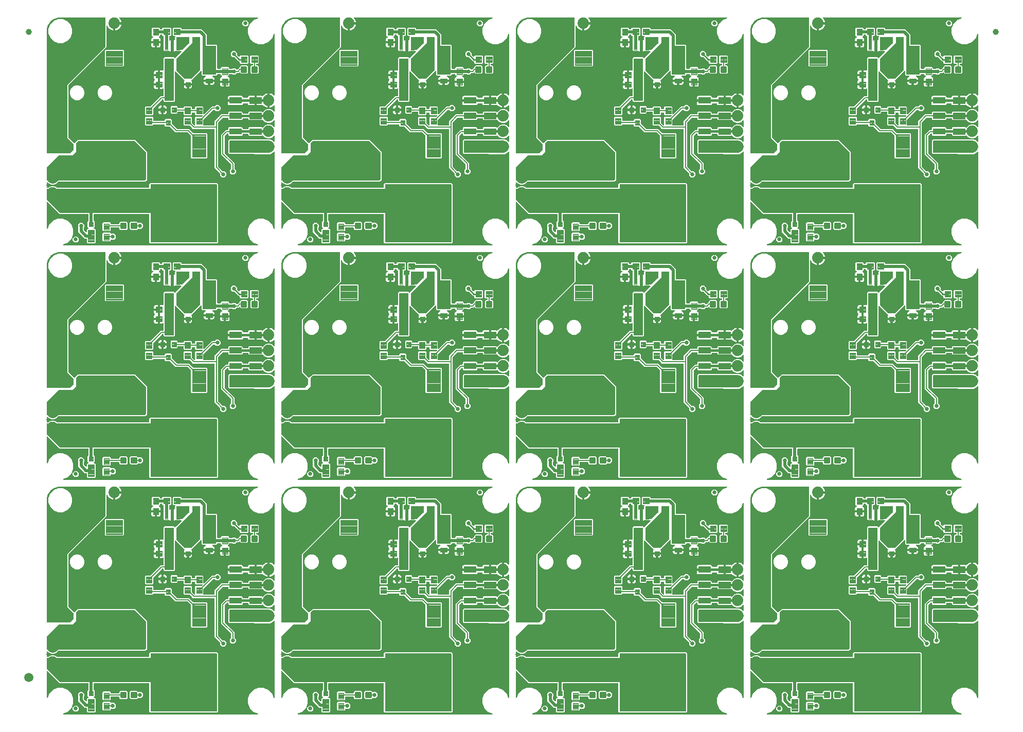
<source format=gtl>
G04 EAGLE Gerber RS-274X export*
G75*
%MOMM*%
%FSLAX34Y34*%
%LPD*%
%INTop Copper*%
%IPPOS*%
%AMOC8*
5,1,8,0,0,1.08239X$1,22.5*%
G01*
%ADD10C,0.300000*%
%ADD11C,0.100000*%
%ADD12C,0.104000*%
%ADD13C,0.099209*%
%ADD14C,0.105663*%
%ADD15C,0.099000*%
%ADD16C,0.092800*%
%ADD17C,0.096000*%
%ADD18C,1.879600*%
%ADD19C,0.635000*%
%ADD20C,1.000000*%
%ADD21C,1.500000*%
%ADD22C,0.660400*%
%ADD23C,0.508000*%
%ADD24C,0.203200*%
%ADD25C,0.177800*%
%ADD26C,0.406400*%
%ADD27C,2.032000*%
%ADD28C,1.905000*%
%ADD29C,0.705600*%
%ADD30C,0.254000*%

G36*
X1508284Y388889D02*
X1508284Y388889D01*
X1508376Y388894D01*
X1508415Y388908D01*
X1508456Y388915D01*
X1508539Y388955D01*
X1508625Y388987D01*
X1508658Y389012D01*
X1508695Y389030D01*
X1508763Y389093D01*
X1508836Y389150D01*
X1508859Y389184D01*
X1508889Y389212D01*
X1508935Y389292D01*
X1508988Y389367D01*
X1509001Y389407D01*
X1509021Y389442D01*
X1509041Y389532D01*
X1509070Y389620D01*
X1509070Y389662D01*
X1509079Y389702D01*
X1509072Y389794D01*
X1509073Y389886D01*
X1509061Y389926D01*
X1509057Y389967D01*
X1509023Y390053D01*
X1508997Y390141D01*
X1508974Y390175D01*
X1508958Y390214D01*
X1508900Y390285D01*
X1508849Y390362D01*
X1508823Y390380D01*
X1508791Y390420D01*
X1508570Y390567D01*
X1508550Y390572D01*
X1508533Y390584D01*
X1501754Y393392D01*
X1495752Y399394D01*
X1492503Y407236D01*
X1492503Y415724D01*
X1495752Y423566D01*
X1501754Y429568D01*
X1509596Y432817D01*
X1518084Y432817D01*
X1525926Y429568D01*
X1531928Y423566D01*
X1534736Y416787D01*
X1534784Y416708D01*
X1534824Y416625D01*
X1534852Y416595D01*
X1534874Y416560D01*
X1534943Y416498D01*
X1535006Y416431D01*
X1535042Y416410D01*
X1535072Y416383D01*
X1535156Y416345D01*
X1535236Y416299D01*
X1535277Y416290D01*
X1535314Y416273D01*
X1535406Y416261D01*
X1535496Y416241D01*
X1535537Y416244D01*
X1535578Y416239D01*
X1535669Y416255D01*
X1535761Y416263D01*
X1535799Y416278D01*
X1535840Y416285D01*
X1535922Y416327D01*
X1536008Y416362D01*
X1536040Y416388D01*
X1536076Y416406D01*
X1536142Y416471D01*
X1536214Y416529D01*
X1536237Y416563D01*
X1536266Y416592D01*
X1536310Y416673D01*
X1536361Y416750D01*
X1536368Y416781D01*
X1536393Y416826D01*
X1536444Y417087D01*
X1536441Y417107D01*
X1536445Y417127D01*
X1536445Y542057D01*
X1536438Y542108D01*
X1536439Y542160D01*
X1536418Y542239D01*
X1536405Y542320D01*
X1536383Y542366D01*
X1536369Y542416D01*
X1536325Y542485D01*
X1536290Y542559D01*
X1536255Y542597D01*
X1536227Y542640D01*
X1536164Y542693D01*
X1536108Y542753D01*
X1536064Y542779D01*
X1536024Y542812D01*
X1535949Y542845D01*
X1535878Y542885D01*
X1535827Y542897D01*
X1535780Y542917D01*
X1535698Y542925D01*
X1535618Y542943D01*
X1535567Y542939D01*
X1535515Y542944D01*
X1535435Y542928D01*
X1535353Y542921D01*
X1535305Y542902D01*
X1535255Y542892D01*
X1535211Y542864D01*
X1535106Y542822D01*
X1534967Y542709D01*
X1534929Y542685D01*
X1533303Y541059D01*
X1528915Y539241D01*
X1502558Y539241D01*
X1502368Y539288D01*
X1502316Y539285D01*
X1502286Y539292D01*
X1461882Y539292D01*
X1460245Y540929D01*
X1460245Y544921D01*
X1460242Y544941D01*
X1460244Y544962D01*
X1460222Y545073D01*
X1460205Y545183D01*
X1460196Y545202D01*
X1460192Y545223D01*
X1460168Y545262D01*
X1460111Y545378D01*
X1460111Y556982D01*
X1460143Y557025D01*
X1460150Y557045D01*
X1460161Y557063D01*
X1460171Y557107D01*
X1460230Y557276D01*
X1460234Y557389D01*
X1460245Y557439D01*
X1460245Y561532D01*
X1461882Y563170D01*
X1515151Y563170D01*
X1515253Y563134D01*
X1515366Y563130D01*
X1515416Y563119D01*
X1528915Y563119D01*
X1533303Y561301D01*
X1534929Y559675D01*
X1534944Y559664D01*
X1534955Y559650D01*
X1534981Y559633D01*
X1535006Y559607D01*
X1535077Y559566D01*
X1535143Y559517D01*
X1535167Y559509D01*
X1535176Y559503D01*
X1535195Y559498D01*
X1535236Y559475D01*
X1535316Y559457D01*
X1535394Y559430D01*
X1535446Y559428D01*
X1535496Y559417D01*
X1535544Y559421D01*
X1535553Y559419D01*
X1535557Y559419D01*
X1535587Y559423D01*
X1535660Y559421D01*
X1535709Y559434D01*
X1535761Y559439D01*
X1535805Y559456D01*
X1535820Y559459D01*
X1535848Y559472D01*
X1535916Y559491D01*
X1535960Y559518D01*
X1536008Y559538D01*
X1536043Y559567D01*
X1536059Y559574D01*
X1536084Y559597D01*
X1536140Y559633D01*
X1536174Y559673D01*
X1536214Y559705D01*
X1536238Y559741D01*
X1536253Y559756D01*
X1536272Y559789D01*
X1536312Y559836D01*
X1536333Y559883D01*
X1536361Y559926D01*
X1536368Y559956D01*
X1536385Y559986D01*
X1536395Y560029D01*
X1536417Y560080D01*
X1536426Y560169D01*
X1536443Y560246D01*
X1536440Y560281D01*
X1536445Y560303D01*
X1536445Y568535D01*
X1536438Y568586D01*
X1536439Y568637D01*
X1536418Y568716D01*
X1536405Y568797D01*
X1536383Y568844D01*
X1536369Y568894D01*
X1536325Y568963D01*
X1536290Y569037D01*
X1536255Y569074D01*
X1536227Y569118D01*
X1536164Y569171D01*
X1536108Y569231D01*
X1536064Y569257D01*
X1536024Y569290D01*
X1535949Y569322D01*
X1535878Y569363D01*
X1535827Y569374D01*
X1535780Y569394D01*
X1535698Y569403D01*
X1535618Y569421D01*
X1535567Y569417D01*
X1535515Y569422D01*
X1535435Y569406D01*
X1535353Y569399D01*
X1535305Y569380D01*
X1535255Y569370D01*
X1535211Y569342D01*
X1535106Y569300D01*
X1534967Y569187D01*
X1534929Y569163D01*
X1532871Y567105D01*
X1528763Y565403D01*
X1524317Y565403D01*
X1520209Y567105D01*
X1517308Y570006D01*
X1517225Y570067D01*
X1517147Y570133D01*
X1517119Y570145D01*
X1517094Y570163D01*
X1516997Y570197D01*
X1516903Y570237D01*
X1516872Y570241D01*
X1516843Y570251D01*
X1516740Y570254D01*
X1516638Y570265D01*
X1516608Y570259D01*
X1516577Y570260D01*
X1516478Y570233D01*
X1516378Y570213D01*
X1516357Y570200D01*
X1516321Y570190D01*
X1516097Y570047D01*
X1516072Y570018D01*
X1516052Y570006D01*
X1515698Y569651D01*
X1494183Y569651D01*
X1493111Y570723D01*
X1493111Y571763D01*
X1493096Y571865D01*
X1493088Y571967D01*
X1493076Y571995D01*
X1493071Y572026D01*
X1493027Y572118D01*
X1492989Y572214D01*
X1492969Y572237D01*
X1492956Y572265D01*
X1492886Y572340D01*
X1492821Y572420D01*
X1492795Y572437D01*
X1492774Y572459D01*
X1492685Y572510D01*
X1492600Y572567D01*
X1492576Y572573D01*
X1492544Y572591D01*
X1492284Y572649D01*
X1492246Y572646D01*
X1492223Y572651D01*
X1484657Y572651D01*
X1484555Y572636D01*
X1484453Y572628D01*
X1484425Y572616D01*
X1484394Y572611D01*
X1484302Y572567D01*
X1484206Y572529D01*
X1484183Y572509D01*
X1484155Y572496D01*
X1484080Y572426D01*
X1484000Y572361D01*
X1483983Y572335D01*
X1483961Y572314D01*
X1483910Y572225D01*
X1483853Y572140D01*
X1483847Y572116D01*
X1483829Y572084D01*
X1483771Y571824D01*
X1483774Y571786D01*
X1483769Y571763D01*
X1483769Y570723D01*
X1482697Y569651D01*
X1461183Y569651D01*
X1460111Y570723D01*
X1460111Y572364D01*
X1460096Y572465D01*
X1460088Y572567D01*
X1460076Y572596D01*
X1460071Y572626D01*
X1460027Y572719D01*
X1459989Y572814D01*
X1459969Y572838D01*
X1459956Y572866D01*
X1459886Y572941D01*
X1459821Y573020D01*
X1459795Y573038D01*
X1459774Y573060D01*
X1459685Y573111D01*
X1459600Y573168D01*
X1459576Y573173D01*
X1459544Y573192D01*
X1459284Y573250D01*
X1459246Y573247D01*
X1459223Y573252D01*
X1458597Y573252D01*
X1458576Y573249D01*
X1458555Y573251D01*
X1458445Y573229D01*
X1458334Y573212D01*
X1458315Y573203D01*
X1458294Y573199D01*
X1458256Y573174D01*
X1458094Y573096D01*
X1458012Y573019D01*
X1457968Y572992D01*
X1454335Y569358D01*
X1454322Y569341D01*
X1454306Y569328D01*
X1454244Y569234D01*
X1454177Y569144D01*
X1454170Y569124D01*
X1454158Y569107D01*
X1454148Y569062D01*
X1454090Y568893D01*
X1454086Y568780D01*
X1454075Y568730D01*
X1454075Y541149D01*
X1454078Y541128D01*
X1454075Y541107D01*
X1454098Y540997D01*
X1454114Y540886D01*
X1454123Y540867D01*
X1454128Y540846D01*
X1454152Y540808D01*
X1454230Y540646D01*
X1454307Y540564D01*
X1454335Y540520D01*
X1470305Y524550D01*
X1470305Y515451D01*
X1470308Y515430D01*
X1470306Y515409D01*
X1470328Y515299D01*
X1470345Y515188D01*
X1470354Y515169D01*
X1470358Y515149D01*
X1470383Y515110D01*
X1470461Y514949D01*
X1470538Y514866D01*
X1470565Y514823D01*
X1472591Y512797D01*
X1472591Y508588D01*
X1469615Y505612D01*
X1465406Y505612D01*
X1462430Y508588D01*
X1462430Y512797D01*
X1464455Y514823D01*
X1464468Y514840D01*
X1464484Y514853D01*
X1464547Y514946D01*
X1464613Y515037D01*
X1464620Y515057D01*
X1464632Y515074D01*
X1464642Y515119D01*
X1464701Y515288D01*
X1464704Y515401D01*
X1464716Y515451D01*
X1464716Y521867D01*
X1464713Y521888D01*
X1464715Y521909D01*
X1464693Y522019D01*
X1464676Y522130D01*
X1464667Y522149D01*
X1464663Y522169D01*
X1464638Y522208D01*
X1464560Y522369D01*
X1464483Y522451D01*
X1464455Y522495D01*
X1448485Y538465D01*
X1448485Y571413D01*
X1455913Y578841D01*
X1459223Y578841D01*
X1459325Y578857D01*
X1459427Y578865D01*
X1459455Y578877D01*
X1459486Y578881D01*
X1459578Y578926D01*
X1459674Y578964D01*
X1459697Y578983D01*
X1459725Y578997D01*
X1459800Y579067D01*
X1459880Y579132D01*
X1459897Y579157D01*
X1459919Y579178D01*
X1459970Y579267D01*
X1460027Y579353D01*
X1460033Y579376D01*
X1460051Y579409D01*
X1460109Y579668D01*
X1460106Y579706D01*
X1460111Y579730D01*
X1460111Y582237D01*
X1461183Y583309D01*
X1482697Y583309D01*
X1483769Y582237D01*
X1483769Y581197D01*
X1483784Y581095D01*
X1483792Y580993D01*
X1483804Y580965D01*
X1483809Y580934D01*
X1483853Y580842D01*
X1483891Y580746D01*
X1483911Y580723D01*
X1483924Y580695D01*
X1483994Y580620D01*
X1484059Y580540D01*
X1484085Y580523D01*
X1484106Y580501D01*
X1484195Y580450D01*
X1484280Y580393D01*
X1484304Y580387D01*
X1484336Y580369D01*
X1484596Y580311D01*
X1484634Y580314D01*
X1484657Y580309D01*
X1492223Y580309D01*
X1492325Y580324D01*
X1492427Y580332D01*
X1492455Y580344D01*
X1492486Y580349D01*
X1492578Y580393D01*
X1492674Y580431D01*
X1492697Y580451D01*
X1492725Y580464D01*
X1492800Y580534D01*
X1492880Y580599D01*
X1492897Y580625D01*
X1492919Y580646D01*
X1492970Y580735D01*
X1493027Y580820D01*
X1493033Y580844D01*
X1493051Y580876D01*
X1493109Y581136D01*
X1493106Y581174D01*
X1493111Y581197D01*
X1493111Y582237D01*
X1494199Y583326D01*
X1494230Y583332D01*
X1494341Y583349D01*
X1494360Y583358D01*
X1494365Y583359D01*
X1515538Y583359D01*
X1515639Y583324D01*
X1515684Y583322D01*
X1515952Y583054D01*
X1516034Y582994D01*
X1516113Y582927D01*
X1516141Y582915D01*
X1516166Y582897D01*
X1516263Y582863D01*
X1516357Y582823D01*
X1516388Y582819D01*
X1516417Y582809D01*
X1516519Y582806D01*
X1516622Y582795D01*
X1516652Y582801D01*
X1516683Y582800D01*
X1516782Y582827D01*
X1516882Y582847D01*
X1516902Y582860D01*
X1516939Y582870D01*
X1517163Y583013D01*
X1517188Y583041D01*
X1517208Y583054D01*
X1520209Y586055D01*
X1524317Y587757D01*
X1528763Y587757D01*
X1532871Y586055D01*
X1534929Y583997D01*
X1534970Y583967D01*
X1535006Y583929D01*
X1535077Y583888D01*
X1535143Y583840D01*
X1535192Y583823D01*
X1535236Y583797D01*
X1535316Y583779D01*
X1535394Y583752D01*
X1535446Y583750D01*
X1535496Y583739D01*
X1535578Y583746D01*
X1535660Y583743D01*
X1535709Y583757D01*
X1535761Y583761D01*
X1535837Y583791D01*
X1535916Y583813D01*
X1535960Y583841D01*
X1536008Y583860D01*
X1536071Y583912D01*
X1536140Y583956D01*
X1536174Y583995D01*
X1536214Y584027D01*
X1536259Y584096D01*
X1536312Y584158D01*
X1536333Y584206D01*
X1536361Y584249D01*
X1536373Y584299D01*
X1536417Y584403D01*
X1536435Y584581D01*
X1536445Y584625D01*
X1536445Y593935D01*
X1536438Y593986D01*
X1536439Y594037D01*
X1536418Y594116D01*
X1536405Y594197D01*
X1536383Y594244D01*
X1536369Y594294D01*
X1536325Y594363D01*
X1536290Y594437D01*
X1536255Y594474D01*
X1536227Y594518D01*
X1536164Y594571D01*
X1536108Y594631D01*
X1536064Y594657D01*
X1536024Y594690D01*
X1535949Y594722D01*
X1535878Y594763D01*
X1535827Y594774D01*
X1535780Y594794D01*
X1535698Y594803D01*
X1535618Y594821D01*
X1535567Y594817D01*
X1535515Y594822D01*
X1535435Y594806D01*
X1535353Y594799D01*
X1535305Y594780D01*
X1535255Y594770D01*
X1535211Y594742D01*
X1535106Y594700D01*
X1534967Y594587D01*
X1534929Y594563D01*
X1532871Y592505D01*
X1528763Y590803D01*
X1524317Y590803D01*
X1520209Y592505D01*
X1517258Y595456D01*
X1517175Y595517D01*
X1517097Y595583D01*
X1517069Y595595D01*
X1517044Y595613D01*
X1516947Y595647D01*
X1516853Y595687D01*
X1516822Y595691D01*
X1516793Y595701D01*
X1516690Y595704D01*
X1516588Y595715D01*
X1516558Y595709D01*
X1516527Y595710D01*
X1516428Y595683D01*
X1516328Y595663D01*
X1516307Y595650D01*
X1516271Y595640D01*
X1516047Y595497D01*
X1516022Y595468D01*
X1516002Y595456D01*
X1515698Y595151D01*
X1494183Y595151D01*
X1493111Y596223D01*
X1493111Y597263D01*
X1493096Y597365D01*
X1493088Y597467D01*
X1493076Y597495D01*
X1493071Y597526D01*
X1493027Y597618D01*
X1492989Y597714D01*
X1492969Y597737D01*
X1492956Y597765D01*
X1492886Y597840D01*
X1492821Y597920D01*
X1492795Y597937D01*
X1492774Y597959D01*
X1492685Y598010D01*
X1492600Y598067D01*
X1492576Y598073D01*
X1492544Y598091D01*
X1492284Y598149D01*
X1492246Y598146D01*
X1492223Y598151D01*
X1484657Y598151D01*
X1484555Y598136D01*
X1484453Y598128D01*
X1484425Y598116D01*
X1484394Y598111D01*
X1484302Y598067D01*
X1484206Y598029D01*
X1484183Y598009D01*
X1484155Y597996D01*
X1484080Y597926D01*
X1484000Y597861D01*
X1483983Y597835D01*
X1483961Y597814D01*
X1483910Y597725D01*
X1483853Y597640D01*
X1483847Y597616D01*
X1483829Y597584D01*
X1483771Y597324D01*
X1483774Y597286D01*
X1483769Y597263D01*
X1483769Y596223D01*
X1482697Y595151D01*
X1461183Y595151D01*
X1460111Y596223D01*
X1460111Y598297D01*
X1460096Y598399D01*
X1460088Y598501D01*
X1460076Y598529D01*
X1460071Y598560D01*
X1460027Y598652D01*
X1459989Y598748D01*
X1459969Y598771D01*
X1459956Y598799D01*
X1459886Y598874D01*
X1459821Y598954D01*
X1459795Y598971D01*
X1459774Y598993D01*
X1459685Y599044D01*
X1459600Y599101D01*
X1459576Y599107D01*
X1459544Y599125D01*
X1459284Y599183D01*
X1459246Y599180D01*
X1459223Y599185D01*
X1451739Y599185D01*
X1451718Y599182D01*
X1451697Y599184D01*
X1451586Y599162D01*
X1451476Y599145D01*
X1451457Y599136D01*
X1451436Y599132D01*
X1451398Y599108D01*
X1451236Y599030D01*
X1451154Y598953D01*
X1451110Y598925D01*
X1443616Y591431D01*
X1443603Y591414D01*
X1443587Y591400D01*
X1443525Y591307D01*
X1443458Y591217D01*
X1443451Y591197D01*
X1443440Y591179D01*
X1443430Y591135D01*
X1443371Y590966D01*
X1443367Y590853D01*
X1443356Y590802D01*
X1443356Y518949D01*
X1443359Y518928D01*
X1443357Y518907D01*
X1443379Y518797D01*
X1443396Y518686D01*
X1443405Y518667D01*
X1443409Y518647D01*
X1443433Y518608D01*
X1443511Y518447D01*
X1443588Y518364D01*
X1443616Y518321D01*
X1450755Y511182D01*
X1450772Y511169D01*
X1450785Y511153D01*
X1450879Y511091D01*
X1450969Y511024D01*
X1450989Y511017D01*
X1451006Y511006D01*
X1451051Y510996D01*
X1451220Y510937D01*
X1451333Y510933D01*
X1451383Y510922D01*
X1454248Y510922D01*
X1457224Y507946D01*
X1457224Y503736D01*
X1454248Y500760D01*
X1450039Y500760D01*
X1447063Y503736D01*
X1447063Y506601D01*
X1447060Y506622D01*
X1447062Y506643D01*
X1447040Y506753D01*
X1447023Y506864D01*
X1447014Y506883D01*
X1447010Y506904D01*
X1446985Y506942D01*
X1446907Y507104D01*
X1446830Y507186D01*
X1446803Y507230D01*
X1437766Y516266D01*
X1437766Y579628D01*
X1437751Y579730D01*
X1437743Y579832D01*
X1437731Y579860D01*
X1437726Y579891D01*
X1437682Y579983D01*
X1437644Y580079D01*
X1437624Y580102D01*
X1437611Y580130D01*
X1437541Y580205D01*
X1437476Y580285D01*
X1437450Y580302D01*
X1437429Y580324D01*
X1437340Y580375D01*
X1437255Y580432D01*
X1437231Y580438D01*
X1437199Y580456D01*
X1436939Y580514D01*
X1436901Y580511D01*
X1436878Y580516D01*
X1402201Y580516D01*
X1396777Y585941D01*
X1396760Y585954D01*
X1396746Y585970D01*
X1396653Y586032D01*
X1396563Y586099D01*
X1396543Y586106D01*
X1396525Y586117D01*
X1396481Y586127D01*
X1396312Y586186D01*
X1396199Y586190D01*
X1396148Y586201D01*
X1387746Y586201D01*
X1386411Y587536D01*
X1386411Y599424D01*
X1387746Y600759D01*
X1398634Y600759D01*
X1399969Y599424D01*
X1399969Y591022D01*
X1399972Y591001D01*
X1399970Y590980D01*
X1399992Y590869D01*
X1400009Y590759D01*
X1400018Y590740D01*
X1400022Y590719D01*
X1400046Y590681D01*
X1400124Y590519D01*
X1400201Y590437D01*
X1400229Y590393D01*
X1403945Y586677D01*
X1403986Y586647D01*
X1404022Y586609D01*
X1404093Y586568D01*
X1404159Y586520D01*
X1404208Y586503D01*
X1404252Y586477D01*
X1404332Y586459D01*
X1404410Y586432D01*
X1404462Y586431D01*
X1404512Y586419D01*
X1404594Y586426D01*
X1404676Y586423D01*
X1404725Y586437D01*
X1404777Y586441D01*
X1404853Y586471D01*
X1404932Y586493D01*
X1404976Y586521D01*
X1405024Y586540D01*
X1405087Y586592D01*
X1405156Y586636D01*
X1405190Y586675D01*
X1405230Y586708D01*
X1405275Y586776D01*
X1405328Y586838D01*
X1405349Y586886D01*
X1405377Y586929D01*
X1405389Y586979D01*
X1405433Y587083D01*
X1405451Y587261D01*
X1405461Y587305D01*
X1405461Y599424D01*
X1406796Y600759D01*
X1416215Y600759D01*
X1416235Y600762D01*
X1416256Y600760D01*
X1416367Y600782D01*
X1416477Y600799D01*
X1416496Y600808D01*
X1416517Y600812D01*
X1416555Y600836D01*
X1416717Y600914D01*
X1416799Y600991D01*
X1416843Y601019D01*
X1417509Y601685D01*
X1417539Y601726D01*
X1417577Y601762D01*
X1417618Y601833D01*
X1417666Y601899D01*
X1417683Y601948D01*
X1417709Y601992D01*
X1417727Y602072D01*
X1417754Y602150D01*
X1417755Y602202D01*
X1417767Y602252D01*
X1417760Y602334D01*
X1417763Y602416D01*
X1417749Y602465D01*
X1417745Y602517D01*
X1417715Y602593D01*
X1417693Y602672D01*
X1417665Y602716D01*
X1417646Y602764D01*
X1417594Y602827D01*
X1417550Y602896D01*
X1417511Y602930D01*
X1417478Y602970D01*
X1417410Y603015D01*
X1417348Y603068D01*
X1417300Y603089D01*
X1417257Y603117D01*
X1417207Y603129D01*
X1417103Y603173D01*
X1416925Y603191D01*
X1416881Y603201D01*
X1406796Y603201D01*
X1405461Y604536D01*
X1405461Y606797D01*
X1405446Y606899D01*
X1405438Y607001D01*
X1405426Y607029D01*
X1405421Y607060D01*
X1405377Y607152D01*
X1405339Y607248D01*
X1405319Y607271D01*
X1405306Y607299D01*
X1405236Y607374D01*
X1405171Y607454D01*
X1405145Y607471D01*
X1405124Y607493D01*
X1405035Y607544D01*
X1404950Y607601D01*
X1404926Y607607D01*
X1404894Y607625D01*
X1404634Y607683D01*
X1404596Y607680D01*
X1404573Y607685D01*
X1400857Y607685D01*
X1400755Y607670D01*
X1400653Y607662D01*
X1400625Y607650D01*
X1400594Y607645D01*
X1400502Y607601D01*
X1400406Y607563D01*
X1400383Y607543D01*
X1400355Y607530D01*
X1400280Y607460D01*
X1400200Y607395D01*
X1400183Y607369D01*
X1400161Y607348D01*
X1400110Y607259D01*
X1400053Y607174D01*
X1400047Y607150D01*
X1400029Y607118D01*
X1399971Y606858D01*
X1399974Y606820D01*
X1399969Y606797D01*
X1399969Y604536D01*
X1398634Y603201D01*
X1387746Y603201D01*
X1386411Y604536D01*
X1386411Y608297D01*
X1386396Y608399D01*
X1386388Y608501D01*
X1386376Y608529D01*
X1386371Y608560D01*
X1386327Y608652D01*
X1386289Y608748D01*
X1386269Y608771D01*
X1386256Y608799D01*
X1386186Y608874D01*
X1386121Y608954D01*
X1386095Y608971D01*
X1386074Y608993D01*
X1385985Y609044D01*
X1385900Y609101D01*
X1385876Y609107D01*
X1385844Y609125D01*
X1385584Y609183D01*
X1385546Y609180D01*
X1385523Y609185D01*
X1377607Y609185D01*
X1377505Y609170D01*
X1377403Y609162D01*
X1377375Y609150D01*
X1377344Y609145D01*
X1377252Y609101D01*
X1377156Y609063D01*
X1377133Y609043D01*
X1377105Y609030D01*
X1377030Y608960D01*
X1376950Y608895D01*
X1376933Y608869D01*
X1376911Y608848D01*
X1376860Y608759D01*
X1376803Y608674D01*
X1376797Y608650D01*
X1376779Y608618D01*
X1376721Y608358D01*
X1376722Y608340D01*
X1376721Y608334D01*
X1376722Y608314D01*
X1376719Y608297D01*
X1376719Y607048D01*
X1375372Y605701D01*
X1366508Y605701D01*
X1365161Y607048D01*
X1365161Y616912D01*
X1366508Y618259D01*
X1375372Y618259D01*
X1376719Y616912D01*
X1376719Y615663D01*
X1376734Y615561D01*
X1376742Y615459D01*
X1376754Y615431D01*
X1376759Y615400D01*
X1376803Y615308D01*
X1376841Y615212D01*
X1376861Y615189D01*
X1376874Y615161D01*
X1376944Y615086D01*
X1377009Y615006D01*
X1377035Y614989D01*
X1377056Y614967D01*
X1377145Y614916D01*
X1377230Y614859D01*
X1377254Y614853D01*
X1377286Y614835D01*
X1377546Y614777D01*
X1377584Y614780D01*
X1377607Y614775D01*
X1385523Y614775D01*
X1385625Y614790D01*
X1385727Y614798D01*
X1385755Y614810D01*
X1385786Y614815D01*
X1385878Y614859D01*
X1385974Y614897D01*
X1385997Y614917D01*
X1386025Y614930D01*
X1386100Y615000D01*
X1386180Y615065D01*
X1386197Y615091D01*
X1386219Y615112D01*
X1386270Y615201D01*
X1386327Y615286D01*
X1386333Y615310D01*
X1386351Y615342D01*
X1386409Y615602D01*
X1386406Y615640D01*
X1386411Y615663D01*
X1386411Y616424D01*
X1387746Y617759D01*
X1398634Y617759D01*
X1399969Y616424D01*
X1399969Y614163D01*
X1399984Y614061D01*
X1399992Y613959D01*
X1400004Y613931D01*
X1400009Y613900D01*
X1400053Y613808D01*
X1400091Y613712D01*
X1400111Y613689D01*
X1400124Y613661D01*
X1400194Y613586D01*
X1400259Y613506D01*
X1400285Y613489D01*
X1400306Y613467D01*
X1400395Y613416D01*
X1400480Y613359D01*
X1400504Y613353D01*
X1400536Y613335D01*
X1400796Y613277D01*
X1400834Y613280D01*
X1400857Y613275D01*
X1404573Y613275D01*
X1404675Y613290D01*
X1404777Y613298D01*
X1404805Y613310D01*
X1404836Y613315D01*
X1404928Y613359D01*
X1405024Y613397D01*
X1405047Y613417D01*
X1405075Y613430D01*
X1405150Y613500D01*
X1405230Y613565D01*
X1405247Y613591D01*
X1405269Y613612D01*
X1405320Y613701D01*
X1405377Y613786D01*
X1405383Y613810D01*
X1405401Y613842D01*
X1405459Y614102D01*
X1405456Y614140D01*
X1405461Y614163D01*
X1405461Y616424D01*
X1406796Y617759D01*
X1417684Y617759D01*
X1419019Y616424D01*
X1419019Y605339D01*
X1419026Y605288D01*
X1419025Y605237D01*
X1419046Y605158D01*
X1419059Y605077D01*
X1419081Y605030D01*
X1419095Y604980D01*
X1419139Y604911D01*
X1419174Y604837D01*
X1419209Y604800D01*
X1419237Y604756D01*
X1419300Y604703D01*
X1419356Y604643D01*
X1419400Y604617D01*
X1419440Y604584D01*
X1419515Y604552D01*
X1419586Y604511D01*
X1419637Y604500D01*
X1419684Y604480D01*
X1419766Y604471D01*
X1419846Y604453D01*
X1419897Y604457D01*
X1419949Y604452D01*
X1420029Y604468D01*
X1420111Y604475D01*
X1420159Y604494D01*
X1420209Y604504D01*
X1420253Y604532D01*
X1420358Y604574D01*
X1420497Y604687D01*
X1420535Y604711D01*
X1433222Y617399D01*
X1437708Y617399D01*
X1437728Y617402D01*
X1437749Y617400D01*
X1437860Y617422D01*
X1437970Y617438D01*
X1437989Y617447D01*
X1438010Y617452D01*
X1438048Y617476D01*
X1438210Y617554D01*
X1438292Y617631D01*
X1438336Y617659D01*
X1440361Y619685D01*
X1444571Y619685D01*
X1447547Y616708D01*
X1447547Y612499D01*
X1444571Y609523D01*
X1440361Y609523D01*
X1438336Y611549D01*
X1438319Y611561D01*
X1438305Y611578D01*
X1438212Y611640D01*
X1438122Y611707D01*
X1438102Y611714D01*
X1438084Y611725D01*
X1438040Y611735D01*
X1437871Y611794D01*
X1437758Y611798D01*
X1437708Y611809D01*
X1435905Y611809D01*
X1435885Y611806D01*
X1435864Y611808D01*
X1435753Y611786D01*
X1435643Y611769D01*
X1435624Y611760D01*
X1435603Y611756D01*
X1435564Y611732D01*
X1435403Y611654D01*
X1435321Y611577D01*
X1435277Y611549D01*
X1419279Y595551D01*
X1419266Y595534D01*
X1419250Y595520D01*
X1419188Y595427D01*
X1419121Y595337D01*
X1419114Y595317D01*
X1419103Y595299D01*
X1419093Y595255D01*
X1419034Y595086D01*
X1419030Y594973D01*
X1419019Y594922D01*
X1419019Y587515D01*
X1418996Y587474D01*
X1418947Y587408D01*
X1418930Y587359D01*
X1418904Y587315D01*
X1418887Y587235D01*
X1418860Y587157D01*
X1418858Y587105D01*
X1418847Y587055D01*
X1418853Y586973D01*
X1418850Y586891D01*
X1418864Y586842D01*
X1418868Y586790D01*
X1418899Y586714D01*
X1418920Y586635D01*
X1418948Y586591D01*
X1418967Y586543D01*
X1419019Y586480D01*
X1419063Y586411D01*
X1419102Y586377D01*
X1419135Y586337D01*
X1419203Y586292D01*
X1419266Y586239D01*
X1419313Y586218D01*
X1419356Y586190D01*
X1419406Y586178D01*
X1419510Y586134D01*
X1419688Y586116D01*
X1419733Y586106D01*
X1436878Y586106D01*
X1436980Y586121D01*
X1437082Y586129D01*
X1437110Y586141D01*
X1437141Y586146D01*
X1437233Y586190D01*
X1437329Y586228D01*
X1437352Y586248D01*
X1437380Y586261D01*
X1437455Y586331D01*
X1437535Y586396D01*
X1437552Y586422D01*
X1437574Y586443D01*
X1437625Y586532D01*
X1437682Y586617D01*
X1437688Y586641D01*
X1437706Y586673D01*
X1437764Y586933D01*
X1437761Y586971D01*
X1437766Y586994D01*
X1437766Y593486D01*
X1449055Y604775D01*
X1459223Y604775D01*
X1459325Y604790D01*
X1459427Y604798D01*
X1459455Y604810D01*
X1459486Y604815D01*
X1459578Y604859D01*
X1459674Y604897D01*
X1459697Y604917D01*
X1459725Y604930D01*
X1459800Y605000D01*
X1459880Y605065D01*
X1459897Y605091D01*
X1459919Y605112D01*
X1459970Y605201D01*
X1460027Y605286D01*
X1460033Y605310D01*
X1460051Y605342D01*
X1460109Y605602D01*
X1460106Y605640D01*
X1460111Y605663D01*
X1460111Y607737D01*
X1461183Y608809D01*
X1482697Y608809D01*
X1483769Y607737D01*
X1483769Y606697D01*
X1483784Y606595D01*
X1483792Y606493D01*
X1483804Y606465D01*
X1483809Y606434D01*
X1483853Y606342D01*
X1483891Y606246D01*
X1483911Y606223D01*
X1483924Y606195D01*
X1483994Y606120D01*
X1484059Y606040D01*
X1484085Y606023D01*
X1484106Y606001D01*
X1484195Y605950D01*
X1484280Y605893D01*
X1484304Y605887D01*
X1484336Y605869D01*
X1484596Y605811D01*
X1484634Y605814D01*
X1484657Y605809D01*
X1492223Y605809D01*
X1492325Y605824D01*
X1492427Y605832D01*
X1492455Y605844D01*
X1492486Y605849D01*
X1492578Y605893D01*
X1492674Y605931D01*
X1492697Y605951D01*
X1492725Y605964D01*
X1492800Y606034D01*
X1492880Y606099D01*
X1492897Y606125D01*
X1492919Y606146D01*
X1492970Y606235D01*
X1493027Y606320D01*
X1493033Y606344D01*
X1493051Y606376D01*
X1493109Y606636D01*
X1493106Y606674D01*
X1493111Y606697D01*
X1493111Y607737D01*
X1494183Y608809D01*
X1515698Y608809D01*
X1516002Y608504D01*
X1516084Y608444D01*
X1516163Y608377D01*
X1516191Y608365D01*
X1516216Y608347D01*
X1516313Y608313D01*
X1516407Y608273D01*
X1516438Y608269D01*
X1516467Y608259D01*
X1516569Y608256D01*
X1516672Y608245D01*
X1516702Y608251D01*
X1516733Y608250D01*
X1516832Y608277D01*
X1516932Y608297D01*
X1516952Y608310D01*
X1516989Y608320D01*
X1517154Y608425D01*
X1517160Y608428D01*
X1517164Y608431D01*
X1517213Y608463D01*
X1517238Y608491D01*
X1517258Y608504D01*
X1520209Y611455D01*
X1524317Y613157D01*
X1528763Y613157D01*
X1532871Y611455D01*
X1534929Y609397D01*
X1534935Y609393D01*
X1534936Y609392D01*
X1534940Y609389D01*
X1534970Y609367D01*
X1535006Y609329D01*
X1535077Y609288D01*
X1535143Y609240D01*
X1535192Y609223D01*
X1535236Y609197D01*
X1535316Y609179D01*
X1535394Y609152D01*
X1535446Y609150D01*
X1535496Y609139D01*
X1535578Y609146D01*
X1535660Y609143D01*
X1535709Y609157D01*
X1535761Y609161D01*
X1535837Y609191D01*
X1535916Y609213D01*
X1535960Y609241D01*
X1536008Y609260D01*
X1536071Y609312D01*
X1536140Y609356D01*
X1536174Y609395D01*
X1536214Y609427D01*
X1536259Y609496D01*
X1536312Y609558D01*
X1536333Y609606D01*
X1536361Y609649D01*
X1536373Y609699D01*
X1536385Y609727D01*
X1536385Y609728D01*
X1536386Y609729D01*
X1536417Y609803D01*
X1536430Y609928D01*
X1536443Y609988D01*
X1536441Y610008D01*
X1536445Y610025D01*
X1536445Y618257D01*
X1536438Y618308D01*
X1536439Y618360D01*
X1536418Y618439D01*
X1536405Y618520D01*
X1536383Y618566D01*
X1536369Y618616D01*
X1536325Y618685D01*
X1536290Y618759D01*
X1536254Y618797D01*
X1536227Y618840D01*
X1536164Y618893D01*
X1536108Y618953D01*
X1536064Y618979D01*
X1536024Y619012D01*
X1535949Y619045D01*
X1535878Y619085D01*
X1535827Y619097D01*
X1535780Y619117D01*
X1535698Y619125D01*
X1535618Y619143D01*
X1535567Y619139D01*
X1535515Y619144D01*
X1535435Y619128D01*
X1535353Y619121D01*
X1535305Y619102D01*
X1535255Y619092D01*
X1535211Y619064D01*
X1535106Y619022D01*
X1534967Y618909D01*
X1534929Y618885D01*
X1534318Y618274D01*
X1532797Y617169D01*
X1531123Y616316D01*
X1529336Y615735D01*
X1528317Y615574D01*
X1528317Y626491D01*
X1528302Y626592D01*
X1528293Y626695D01*
X1528282Y626723D01*
X1528277Y626754D01*
X1528233Y626846D01*
X1528194Y626941D01*
X1528175Y626965D01*
X1528162Y626993D01*
X1528092Y627068D01*
X1528027Y627148D01*
X1528001Y627165D01*
X1527980Y627187D01*
X1527891Y627238D01*
X1527806Y627295D01*
X1527782Y627300D01*
X1527750Y627319D01*
X1527490Y627377D01*
X1527452Y627374D01*
X1527429Y627379D01*
X1526539Y627379D01*
X1526539Y627381D01*
X1527429Y627381D01*
X1527530Y627396D01*
X1527633Y627405D01*
X1527661Y627416D01*
X1527692Y627421D01*
X1527784Y627465D01*
X1527879Y627504D01*
X1527903Y627523D01*
X1527931Y627536D01*
X1528006Y627606D01*
X1528086Y627671D01*
X1528103Y627697D01*
X1528125Y627718D01*
X1528176Y627807D01*
X1528233Y627892D01*
X1528239Y627916D01*
X1528257Y627949D01*
X1528315Y628208D01*
X1528312Y628246D01*
X1528317Y628269D01*
X1528317Y639186D01*
X1529336Y639025D01*
X1531123Y638444D01*
X1532797Y637591D01*
X1534318Y636486D01*
X1534929Y635875D01*
X1534970Y635844D01*
X1535006Y635807D01*
X1535077Y635766D01*
X1535143Y635717D01*
X1535192Y635700D01*
X1535236Y635675D01*
X1535316Y635657D01*
X1535394Y635630D01*
X1535446Y635628D01*
X1535496Y635617D01*
X1535578Y635624D01*
X1535660Y635621D01*
X1535709Y635634D01*
X1535761Y635639D01*
X1535837Y635669D01*
X1535916Y635691D01*
X1535960Y635718D01*
X1536008Y635738D01*
X1536071Y635789D01*
X1536140Y635833D01*
X1536174Y635873D01*
X1536214Y635905D01*
X1536259Y635973D01*
X1536312Y636036D01*
X1536333Y636083D01*
X1536361Y636126D01*
X1536373Y636177D01*
X1536417Y636280D01*
X1536435Y636459D01*
X1536445Y636503D01*
X1536445Y736033D01*
X1536431Y736124D01*
X1536426Y736216D01*
X1536412Y736255D01*
X1536405Y736296D01*
X1536365Y736379D01*
X1536333Y736465D01*
X1536308Y736498D01*
X1536290Y736535D01*
X1536227Y736603D01*
X1536170Y736676D01*
X1536136Y736699D01*
X1536108Y736729D01*
X1536028Y736775D01*
X1535953Y736828D01*
X1535913Y736841D01*
X1535878Y736861D01*
X1535788Y736881D01*
X1535700Y736910D01*
X1535658Y736910D01*
X1535618Y736919D01*
X1535526Y736912D01*
X1535434Y736913D01*
X1535394Y736901D01*
X1535353Y736897D01*
X1535267Y736863D01*
X1535179Y736837D01*
X1535145Y736814D01*
X1535106Y736798D01*
X1535035Y736740D01*
X1534958Y736689D01*
X1534940Y736663D01*
X1534900Y736631D01*
X1534753Y736410D01*
X1534748Y736390D01*
X1534736Y736373D01*
X1531928Y729594D01*
X1525926Y723592D01*
X1518084Y720343D01*
X1509596Y720343D01*
X1501754Y723592D01*
X1495752Y729594D01*
X1492503Y737436D01*
X1492503Y745924D01*
X1494693Y751211D01*
X1494715Y751300D01*
X1494746Y751388D01*
X1494747Y751429D01*
X1494757Y751469D01*
X1494752Y751561D01*
X1494755Y751653D01*
X1494744Y751693D01*
X1494742Y751734D01*
X1494727Y751772D01*
X1494733Y751774D01*
X1494804Y751832D01*
X1494881Y751883D01*
X1494899Y751909D01*
X1494939Y751941D01*
X1495086Y752163D01*
X1495091Y752183D01*
X1495103Y752199D01*
X1495752Y753766D01*
X1501754Y759768D01*
X1508533Y762576D01*
X1508612Y762624D01*
X1508695Y762664D01*
X1508725Y762692D01*
X1508760Y762714D01*
X1508822Y762783D01*
X1508889Y762846D01*
X1508910Y762882D01*
X1508937Y762912D01*
X1508975Y762996D01*
X1509021Y763076D01*
X1509030Y763117D01*
X1509047Y763154D01*
X1509059Y763246D01*
X1509079Y763336D01*
X1509076Y763377D01*
X1509081Y763418D01*
X1509065Y763509D01*
X1509057Y763601D01*
X1509042Y763639D01*
X1509035Y763680D01*
X1508993Y763762D01*
X1508958Y763848D01*
X1508932Y763880D01*
X1508914Y763916D01*
X1508849Y763982D01*
X1508791Y764054D01*
X1508757Y764077D01*
X1508728Y764106D01*
X1508647Y764150D01*
X1508570Y764201D01*
X1508539Y764208D01*
X1508494Y764233D01*
X1508233Y764284D01*
X1508213Y764281D01*
X1508193Y764285D01*
X1281663Y764285D01*
X1281612Y764278D01*
X1281560Y764279D01*
X1281481Y764258D01*
X1281400Y764245D01*
X1281354Y764223D01*
X1281304Y764209D01*
X1281235Y764165D01*
X1281161Y764130D01*
X1281123Y764094D01*
X1281080Y764067D01*
X1281027Y764004D01*
X1280967Y763948D01*
X1280941Y763904D01*
X1280908Y763864D01*
X1280875Y763789D01*
X1280835Y763718D01*
X1280823Y763667D01*
X1280803Y763620D01*
X1280795Y763538D01*
X1280777Y763458D01*
X1280781Y763407D01*
X1280776Y763355D01*
X1280792Y763275D01*
X1280799Y763193D01*
X1280818Y763145D01*
X1280828Y763095D01*
X1280856Y763051D01*
X1280898Y762946D01*
X1281011Y762807D01*
X1281035Y762769D01*
X1281646Y762158D01*
X1282751Y760637D01*
X1283604Y758963D01*
X1284185Y757176D01*
X1284346Y756157D01*
X1273429Y756157D01*
X1273328Y756142D01*
X1273225Y756133D01*
X1273197Y756122D01*
X1273166Y756117D01*
X1273074Y756073D01*
X1272979Y756034D01*
X1272955Y756015D01*
X1272927Y756002D01*
X1272852Y755932D01*
X1272772Y755867D01*
X1272755Y755841D01*
X1272733Y755820D01*
X1272682Y755731D01*
X1272625Y755646D01*
X1272620Y755622D01*
X1272601Y755590D01*
X1272543Y755330D01*
X1272546Y755292D01*
X1272541Y755269D01*
X1272541Y754379D01*
X1271651Y754379D01*
X1271549Y754364D01*
X1271447Y754355D01*
X1271419Y754344D01*
X1271388Y754339D01*
X1271296Y754295D01*
X1271200Y754256D01*
X1271177Y754237D01*
X1271149Y754224D01*
X1271074Y754154D01*
X1270994Y754089D01*
X1270977Y754063D01*
X1270955Y754042D01*
X1270904Y753953D01*
X1270847Y753868D01*
X1270841Y753844D01*
X1270823Y753811D01*
X1270765Y753552D01*
X1270768Y753514D01*
X1270763Y753491D01*
X1270763Y742574D01*
X1269744Y742735D01*
X1267957Y743316D01*
X1266283Y744169D01*
X1264762Y745274D01*
X1263434Y746602D01*
X1262329Y748123D01*
X1261476Y749797D01*
X1261472Y749809D01*
X1261417Y749918D01*
X1261403Y749955D01*
X1261395Y749964D01*
X1261360Y750036D01*
X1261356Y750041D01*
X1261353Y750046D01*
X1261266Y750138D01*
X1261179Y750231D01*
X1261174Y750234D01*
X1261169Y750238D01*
X1261058Y750300D01*
X1260948Y750363D01*
X1260942Y750364D01*
X1260937Y750367D01*
X1260813Y750393D01*
X1260688Y750420D01*
X1260682Y750420D01*
X1260677Y750421D01*
X1260551Y750409D01*
X1260424Y750399D01*
X1260418Y750397D01*
X1260412Y750396D01*
X1260295Y750347D01*
X1260177Y750300D01*
X1260172Y750296D01*
X1260167Y750294D01*
X1260070Y750213D01*
X1259971Y750132D01*
X1259967Y750127D01*
X1259963Y750123D01*
X1259894Y750018D01*
X1259823Y749911D01*
X1259822Y749906D01*
X1259818Y749900D01*
X1259746Y749644D01*
X1259750Y749604D01*
X1259741Y749565D01*
X1259743Y749550D01*
X1259739Y749534D01*
X1259739Y715427D01*
X1257842Y713530D01*
X1196993Y652681D01*
X1196981Y652664D01*
X1196964Y652651D01*
X1196902Y652558D01*
X1196835Y652467D01*
X1196829Y652447D01*
X1196817Y652430D01*
X1196807Y652385D01*
X1196748Y652216D01*
X1196744Y652103D01*
X1196733Y652053D01*
X1196733Y598509D01*
X1196747Y598416D01*
X1196747Y567766D01*
X1196735Y567712D01*
X1196738Y567674D01*
X1196733Y567651D01*
X1196733Y566994D01*
X1196736Y566974D01*
X1196734Y566953D01*
X1196756Y566842D01*
X1196773Y566732D01*
X1196782Y566713D01*
X1196786Y566692D01*
X1196811Y566654D01*
X1196889Y566492D01*
X1196965Y566410D01*
X1196993Y566366D01*
X1206062Y557297D01*
X1206145Y557236D01*
X1206223Y557170D01*
X1206252Y557158D01*
X1206276Y557139D01*
X1206373Y557106D01*
X1206468Y557065D01*
X1206498Y557062D01*
X1206527Y557052D01*
X1206630Y557049D01*
X1206732Y557038D01*
X1206762Y557044D01*
X1206793Y557043D01*
X1206892Y557070D01*
X1206993Y557090D01*
X1207013Y557103D01*
X1207050Y557113D01*
X1207274Y557255D01*
X1207298Y557284D01*
X1207319Y557297D01*
X1209413Y559391D01*
X1212759Y562738D01*
X1306464Y562738D01*
X1326313Y542889D01*
X1326313Y499135D01*
X1326315Y499118D01*
X1326313Y499100D01*
X1326323Y499050D01*
X1326313Y497618D01*
X1326313Y497615D01*
X1326313Y497612D01*
X1326313Y496456D01*
X1325489Y495644D01*
X1325486Y495641D01*
X1325484Y495639D01*
X1324435Y494590D01*
X1324404Y494570D01*
X1323854Y494021D01*
X1322698Y494029D01*
X1322694Y494029D01*
X1322692Y494029D01*
X1180943Y494029D01*
X1180922Y494026D01*
X1180901Y494028D01*
X1180791Y494006D01*
X1180680Y493989D01*
X1180661Y493980D01*
X1180641Y493976D01*
X1180602Y493952D01*
X1180441Y493874D01*
X1180358Y493797D01*
X1180315Y493769D01*
X1177343Y490797D01*
X1173188Y489076D01*
X1168692Y489076D01*
X1164537Y490797D01*
X1162551Y492783D01*
X1162510Y492814D01*
X1162474Y492851D01*
X1162403Y492892D01*
X1162337Y492941D01*
X1162288Y492958D01*
X1162244Y492983D01*
X1162164Y493001D01*
X1162086Y493028D01*
X1162034Y493030D01*
X1161984Y493041D01*
X1161902Y493034D01*
X1161820Y493037D01*
X1161771Y493024D01*
X1161719Y493020D01*
X1161643Y492989D01*
X1161564Y492967D01*
X1161520Y492940D01*
X1161472Y492921D01*
X1161409Y492869D01*
X1161340Y492825D01*
X1161306Y492786D01*
X1161266Y492753D01*
X1161221Y492685D01*
X1161168Y492622D01*
X1161147Y492575D01*
X1161119Y492532D01*
X1161107Y492481D01*
X1161063Y492378D01*
X1161045Y492199D01*
X1161035Y492155D01*
X1161035Y484759D01*
X1161050Y484657D01*
X1161058Y484555D01*
X1161070Y484527D01*
X1161075Y484496D01*
X1161119Y484404D01*
X1161157Y484308D01*
X1161177Y484285D01*
X1161190Y484257D01*
X1161260Y484182D01*
X1161325Y484102D01*
X1161351Y484085D01*
X1161372Y484063D01*
X1161461Y484012D01*
X1161546Y483955D01*
X1161570Y483949D01*
X1161602Y483931D01*
X1161862Y483873D01*
X1161900Y483876D01*
X1161923Y483871D01*
X1163477Y483871D01*
X1163498Y483874D01*
X1163519Y483872D01*
X1163629Y483894D01*
X1163740Y483911D01*
X1163759Y483920D01*
X1163779Y483924D01*
X1163818Y483948D01*
X1163979Y484026D01*
X1164062Y484103D01*
X1164105Y484131D01*
X1164537Y484563D01*
X1168692Y486284D01*
X1173188Y486284D01*
X1177343Y484563D01*
X1177775Y484131D01*
X1177792Y484119D01*
X1177805Y484102D01*
X1177899Y484040D01*
X1177989Y483973D01*
X1178009Y483966D01*
X1178026Y483955D01*
X1178071Y483945D01*
X1178240Y483886D01*
X1178353Y483882D01*
X1178403Y483871D01*
X1329411Y483871D01*
X1329513Y483886D01*
X1329615Y483894D01*
X1329643Y483906D01*
X1329674Y483911D01*
X1329766Y483955D01*
X1329862Y483993D01*
X1329885Y484013D01*
X1329913Y484026D01*
X1329988Y484096D01*
X1330068Y484161D01*
X1330085Y484187D01*
X1330107Y484208D01*
X1330158Y484297D01*
X1330215Y484382D01*
X1330221Y484406D01*
X1330239Y484438D01*
X1330297Y484698D01*
X1330294Y484732D01*
X1330297Y484745D01*
X1330297Y484748D01*
X1330299Y484759D01*
X1330299Y489652D01*
X1331788Y491141D01*
X1441892Y491141D01*
X1443381Y489652D01*
X1443381Y393548D01*
X1441892Y392059D01*
X1331788Y392059D01*
X1330299Y393548D01*
X1330299Y439801D01*
X1330284Y439903D01*
X1330276Y440005D01*
X1330264Y440033D01*
X1330259Y440064D01*
X1330215Y440156D01*
X1330177Y440252D01*
X1330157Y440275D01*
X1330144Y440303D01*
X1330074Y440378D01*
X1330009Y440458D01*
X1329983Y440475D01*
X1329962Y440497D01*
X1329873Y440548D01*
X1329788Y440605D01*
X1329764Y440611D01*
X1329732Y440629D01*
X1329472Y440687D01*
X1329434Y440684D01*
X1329411Y440689D01*
X1239677Y440689D01*
X1239576Y440674D01*
X1239474Y440666D01*
X1239445Y440654D01*
X1239415Y440649D01*
X1239322Y440605D01*
X1239227Y440567D01*
X1239203Y440547D01*
X1239175Y440534D01*
X1239100Y440464D01*
X1239020Y440399D01*
X1239003Y440373D01*
X1238981Y440352D01*
X1238930Y440263D01*
X1238873Y440178D01*
X1238868Y440154D01*
X1238849Y440122D01*
X1238791Y439862D01*
X1238794Y439824D01*
X1238789Y439801D01*
X1238789Y430025D01*
X1238792Y430004D01*
X1238790Y429983D01*
X1238812Y429873D01*
X1238829Y429762D01*
X1238838Y429743D01*
X1238842Y429723D01*
X1238867Y429684D01*
X1238945Y429523D01*
X1239022Y429440D01*
X1239049Y429397D01*
X1240283Y428163D01*
X1240283Y419181D01*
X1238925Y417823D01*
X1238894Y417782D01*
X1238857Y417746D01*
X1238816Y417675D01*
X1238767Y417609D01*
X1238750Y417560D01*
X1238725Y417516D01*
X1238707Y417436D01*
X1238680Y417358D01*
X1238678Y417306D01*
X1238667Y417256D01*
X1238674Y417174D01*
X1238671Y417092D01*
X1238684Y417043D01*
X1238689Y416991D01*
X1238719Y416915D01*
X1238741Y416836D01*
X1238768Y416792D01*
X1238788Y416744D01*
X1238839Y416681D01*
X1238883Y416612D01*
X1238923Y416578D01*
X1238955Y416538D01*
X1239024Y416493D01*
X1239086Y416440D01*
X1239133Y416419D01*
X1239176Y416391D01*
X1239227Y416379D01*
X1239330Y416335D01*
X1239509Y416317D01*
X1239553Y416307D01*
X1240398Y416307D01*
X1241731Y414974D01*
X1241731Y394016D01*
X1240398Y392683D01*
X1228482Y392683D01*
X1227149Y394016D01*
X1227149Y399288D01*
X1227134Y399390D01*
X1227126Y399492D01*
X1227114Y399520D01*
X1227110Y399551D01*
X1227065Y399643D01*
X1227027Y399739D01*
X1227007Y399762D01*
X1226994Y399790D01*
X1226924Y399865D01*
X1226859Y399945D01*
X1226834Y399962D01*
X1226813Y399984D01*
X1226724Y400035D01*
X1226638Y400092D01*
X1226615Y400098D01*
X1226582Y400116D01*
X1226322Y400174D01*
X1226285Y400171D01*
X1226261Y400176D01*
X1224371Y400176D01*
X1213433Y411114D01*
X1213433Y417644D01*
X1213430Y417664D01*
X1213432Y417685D01*
X1213410Y417796D01*
X1213394Y417906D01*
X1213385Y417925D01*
X1213380Y417946D01*
X1213356Y417984D01*
X1213278Y418146D01*
X1213201Y418228D01*
X1213173Y418272D01*
X1212671Y418773D01*
X1212671Y422983D01*
X1215648Y425959D01*
X1219857Y425959D01*
X1222833Y422983D01*
X1222833Y418773D01*
X1222331Y418272D01*
X1222319Y418255D01*
X1222302Y418242D01*
X1222240Y418148D01*
X1222173Y418058D01*
X1222166Y418038D01*
X1222155Y418020D01*
X1222145Y417976D01*
X1222086Y417807D01*
X1222082Y417694D01*
X1222071Y417644D01*
X1222071Y415059D01*
X1222074Y415039D01*
X1222072Y415018D01*
X1222094Y414907D01*
X1222111Y414796D01*
X1222120Y414778D01*
X1222124Y414757D01*
X1222148Y414718D01*
X1222226Y414557D01*
X1222303Y414475D01*
X1222331Y414431D01*
X1225633Y411129D01*
X1225675Y411098D01*
X1225710Y411061D01*
X1225781Y411020D01*
X1225847Y410971D01*
X1225896Y410954D01*
X1225941Y410929D01*
X1226021Y410911D01*
X1226098Y410884D01*
X1226150Y410882D01*
X1226200Y410871D01*
X1226282Y410878D01*
X1226364Y410875D01*
X1226414Y410888D01*
X1226465Y410893D01*
X1226541Y410923D01*
X1226620Y410945D01*
X1226664Y410972D01*
X1226712Y410992D01*
X1226776Y411043D01*
X1226845Y411087D01*
X1226878Y411127D01*
X1226918Y411159D01*
X1226964Y411228D01*
X1227017Y411290D01*
X1227037Y411337D01*
X1227066Y411380D01*
X1227077Y411431D01*
X1227121Y411534D01*
X1227140Y411713D01*
X1227149Y411757D01*
X1227149Y414974D01*
X1228482Y416307D01*
X1229327Y416307D01*
X1229378Y416314D01*
X1229429Y416313D01*
X1229509Y416334D01*
X1229590Y416347D01*
X1229636Y416369D01*
X1229686Y416383D01*
X1229755Y416427D01*
X1229829Y416462D01*
X1229867Y416497D01*
X1229910Y416525D01*
X1229963Y416588D01*
X1230023Y416644D01*
X1230049Y416688D01*
X1230082Y416728D01*
X1230115Y416803D01*
X1230155Y416874D01*
X1230166Y416925D01*
X1230187Y416972D01*
X1230195Y417054D01*
X1230213Y417134D01*
X1230209Y417185D01*
X1230214Y417237D01*
X1230198Y417317D01*
X1230191Y417399D01*
X1230172Y417447D01*
X1230162Y417497D01*
X1230134Y417541D01*
X1230092Y417646D01*
X1229979Y417785D01*
X1229955Y417823D01*
X1228597Y419181D01*
X1228597Y428163D01*
X1229891Y429458D01*
X1229904Y429474D01*
X1229920Y429488D01*
X1229983Y429581D01*
X1230049Y429671D01*
X1230056Y429691D01*
X1230068Y429709D01*
X1230078Y429753D01*
X1230137Y429923D01*
X1230140Y430035D01*
X1230152Y430086D01*
X1230152Y439801D01*
X1230136Y439903D01*
X1230128Y440005D01*
X1230116Y440033D01*
X1230112Y440064D01*
X1230067Y440156D01*
X1230029Y440252D01*
X1230009Y440275D01*
X1229996Y440303D01*
X1229926Y440378D01*
X1229861Y440458D01*
X1229836Y440475D01*
X1229815Y440497D01*
X1229726Y440548D01*
X1229640Y440605D01*
X1229617Y440611D01*
X1229584Y440629D01*
X1229324Y440687D01*
X1229287Y440684D01*
X1229263Y440689D01*
X1182588Y440689D01*
X1180839Y442438D01*
X1162551Y460726D01*
X1162510Y460756D01*
X1162474Y460794D01*
X1162403Y460835D01*
X1162337Y460884D01*
X1162288Y460901D01*
X1162244Y460926D01*
X1162164Y460944D01*
X1162086Y460971D01*
X1162034Y460973D01*
X1161984Y460984D01*
X1161902Y460977D01*
X1161820Y460980D01*
X1161771Y460966D01*
X1161719Y460962D01*
X1161643Y460932D01*
X1161564Y460910D01*
X1161520Y460883D01*
X1161472Y460863D01*
X1161409Y460812D01*
X1161340Y460768D01*
X1161306Y460728D01*
X1161266Y460696D01*
X1161221Y460627D01*
X1161168Y460565D01*
X1161147Y460517D01*
X1161119Y460475D01*
X1161107Y460424D01*
X1161063Y460320D01*
X1161045Y460142D01*
X1161035Y460098D01*
X1161035Y417127D01*
X1161049Y417036D01*
X1161054Y416944D01*
X1161068Y416905D01*
X1161075Y416864D01*
X1161115Y416781D01*
X1161147Y416695D01*
X1161172Y416662D01*
X1161190Y416625D01*
X1161253Y416557D01*
X1161310Y416484D01*
X1161344Y416461D01*
X1161372Y416431D01*
X1161452Y416385D01*
X1161527Y416332D01*
X1161567Y416319D01*
X1161602Y416299D01*
X1161692Y416279D01*
X1161780Y416250D01*
X1161822Y416250D01*
X1161862Y416241D01*
X1161954Y416248D01*
X1162046Y416247D01*
X1162086Y416259D01*
X1162127Y416263D01*
X1162213Y416297D01*
X1162301Y416323D01*
X1162335Y416346D01*
X1162374Y416362D01*
X1162445Y416420D01*
X1162522Y416471D01*
X1162540Y416497D01*
X1162580Y416529D01*
X1162727Y416750D01*
X1162732Y416770D01*
X1162744Y416787D01*
X1165552Y423566D01*
X1171554Y429568D01*
X1179396Y432817D01*
X1187884Y432817D01*
X1195726Y429568D01*
X1201728Y423566D01*
X1204977Y415724D01*
X1204977Y407236D01*
X1202787Y401949D01*
X1202765Y401860D01*
X1202734Y401772D01*
X1202733Y401731D01*
X1202723Y401691D01*
X1202728Y401599D01*
X1202725Y401507D01*
X1202736Y401467D01*
X1202738Y401426D01*
X1202753Y401388D01*
X1202747Y401386D01*
X1202676Y401328D01*
X1202599Y401277D01*
X1202581Y401251D01*
X1202541Y401219D01*
X1202394Y400997D01*
X1202389Y400977D01*
X1202377Y400961D01*
X1201728Y399394D01*
X1195726Y393392D01*
X1188947Y390584D01*
X1188868Y390536D01*
X1188785Y390496D01*
X1188755Y390468D01*
X1188720Y390446D01*
X1188658Y390377D01*
X1188591Y390314D01*
X1188570Y390278D01*
X1188543Y390248D01*
X1188505Y390164D01*
X1188459Y390084D01*
X1188450Y390043D01*
X1188433Y390006D01*
X1188421Y389914D01*
X1188401Y389824D01*
X1188404Y389783D01*
X1188399Y389742D01*
X1188415Y389651D01*
X1188423Y389559D01*
X1188438Y389521D01*
X1188445Y389480D01*
X1188487Y389398D01*
X1188522Y389312D01*
X1188548Y389280D01*
X1188566Y389244D01*
X1188631Y389178D01*
X1188689Y389106D01*
X1188723Y389083D01*
X1188752Y389054D01*
X1188833Y389010D01*
X1188910Y388959D01*
X1188941Y388952D01*
X1188986Y388927D01*
X1189247Y388876D01*
X1189267Y388879D01*
X1189287Y388875D01*
X1508193Y388875D01*
X1508284Y388889D01*
G37*
G36*
X1122204Y774969D02*
X1122204Y774969D01*
X1122296Y774974D01*
X1122335Y774988D01*
X1122376Y774995D01*
X1122459Y775035D01*
X1122545Y775067D01*
X1122578Y775092D01*
X1122615Y775110D01*
X1122683Y775173D01*
X1122756Y775230D01*
X1122779Y775264D01*
X1122809Y775292D01*
X1122855Y775372D01*
X1122908Y775447D01*
X1122921Y775487D01*
X1122941Y775522D01*
X1122961Y775612D01*
X1122990Y775700D01*
X1122990Y775742D01*
X1122999Y775782D01*
X1122992Y775874D01*
X1122993Y775966D01*
X1122981Y776006D01*
X1122977Y776047D01*
X1122943Y776133D01*
X1122917Y776221D01*
X1122894Y776255D01*
X1122878Y776294D01*
X1122820Y776365D01*
X1122769Y776442D01*
X1122743Y776460D01*
X1122711Y776500D01*
X1122490Y776647D01*
X1122470Y776652D01*
X1122453Y776664D01*
X1115674Y779472D01*
X1109672Y785474D01*
X1106423Y793316D01*
X1106423Y801804D01*
X1109672Y809646D01*
X1115674Y815648D01*
X1123516Y818897D01*
X1132004Y818897D01*
X1139846Y815648D01*
X1145848Y809646D01*
X1148656Y802867D01*
X1148704Y802788D01*
X1148744Y802705D01*
X1148772Y802675D01*
X1148794Y802640D01*
X1148863Y802578D01*
X1148926Y802511D01*
X1148962Y802490D01*
X1148992Y802463D01*
X1149076Y802425D01*
X1149156Y802379D01*
X1149197Y802370D01*
X1149234Y802353D01*
X1149326Y802341D01*
X1149416Y802321D01*
X1149457Y802324D01*
X1149498Y802319D01*
X1149589Y802335D01*
X1149681Y802343D01*
X1149719Y802358D01*
X1149760Y802365D01*
X1149842Y802407D01*
X1149928Y802442D01*
X1149960Y802468D01*
X1149996Y802486D01*
X1150062Y802551D01*
X1150134Y802609D01*
X1150157Y802643D01*
X1150186Y802672D01*
X1150230Y802753D01*
X1150281Y802830D01*
X1150288Y802861D01*
X1150313Y802906D01*
X1150364Y803167D01*
X1150361Y803187D01*
X1150365Y803207D01*
X1150365Y928137D01*
X1150358Y928188D01*
X1150359Y928240D01*
X1150338Y928319D01*
X1150325Y928400D01*
X1150303Y928446D01*
X1150289Y928496D01*
X1150245Y928565D01*
X1150210Y928639D01*
X1150175Y928677D01*
X1150147Y928720D01*
X1150084Y928773D01*
X1150028Y928833D01*
X1149984Y928859D01*
X1149944Y928892D01*
X1149869Y928925D01*
X1149798Y928965D01*
X1149747Y928977D01*
X1149700Y928997D01*
X1149618Y929005D01*
X1149538Y929023D01*
X1149487Y929019D01*
X1149435Y929024D01*
X1149355Y929008D01*
X1149273Y929001D01*
X1149225Y928982D01*
X1149175Y928972D01*
X1149131Y928944D01*
X1149026Y928902D01*
X1148887Y928789D01*
X1148849Y928765D01*
X1147223Y927139D01*
X1142835Y925321D01*
X1116478Y925321D01*
X1116288Y925368D01*
X1116236Y925365D01*
X1116206Y925372D01*
X1075802Y925372D01*
X1074165Y927009D01*
X1074165Y931001D01*
X1074162Y931021D01*
X1074164Y931042D01*
X1074142Y931153D01*
X1074125Y931263D01*
X1074116Y931282D01*
X1074112Y931303D01*
X1074088Y931342D01*
X1074031Y931458D01*
X1074031Y943062D01*
X1074063Y943105D01*
X1074070Y943125D01*
X1074081Y943143D01*
X1074091Y943187D01*
X1074150Y943356D01*
X1074154Y943469D01*
X1074165Y943519D01*
X1074165Y947612D01*
X1075802Y949250D01*
X1129071Y949250D01*
X1129173Y949214D01*
X1129286Y949210D01*
X1129336Y949199D01*
X1142835Y949199D01*
X1147223Y947381D01*
X1148849Y945755D01*
X1148864Y945744D01*
X1148875Y945730D01*
X1148901Y945713D01*
X1148926Y945687D01*
X1148997Y945646D01*
X1149063Y945597D01*
X1149087Y945589D01*
X1149096Y945583D01*
X1149115Y945578D01*
X1149156Y945555D01*
X1149236Y945537D01*
X1149314Y945510D01*
X1149366Y945508D01*
X1149416Y945497D01*
X1149464Y945501D01*
X1149473Y945499D01*
X1149477Y945499D01*
X1149507Y945503D01*
X1149580Y945501D01*
X1149629Y945514D01*
X1149681Y945519D01*
X1149725Y945536D01*
X1149740Y945539D01*
X1149768Y945552D01*
X1149836Y945571D01*
X1149880Y945598D01*
X1149928Y945618D01*
X1149963Y945647D01*
X1149979Y945654D01*
X1150004Y945677D01*
X1150060Y945713D01*
X1150094Y945753D01*
X1150134Y945785D01*
X1150158Y945821D01*
X1150173Y945836D01*
X1150192Y945869D01*
X1150232Y945916D01*
X1150253Y945963D01*
X1150281Y946006D01*
X1150288Y946036D01*
X1150305Y946066D01*
X1150315Y946109D01*
X1150337Y946160D01*
X1150346Y946249D01*
X1150363Y946326D01*
X1150360Y946361D01*
X1150365Y946383D01*
X1150365Y954615D01*
X1150358Y954666D01*
X1150359Y954717D01*
X1150338Y954796D01*
X1150325Y954877D01*
X1150303Y954924D01*
X1150289Y954974D01*
X1150245Y955043D01*
X1150210Y955117D01*
X1150175Y955154D01*
X1150147Y955198D01*
X1150084Y955251D01*
X1150028Y955311D01*
X1149984Y955337D01*
X1149944Y955370D01*
X1149869Y955402D01*
X1149798Y955443D01*
X1149747Y955454D01*
X1149700Y955474D01*
X1149618Y955483D01*
X1149538Y955501D01*
X1149487Y955497D01*
X1149435Y955502D01*
X1149355Y955486D01*
X1149273Y955479D01*
X1149225Y955460D01*
X1149175Y955450D01*
X1149131Y955422D01*
X1149026Y955380D01*
X1148887Y955267D01*
X1148849Y955243D01*
X1146791Y953185D01*
X1142683Y951483D01*
X1138237Y951483D01*
X1134129Y953185D01*
X1131228Y956086D01*
X1131145Y956147D01*
X1131067Y956213D01*
X1131039Y956225D01*
X1131014Y956243D01*
X1130917Y956277D01*
X1130823Y956317D01*
X1130792Y956321D01*
X1130763Y956331D01*
X1130660Y956334D01*
X1130558Y956345D01*
X1130528Y956339D01*
X1130497Y956340D01*
X1130398Y956313D01*
X1130298Y956293D01*
X1130277Y956280D01*
X1130241Y956270D01*
X1130017Y956127D01*
X1129992Y956098D01*
X1129972Y956086D01*
X1129618Y955731D01*
X1108103Y955731D01*
X1107031Y956803D01*
X1107031Y957843D01*
X1107016Y957945D01*
X1107008Y958047D01*
X1106996Y958075D01*
X1106991Y958106D01*
X1106947Y958198D01*
X1106909Y958294D01*
X1106889Y958317D01*
X1106876Y958345D01*
X1106806Y958420D01*
X1106741Y958500D01*
X1106715Y958517D01*
X1106694Y958539D01*
X1106605Y958590D01*
X1106520Y958647D01*
X1106496Y958653D01*
X1106464Y958671D01*
X1106204Y958729D01*
X1106166Y958726D01*
X1106143Y958731D01*
X1098577Y958731D01*
X1098475Y958716D01*
X1098373Y958708D01*
X1098345Y958696D01*
X1098314Y958691D01*
X1098222Y958647D01*
X1098126Y958609D01*
X1098103Y958589D01*
X1098075Y958576D01*
X1098000Y958506D01*
X1097920Y958441D01*
X1097903Y958415D01*
X1097881Y958394D01*
X1097830Y958305D01*
X1097773Y958220D01*
X1097767Y958196D01*
X1097749Y958164D01*
X1097691Y957904D01*
X1097694Y957866D01*
X1097689Y957843D01*
X1097689Y956803D01*
X1096617Y955731D01*
X1075103Y955731D01*
X1074031Y956803D01*
X1074031Y958444D01*
X1074016Y958545D01*
X1074008Y958647D01*
X1073996Y958676D01*
X1073991Y958706D01*
X1073947Y958799D01*
X1073909Y958894D01*
X1073889Y958918D01*
X1073876Y958946D01*
X1073806Y959021D01*
X1073741Y959100D01*
X1073715Y959118D01*
X1073694Y959140D01*
X1073605Y959191D01*
X1073520Y959248D01*
X1073496Y959253D01*
X1073464Y959272D01*
X1073204Y959330D01*
X1073166Y959327D01*
X1073143Y959332D01*
X1072517Y959332D01*
X1072496Y959329D01*
X1072475Y959331D01*
X1072365Y959309D01*
X1072254Y959292D01*
X1072235Y959283D01*
X1072214Y959279D01*
X1072176Y959254D01*
X1072014Y959176D01*
X1071932Y959099D01*
X1071888Y959072D01*
X1068255Y955438D01*
X1068242Y955421D01*
X1068226Y955408D01*
X1068164Y955314D01*
X1068097Y955224D01*
X1068090Y955204D01*
X1068078Y955187D01*
X1068068Y955142D01*
X1068010Y954973D01*
X1068006Y954860D01*
X1067995Y954810D01*
X1067995Y927229D01*
X1067998Y927208D01*
X1067995Y927187D01*
X1068018Y927077D01*
X1068034Y926966D01*
X1068043Y926947D01*
X1068048Y926926D01*
X1068072Y926888D01*
X1068150Y926726D01*
X1068227Y926644D01*
X1068255Y926600D01*
X1084225Y910630D01*
X1084225Y901531D01*
X1084228Y901510D01*
X1084226Y901489D01*
X1084248Y901379D01*
X1084265Y901268D01*
X1084274Y901249D01*
X1084278Y901229D01*
X1084303Y901190D01*
X1084381Y901029D01*
X1084458Y900946D01*
X1084485Y900903D01*
X1086511Y898877D01*
X1086511Y894668D01*
X1083535Y891692D01*
X1079326Y891692D01*
X1076350Y894668D01*
X1076350Y898877D01*
X1078375Y900903D01*
X1078388Y900920D01*
X1078404Y900933D01*
X1078467Y901026D01*
X1078533Y901117D01*
X1078540Y901137D01*
X1078552Y901154D01*
X1078562Y901199D01*
X1078621Y901368D01*
X1078624Y901481D01*
X1078636Y901531D01*
X1078636Y907947D01*
X1078633Y907968D01*
X1078635Y907989D01*
X1078613Y908099D01*
X1078596Y908210D01*
X1078587Y908229D01*
X1078583Y908249D01*
X1078558Y908288D01*
X1078480Y908449D01*
X1078403Y908531D01*
X1078375Y908575D01*
X1062405Y924545D01*
X1062405Y957493D01*
X1069833Y964921D01*
X1073143Y964921D01*
X1073245Y964937D01*
X1073347Y964945D01*
X1073375Y964957D01*
X1073406Y964961D01*
X1073498Y965006D01*
X1073594Y965044D01*
X1073617Y965063D01*
X1073645Y965077D01*
X1073720Y965147D01*
X1073800Y965212D01*
X1073817Y965237D01*
X1073839Y965258D01*
X1073890Y965347D01*
X1073947Y965433D01*
X1073953Y965456D01*
X1073971Y965489D01*
X1074029Y965748D01*
X1074026Y965786D01*
X1074031Y965810D01*
X1074031Y968317D01*
X1075103Y969389D01*
X1096617Y969389D01*
X1097689Y968317D01*
X1097689Y967277D01*
X1097704Y967175D01*
X1097712Y967073D01*
X1097724Y967045D01*
X1097729Y967014D01*
X1097773Y966922D01*
X1097811Y966826D01*
X1097831Y966803D01*
X1097844Y966775D01*
X1097914Y966700D01*
X1097979Y966620D01*
X1098005Y966603D01*
X1098026Y966581D01*
X1098115Y966530D01*
X1098200Y966473D01*
X1098224Y966467D01*
X1098256Y966449D01*
X1098516Y966391D01*
X1098554Y966394D01*
X1098577Y966389D01*
X1106143Y966389D01*
X1106245Y966404D01*
X1106347Y966412D01*
X1106375Y966424D01*
X1106406Y966429D01*
X1106498Y966473D01*
X1106594Y966511D01*
X1106617Y966531D01*
X1106645Y966544D01*
X1106720Y966614D01*
X1106800Y966679D01*
X1106817Y966705D01*
X1106839Y966726D01*
X1106890Y966815D01*
X1106947Y966900D01*
X1106953Y966924D01*
X1106971Y966956D01*
X1107029Y967216D01*
X1107026Y967254D01*
X1107031Y967277D01*
X1107031Y968317D01*
X1108119Y969406D01*
X1108150Y969412D01*
X1108261Y969429D01*
X1108280Y969438D01*
X1108285Y969439D01*
X1129458Y969439D01*
X1129559Y969404D01*
X1129604Y969402D01*
X1129872Y969134D01*
X1129954Y969074D01*
X1130033Y969007D01*
X1130061Y968995D01*
X1130086Y968977D01*
X1130183Y968943D01*
X1130277Y968903D01*
X1130308Y968899D01*
X1130337Y968889D01*
X1130439Y968886D01*
X1130542Y968875D01*
X1130572Y968881D01*
X1130603Y968880D01*
X1130702Y968907D01*
X1130802Y968927D01*
X1130822Y968940D01*
X1130859Y968950D01*
X1131083Y969093D01*
X1131108Y969121D01*
X1131128Y969134D01*
X1134129Y972135D01*
X1138237Y973837D01*
X1142683Y973837D01*
X1146791Y972135D01*
X1148849Y970077D01*
X1148890Y970047D01*
X1148926Y970009D01*
X1148997Y969968D01*
X1149063Y969920D01*
X1149112Y969903D01*
X1149156Y969877D01*
X1149236Y969859D01*
X1149314Y969832D01*
X1149366Y969830D01*
X1149416Y969819D01*
X1149498Y969826D01*
X1149580Y969823D01*
X1149629Y969837D01*
X1149681Y969841D01*
X1149757Y969871D01*
X1149836Y969893D01*
X1149880Y969921D01*
X1149928Y969940D01*
X1149991Y969992D01*
X1150060Y970036D01*
X1150094Y970075D01*
X1150134Y970107D01*
X1150179Y970176D01*
X1150232Y970238D01*
X1150253Y970286D01*
X1150281Y970329D01*
X1150293Y970379D01*
X1150337Y970483D01*
X1150355Y970661D01*
X1150365Y970705D01*
X1150365Y980015D01*
X1150358Y980066D01*
X1150359Y980117D01*
X1150338Y980196D01*
X1150325Y980277D01*
X1150303Y980324D01*
X1150289Y980374D01*
X1150245Y980443D01*
X1150210Y980517D01*
X1150175Y980554D01*
X1150147Y980598D01*
X1150084Y980651D01*
X1150028Y980711D01*
X1149984Y980737D01*
X1149944Y980770D01*
X1149869Y980802D01*
X1149798Y980843D01*
X1149747Y980854D01*
X1149700Y980874D01*
X1149618Y980883D01*
X1149538Y980901D01*
X1149487Y980897D01*
X1149435Y980902D01*
X1149355Y980886D01*
X1149273Y980879D01*
X1149225Y980860D01*
X1149175Y980850D01*
X1149131Y980822D01*
X1149026Y980780D01*
X1148887Y980667D01*
X1148849Y980643D01*
X1146791Y978585D01*
X1142683Y976883D01*
X1138237Y976883D01*
X1134129Y978585D01*
X1131178Y981536D01*
X1131095Y981597D01*
X1131017Y981663D01*
X1130989Y981675D01*
X1130964Y981693D01*
X1130867Y981727D01*
X1130773Y981767D01*
X1130742Y981771D01*
X1130713Y981781D01*
X1130610Y981784D01*
X1130508Y981795D01*
X1130478Y981789D01*
X1130447Y981790D01*
X1130348Y981763D01*
X1130248Y981743D01*
X1130227Y981730D01*
X1130191Y981720D01*
X1129967Y981577D01*
X1129942Y981548D01*
X1129922Y981536D01*
X1129618Y981231D01*
X1108103Y981231D01*
X1107031Y982303D01*
X1107031Y983343D01*
X1107016Y983445D01*
X1107008Y983547D01*
X1106996Y983575D01*
X1106991Y983606D01*
X1106947Y983698D01*
X1106909Y983794D01*
X1106889Y983817D01*
X1106876Y983845D01*
X1106806Y983920D01*
X1106741Y984000D01*
X1106715Y984017D01*
X1106694Y984039D01*
X1106605Y984090D01*
X1106520Y984147D01*
X1106496Y984153D01*
X1106464Y984171D01*
X1106204Y984229D01*
X1106166Y984226D01*
X1106143Y984231D01*
X1098577Y984231D01*
X1098475Y984216D01*
X1098373Y984208D01*
X1098345Y984196D01*
X1098314Y984191D01*
X1098222Y984147D01*
X1098126Y984109D01*
X1098103Y984089D01*
X1098075Y984076D01*
X1098000Y984006D01*
X1097920Y983941D01*
X1097903Y983915D01*
X1097881Y983894D01*
X1097830Y983805D01*
X1097773Y983720D01*
X1097767Y983696D01*
X1097749Y983664D01*
X1097691Y983404D01*
X1097694Y983366D01*
X1097689Y983343D01*
X1097689Y982303D01*
X1096617Y981231D01*
X1075103Y981231D01*
X1074031Y982303D01*
X1074031Y984377D01*
X1074016Y984479D01*
X1074008Y984581D01*
X1073996Y984609D01*
X1073991Y984640D01*
X1073947Y984732D01*
X1073909Y984828D01*
X1073889Y984851D01*
X1073876Y984879D01*
X1073806Y984954D01*
X1073741Y985034D01*
X1073715Y985051D01*
X1073694Y985073D01*
X1073605Y985124D01*
X1073520Y985181D01*
X1073496Y985187D01*
X1073464Y985205D01*
X1073204Y985263D01*
X1073166Y985260D01*
X1073143Y985265D01*
X1065659Y985265D01*
X1065638Y985262D01*
X1065617Y985264D01*
X1065506Y985242D01*
X1065396Y985225D01*
X1065377Y985216D01*
X1065356Y985212D01*
X1065318Y985188D01*
X1065156Y985110D01*
X1065074Y985033D01*
X1065030Y985005D01*
X1057536Y977511D01*
X1057523Y977494D01*
X1057507Y977480D01*
X1057445Y977387D01*
X1057378Y977297D01*
X1057371Y977277D01*
X1057360Y977259D01*
X1057350Y977215D01*
X1057291Y977046D01*
X1057287Y976933D01*
X1057276Y976882D01*
X1057276Y905029D01*
X1057279Y905008D01*
X1057277Y904987D01*
X1057299Y904877D01*
X1057316Y904766D01*
X1057325Y904747D01*
X1057329Y904727D01*
X1057353Y904688D01*
X1057431Y904527D01*
X1057508Y904444D01*
X1057536Y904401D01*
X1064675Y897262D01*
X1064692Y897249D01*
X1064705Y897233D01*
X1064799Y897171D01*
X1064889Y897104D01*
X1064909Y897097D01*
X1064926Y897086D01*
X1064971Y897076D01*
X1065140Y897017D01*
X1065253Y897013D01*
X1065303Y897002D01*
X1068168Y897002D01*
X1071144Y894026D01*
X1071144Y889816D01*
X1068168Y886840D01*
X1063959Y886840D01*
X1060983Y889816D01*
X1060983Y892681D01*
X1060980Y892702D01*
X1060982Y892723D01*
X1060960Y892833D01*
X1060943Y892944D01*
X1060934Y892963D01*
X1060930Y892984D01*
X1060905Y893022D01*
X1060827Y893184D01*
X1060750Y893266D01*
X1060723Y893310D01*
X1051686Y902346D01*
X1051686Y965708D01*
X1051671Y965810D01*
X1051663Y965912D01*
X1051651Y965940D01*
X1051646Y965971D01*
X1051602Y966063D01*
X1051564Y966159D01*
X1051544Y966182D01*
X1051531Y966210D01*
X1051461Y966285D01*
X1051396Y966365D01*
X1051370Y966382D01*
X1051349Y966404D01*
X1051260Y966455D01*
X1051175Y966512D01*
X1051151Y966518D01*
X1051119Y966536D01*
X1050859Y966594D01*
X1050821Y966591D01*
X1050798Y966596D01*
X1016121Y966596D01*
X1014224Y968494D01*
X1010697Y972021D01*
X1010680Y972034D01*
X1010666Y972050D01*
X1010573Y972112D01*
X1010483Y972179D01*
X1010463Y972186D01*
X1010445Y972197D01*
X1010401Y972207D01*
X1010232Y972266D01*
X1010119Y972270D01*
X1010068Y972281D01*
X1001666Y972281D01*
X1000331Y973616D01*
X1000331Y985504D01*
X1001666Y986839D01*
X1012554Y986839D01*
X1013889Y985504D01*
X1013889Y977102D01*
X1013892Y977081D01*
X1013890Y977060D01*
X1013912Y976949D01*
X1013929Y976839D01*
X1013938Y976820D01*
X1013942Y976799D01*
X1013966Y976761D01*
X1014044Y976599D01*
X1014121Y976517D01*
X1014149Y976473D01*
X1017865Y972757D01*
X1017906Y972727D01*
X1017942Y972689D01*
X1018013Y972648D01*
X1018079Y972600D01*
X1018128Y972583D01*
X1018172Y972557D01*
X1018252Y972539D01*
X1018330Y972512D01*
X1018382Y972511D01*
X1018432Y972499D01*
X1018514Y972506D01*
X1018596Y972503D01*
X1018645Y972517D01*
X1018697Y972521D01*
X1018773Y972551D01*
X1018852Y972573D01*
X1018896Y972601D01*
X1018944Y972620D01*
X1019007Y972672D01*
X1019076Y972716D01*
X1019110Y972755D01*
X1019150Y972788D01*
X1019195Y972856D01*
X1019248Y972918D01*
X1019269Y972966D01*
X1019297Y973009D01*
X1019309Y973059D01*
X1019353Y973163D01*
X1019371Y973341D01*
X1019381Y973385D01*
X1019381Y985504D01*
X1020716Y986839D01*
X1030135Y986839D01*
X1030155Y986842D01*
X1030176Y986840D01*
X1030287Y986862D01*
X1030397Y986879D01*
X1030416Y986888D01*
X1030437Y986892D01*
X1030475Y986916D01*
X1030637Y986994D01*
X1030719Y987071D01*
X1030763Y987099D01*
X1031429Y987765D01*
X1031459Y987806D01*
X1031497Y987842D01*
X1031538Y987913D01*
X1031586Y987979D01*
X1031603Y988028D01*
X1031629Y988072D01*
X1031647Y988152D01*
X1031674Y988230D01*
X1031675Y988282D01*
X1031687Y988332D01*
X1031680Y988414D01*
X1031683Y988496D01*
X1031669Y988545D01*
X1031665Y988597D01*
X1031635Y988673D01*
X1031613Y988752D01*
X1031585Y988796D01*
X1031566Y988844D01*
X1031514Y988907D01*
X1031470Y988976D01*
X1031431Y989010D01*
X1031398Y989050D01*
X1031330Y989095D01*
X1031268Y989148D01*
X1031220Y989169D01*
X1031177Y989197D01*
X1031127Y989209D01*
X1031023Y989253D01*
X1030845Y989271D01*
X1030801Y989281D01*
X1020716Y989281D01*
X1019381Y990616D01*
X1019381Y992877D01*
X1019366Y992979D01*
X1019358Y993081D01*
X1019346Y993109D01*
X1019341Y993140D01*
X1019297Y993232D01*
X1019259Y993328D01*
X1019239Y993351D01*
X1019226Y993379D01*
X1019156Y993454D01*
X1019091Y993534D01*
X1019065Y993551D01*
X1019044Y993573D01*
X1018955Y993624D01*
X1018870Y993681D01*
X1018846Y993687D01*
X1018814Y993705D01*
X1018554Y993763D01*
X1018516Y993760D01*
X1018493Y993765D01*
X1014777Y993765D01*
X1014675Y993750D01*
X1014573Y993742D01*
X1014545Y993730D01*
X1014514Y993725D01*
X1014422Y993681D01*
X1014326Y993643D01*
X1014303Y993623D01*
X1014275Y993610D01*
X1014200Y993540D01*
X1014120Y993475D01*
X1014103Y993449D01*
X1014081Y993428D01*
X1014030Y993339D01*
X1013973Y993254D01*
X1013967Y993230D01*
X1013949Y993198D01*
X1013891Y992938D01*
X1013894Y992900D01*
X1013889Y992877D01*
X1013889Y990616D01*
X1012554Y989281D01*
X1001666Y989281D01*
X1000331Y990616D01*
X1000331Y994377D01*
X1000316Y994479D01*
X1000308Y994581D01*
X1000296Y994609D01*
X1000291Y994640D01*
X1000247Y994732D01*
X1000209Y994828D01*
X1000189Y994851D01*
X1000176Y994879D01*
X1000106Y994954D01*
X1000041Y995034D01*
X1000015Y995051D01*
X999994Y995073D01*
X999905Y995124D01*
X999820Y995181D01*
X999796Y995187D01*
X999764Y995205D01*
X999504Y995263D01*
X999466Y995260D01*
X999443Y995265D01*
X991527Y995265D01*
X991425Y995250D01*
X991323Y995242D01*
X991295Y995230D01*
X991264Y995225D01*
X991172Y995181D01*
X991076Y995143D01*
X991053Y995123D01*
X991025Y995110D01*
X990950Y995040D01*
X990870Y994975D01*
X990853Y994949D01*
X990831Y994928D01*
X990780Y994839D01*
X990723Y994754D01*
X990717Y994730D01*
X990699Y994698D01*
X990641Y994438D01*
X990642Y994420D01*
X990641Y994414D01*
X990642Y994394D01*
X990639Y994377D01*
X990639Y993128D01*
X989292Y991781D01*
X980428Y991781D01*
X979081Y993128D01*
X979081Y1002992D01*
X980428Y1004339D01*
X989292Y1004339D01*
X990639Y1002992D01*
X990639Y1001743D01*
X990654Y1001641D01*
X990662Y1001539D01*
X990674Y1001511D01*
X990679Y1001480D01*
X990723Y1001388D01*
X990761Y1001292D01*
X990781Y1001269D01*
X990794Y1001241D01*
X990864Y1001166D01*
X990929Y1001086D01*
X990955Y1001069D01*
X990976Y1001047D01*
X991065Y1000996D01*
X991150Y1000939D01*
X991174Y1000933D01*
X991206Y1000915D01*
X991466Y1000857D01*
X991504Y1000860D01*
X991527Y1000855D01*
X999443Y1000855D01*
X999545Y1000870D01*
X999647Y1000878D01*
X999675Y1000890D01*
X999706Y1000895D01*
X999798Y1000939D01*
X999894Y1000977D01*
X999917Y1000997D01*
X999945Y1001010D01*
X1000020Y1001080D01*
X1000100Y1001145D01*
X1000117Y1001171D01*
X1000139Y1001192D01*
X1000190Y1001281D01*
X1000247Y1001366D01*
X1000253Y1001390D01*
X1000271Y1001422D01*
X1000329Y1001682D01*
X1000326Y1001720D01*
X1000331Y1001743D01*
X1000331Y1002504D01*
X1001666Y1003839D01*
X1012554Y1003839D01*
X1013889Y1002504D01*
X1013889Y1000243D01*
X1013904Y1000141D01*
X1013912Y1000039D01*
X1013924Y1000011D01*
X1013929Y999980D01*
X1013973Y999888D01*
X1014011Y999792D01*
X1014031Y999769D01*
X1014044Y999741D01*
X1014114Y999666D01*
X1014179Y999586D01*
X1014205Y999569D01*
X1014226Y999547D01*
X1014315Y999496D01*
X1014400Y999439D01*
X1014424Y999433D01*
X1014456Y999415D01*
X1014716Y999357D01*
X1014754Y999360D01*
X1014777Y999355D01*
X1018493Y999355D01*
X1018595Y999370D01*
X1018697Y999378D01*
X1018725Y999390D01*
X1018756Y999395D01*
X1018848Y999439D01*
X1018944Y999477D01*
X1018967Y999497D01*
X1018995Y999510D01*
X1019070Y999580D01*
X1019150Y999645D01*
X1019167Y999671D01*
X1019189Y999692D01*
X1019240Y999781D01*
X1019297Y999866D01*
X1019303Y999890D01*
X1019321Y999922D01*
X1019379Y1000182D01*
X1019376Y1000220D01*
X1019381Y1000243D01*
X1019381Y1002504D01*
X1020716Y1003839D01*
X1031604Y1003839D01*
X1032939Y1002504D01*
X1032939Y991419D01*
X1032946Y991368D01*
X1032945Y991317D01*
X1032966Y991238D01*
X1032979Y991157D01*
X1033001Y991110D01*
X1033015Y991060D01*
X1033059Y990991D01*
X1033094Y990917D01*
X1033129Y990880D01*
X1033157Y990836D01*
X1033220Y990783D01*
X1033276Y990723D01*
X1033320Y990697D01*
X1033360Y990664D01*
X1033435Y990632D01*
X1033506Y990591D01*
X1033557Y990580D01*
X1033604Y990560D01*
X1033686Y990551D01*
X1033766Y990533D01*
X1033817Y990537D01*
X1033869Y990532D01*
X1033949Y990548D01*
X1034031Y990555D01*
X1034079Y990574D01*
X1034129Y990584D01*
X1034173Y990612D01*
X1034278Y990654D01*
X1034417Y990767D01*
X1034455Y990791D01*
X1047142Y1003479D01*
X1051628Y1003479D01*
X1051648Y1003482D01*
X1051669Y1003480D01*
X1051780Y1003502D01*
X1051890Y1003518D01*
X1051909Y1003527D01*
X1051930Y1003532D01*
X1051969Y1003556D01*
X1052130Y1003634D01*
X1052212Y1003711D01*
X1052256Y1003739D01*
X1054281Y1005765D01*
X1058491Y1005765D01*
X1061467Y1002788D01*
X1061467Y998579D01*
X1058491Y995603D01*
X1054281Y995603D01*
X1052256Y997629D01*
X1052239Y997641D01*
X1052226Y997658D01*
X1052132Y997720D01*
X1052042Y997787D01*
X1052022Y997794D01*
X1052004Y997805D01*
X1051960Y997815D01*
X1051791Y997874D01*
X1051678Y997878D01*
X1051628Y997889D01*
X1049825Y997889D01*
X1049805Y997886D01*
X1049784Y997888D01*
X1049673Y997866D01*
X1049563Y997849D01*
X1049544Y997840D01*
X1049523Y997836D01*
X1049484Y997812D01*
X1049323Y997734D01*
X1049241Y997657D01*
X1049197Y997629D01*
X1033199Y981631D01*
X1033186Y981614D01*
X1033170Y981600D01*
X1033108Y981507D01*
X1033041Y981417D01*
X1033034Y981397D01*
X1033023Y981379D01*
X1033013Y981335D01*
X1032954Y981166D01*
X1032950Y981053D01*
X1032939Y981002D01*
X1032939Y973595D01*
X1032916Y973554D01*
X1032867Y973488D01*
X1032850Y973439D01*
X1032824Y973395D01*
X1032807Y973315D01*
X1032780Y973237D01*
X1032778Y973185D01*
X1032767Y973135D01*
X1032773Y973053D01*
X1032770Y972971D01*
X1032784Y972922D01*
X1032788Y972870D01*
X1032819Y972794D01*
X1032840Y972715D01*
X1032868Y972671D01*
X1032887Y972623D01*
X1032939Y972560D01*
X1032983Y972491D01*
X1033022Y972457D01*
X1033055Y972417D01*
X1033123Y972372D01*
X1033186Y972319D01*
X1033233Y972298D01*
X1033276Y972270D01*
X1033326Y972258D01*
X1033430Y972214D01*
X1033608Y972196D01*
X1033653Y972186D01*
X1050798Y972186D01*
X1050900Y972201D01*
X1051002Y972209D01*
X1051030Y972221D01*
X1051061Y972226D01*
X1051153Y972270D01*
X1051249Y972308D01*
X1051272Y972328D01*
X1051300Y972341D01*
X1051375Y972411D01*
X1051455Y972476D01*
X1051472Y972502D01*
X1051494Y972523D01*
X1051545Y972612D01*
X1051602Y972697D01*
X1051608Y972721D01*
X1051626Y972753D01*
X1051684Y973013D01*
X1051681Y973051D01*
X1051686Y973074D01*
X1051686Y979566D01*
X1062975Y990855D01*
X1073143Y990855D01*
X1073245Y990870D01*
X1073347Y990878D01*
X1073375Y990890D01*
X1073406Y990895D01*
X1073498Y990939D01*
X1073594Y990977D01*
X1073617Y990997D01*
X1073645Y991010D01*
X1073720Y991080D01*
X1073800Y991145D01*
X1073817Y991171D01*
X1073839Y991192D01*
X1073890Y991281D01*
X1073947Y991366D01*
X1073953Y991390D01*
X1073971Y991422D01*
X1074029Y991682D01*
X1074026Y991720D01*
X1074031Y991743D01*
X1074031Y993817D01*
X1075103Y994889D01*
X1096617Y994889D01*
X1097689Y993817D01*
X1097689Y992777D01*
X1097704Y992675D01*
X1097712Y992573D01*
X1097724Y992545D01*
X1097729Y992514D01*
X1097773Y992422D01*
X1097811Y992326D01*
X1097831Y992303D01*
X1097844Y992275D01*
X1097914Y992200D01*
X1097979Y992120D01*
X1098005Y992103D01*
X1098026Y992081D01*
X1098115Y992030D01*
X1098200Y991973D01*
X1098224Y991967D01*
X1098256Y991949D01*
X1098516Y991891D01*
X1098554Y991894D01*
X1098577Y991889D01*
X1106143Y991889D01*
X1106245Y991904D01*
X1106347Y991912D01*
X1106375Y991924D01*
X1106406Y991929D01*
X1106498Y991973D01*
X1106594Y992011D01*
X1106617Y992031D01*
X1106645Y992044D01*
X1106720Y992114D01*
X1106800Y992179D01*
X1106817Y992205D01*
X1106839Y992226D01*
X1106890Y992315D01*
X1106947Y992400D01*
X1106953Y992424D01*
X1106971Y992456D01*
X1107029Y992716D01*
X1107026Y992754D01*
X1107031Y992777D01*
X1107031Y993817D01*
X1108103Y994889D01*
X1129618Y994889D01*
X1129922Y994584D01*
X1130004Y994524D01*
X1130083Y994457D01*
X1130111Y994445D01*
X1130136Y994427D01*
X1130233Y994393D01*
X1130327Y994353D01*
X1130358Y994349D01*
X1130387Y994339D01*
X1130489Y994336D01*
X1130592Y994325D01*
X1130622Y994331D01*
X1130653Y994330D01*
X1130752Y994357D01*
X1130852Y994377D01*
X1130872Y994390D01*
X1130909Y994400D01*
X1131074Y994505D01*
X1131080Y994508D01*
X1131084Y994511D01*
X1131133Y994543D01*
X1131158Y994571D01*
X1131178Y994584D01*
X1134129Y997535D01*
X1138237Y999237D01*
X1142683Y999237D01*
X1146791Y997535D01*
X1148849Y995477D01*
X1148855Y995473D01*
X1148856Y995472D01*
X1148860Y995469D01*
X1148890Y995447D01*
X1148926Y995409D01*
X1148997Y995368D01*
X1149063Y995320D01*
X1149112Y995303D01*
X1149156Y995277D01*
X1149236Y995259D01*
X1149314Y995232D01*
X1149366Y995230D01*
X1149416Y995219D01*
X1149498Y995226D01*
X1149580Y995223D01*
X1149629Y995237D01*
X1149681Y995241D01*
X1149757Y995271D01*
X1149836Y995293D01*
X1149880Y995321D01*
X1149928Y995340D01*
X1149991Y995392D01*
X1150060Y995436D01*
X1150094Y995475D01*
X1150134Y995507D01*
X1150179Y995576D01*
X1150232Y995638D01*
X1150253Y995686D01*
X1150281Y995729D01*
X1150293Y995779D01*
X1150305Y995807D01*
X1150305Y995808D01*
X1150306Y995809D01*
X1150337Y995883D01*
X1150350Y996008D01*
X1150363Y996068D01*
X1150361Y996088D01*
X1150365Y996105D01*
X1150365Y1004337D01*
X1150358Y1004388D01*
X1150359Y1004440D01*
X1150338Y1004519D01*
X1150325Y1004600D01*
X1150303Y1004646D01*
X1150289Y1004696D01*
X1150245Y1004765D01*
X1150210Y1004839D01*
X1150174Y1004877D01*
X1150147Y1004920D01*
X1150084Y1004973D01*
X1150028Y1005033D01*
X1149984Y1005059D01*
X1149944Y1005092D01*
X1149869Y1005125D01*
X1149798Y1005165D01*
X1149747Y1005177D01*
X1149700Y1005197D01*
X1149618Y1005205D01*
X1149538Y1005223D01*
X1149487Y1005219D01*
X1149435Y1005224D01*
X1149355Y1005208D01*
X1149273Y1005201D01*
X1149225Y1005182D01*
X1149175Y1005172D01*
X1149131Y1005144D01*
X1149026Y1005102D01*
X1148887Y1004989D01*
X1148849Y1004965D01*
X1148238Y1004354D01*
X1146717Y1003249D01*
X1145043Y1002396D01*
X1143256Y1001815D01*
X1142237Y1001654D01*
X1142237Y1012571D01*
X1142222Y1012672D01*
X1142213Y1012775D01*
X1142202Y1012803D01*
X1142197Y1012834D01*
X1142153Y1012926D01*
X1142114Y1013021D01*
X1142095Y1013045D01*
X1142082Y1013073D01*
X1142012Y1013148D01*
X1141947Y1013228D01*
X1141921Y1013245D01*
X1141900Y1013267D01*
X1141811Y1013318D01*
X1141726Y1013375D01*
X1141702Y1013380D01*
X1141670Y1013399D01*
X1141410Y1013457D01*
X1141372Y1013454D01*
X1141349Y1013459D01*
X1140459Y1013459D01*
X1140459Y1013461D01*
X1141349Y1013461D01*
X1141450Y1013476D01*
X1141553Y1013485D01*
X1141581Y1013496D01*
X1141612Y1013501D01*
X1141704Y1013545D01*
X1141799Y1013584D01*
X1141823Y1013603D01*
X1141851Y1013616D01*
X1141926Y1013686D01*
X1142006Y1013751D01*
X1142023Y1013777D01*
X1142045Y1013798D01*
X1142096Y1013887D01*
X1142153Y1013972D01*
X1142159Y1013996D01*
X1142177Y1014029D01*
X1142235Y1014288D01*
X1142232Y1014326D01*
X1142237Y1014349D01*
X1142237Y1025266D01*
X1143256Y1025105D01*
X1145043Y1024524D01*
X1146717Y1023671D01*
X1148238Y1022566D01*
X1148849Y1021955D01*
X1148890Y1021924D01*
X1148926Y1021887D01*
X1148997Y1021846D01*
X1149063Y1021797D01*
X1149112Y1021780D01*
X1149156Y1021755D01*
X1149236Y1021737D01*
X1149314Y1021710D01*
X1149366Y1021708D01*
X1149416Y1021697D01*
X1149498Y1021704D01*
X1149580Y1021701D01*
X1149629Y1021714D01*
X1149681Y1021719D01*
X1149757Y1021749D01*
X1149836Y1021771D01*
X1149880Y1021798D01*
X1149928Y1021818D01*
X1149991Y1021869D01*
X1150060Y1021913D01*
X1150094Y1021953D01*
X1150134Y1021985D01*
X1150179Y1022053D01*
X1150232Y1022116D01*
X1150253Y1022163D01*
X1150281Y1022206D01*
X1150293Y1022257D01*
X1150337Y1022360D01*
X1150355Y1022539D01*
X1150365Y1022583D01*
X1150365Y1122113D01*
X1150351Y1122204D01*
X1150346Y1122296D01*
X1150332Y1122335D01*
X1150325Y1122376D01*
X1150285Y1122459D01*
X1150253Y1122545D01*
X1150228Y1122578D01*
X1150210Y1122615D01*
X1150147Y1122683D01*
X1150090Y1122756D01*
X1150056Y1122779D01*
X1150028Y1122809D01*
X1149948Y1122855D01*
X1149873Y1122908D01*
X1149833Y1122921D01*
X1149798Y1122941D01*
X1149708Y1122961D01*
X1149620Y1122990D01*
X1149578Y1122990D01*
X1149538Y1122999D01*
X1149446Y1122992D01*
X1149354Y1122993D01*
X1149314Y1122981D01*
X1149273Y1122977D01*
X1149187Y1122943D01*
X1149099Y1122917D01*
X1149065Y1122894D01*
X1149026Y1122878D01*
X1148955Y1122820D01*
X1148878Y1122769D01*
X1148860Y1122743D01*
X1148820Y1122711D01*
X1148673Y1122490D01*
X1148668Y1122470D01*
X1148656Y1122453D01*
X1145848Y1115674D01*
X1139846Y1109672D01*
X1132004Y1106423D01*
X1123516Y1106423D01*
X1115674Y1109672D01*
X1109672Y1115674D01*
X1106423Y1123516D01*
X1106423Y1132004D01*
X1108613Y1137291D01*
X1108635Y1137380D01*
X1108666Y1137468D01*
X1108667Y1137509D01*
X1108677Y1137549D01*
X1108672Y1137641D01*
X1108675Y1137733D01*
X1108664Y1137773D01*
X1108662Y1137814D01*
X1108647Y1137852D01*
X1108653Y1137854D01*
X1108724Y1137912D01*
X1108801Y1137963D01*
X1108819Y1137989D01*
X1108859Y1138021D01*
X1109006Y1138243D01*
X1109011Y1138263D01*
X1109023Y1138279D01*
X1109672Y1139846D01*
X1115674Y1145848D01*
X1122453Y1148656D01*
X1122532Y1148704D01*
X1122615Y1148744D01*
X1122645Y1148772D01*
X1122680Y1148794D01*
X1122742Y1148863D01*
X1122809Y1148926D01*
X1122830Y1148962D01*
X1122857Y1148992D01*
X1122895Y1149076D01*
X1122941Y1149156D01*
X1122950Y1149197D01*
X1122967Y1149234D01*
X1122979Y1149326D01*
X1122999Y1149416D01*
X1122996Y1149457D01*
X1123001Y1149498D01*
X1122985Y1149589D01*
X1122977Y1149681D01*
X1122962Y1149719D01*
X1122955Y1149760D01*
X1122913Y1149842D01*
X1122878Y1149928D01*
X1122852Y1149960D01*
X1122834Y1149996D01*
X1122769Y1150062D01*
X1122711Y1150134D01*
X1122677Y1150157D01*
X1122648Y1150186D01*
X1122567Y1150230D01*
X1122490Y1150281D01*
X1122459Y1150288D01*
X1122414Y1150313D01*
X1122153Y1150364D01*
X1122133Y1150361D01*
X1122113Y1150365D01*
X895583Y1150365D01*
X895532Y1150358D01*
X895480Y1150359D01*
X895401Y1150338D01*
X895320Y1150325D01*
X895274Y1150303D01*
X895224Y1150289D01*
X895155Y1150245D01*
X895081Y1150210D01*
X895043Y1150174D01*
X895000Y1150147D01*
X894947Y1150084D01*
X894887Y1150028D01*
X894861Y1149984D01*
X894828Y1149944D01*
X894795Y1149869D01*
X894755Y1149798D01*
X894743Y1149747D01*
X894723Y1149700D01*
X894715Y1149618D01*
X894697Y1149538D01*
X894701Y1149487D01*
X894696Y1149435D01*
X894712Y1149355D01*
X894719Y1149273D01*
X894738Y1149225D01*
X894748Y1149175D01*
X894776Y1149131D01*
X894818Y1149026D01*
X894931Y1148887D01*
X894955Y1148849D01*
X895566Y1148238D01*
X896671Y1146717D01*
X897524Y1145043D01*
X898105Y1143256D01*
X898266Y1142237D01*
X887349Y1142237D01*
X887248Y1142222D01*
X887145Y1142213D01*
X887117Y1142202D01*
X887086Y1142197D01*
X886994Y1142153D01*
X886899Y1142114D01*
X886875Y1142095D01*
X886847Y1142082D01*
X886772Y1142012D01*
X886692Y1141947D01*
X886675Y1141921D01*
X886653Y1141900D01*
X886602Y1141811D01*
X886545Y1141726D01*
X886540Y1141702D01*
X886521Y1141670D01*
X886463Y1141410D01*
X886466Y1141372D01*
X886461Y1141349D01*
X886461Y1140459D01*
X885571Y1140459D01*
X885469Y1140444D01*
X885367Y1140435D01*
X885339Y1140424D01*
X885308Y1140419D01*
X885216Y1140375D01*
X885120Y1140336D01*
X885097Y1140317D01*
X885069Y1140304D01*
X884994Y1140234D01*
X884914Y1140169D01*
X884897Y1140143D01*
X884875Y1140122D01*
X884824Y1140033D01*
X884767Y1139948D01*
X884761Y1139924D01*
X884743Y1139891D01*
X884685Y1139632D01*
X884688Y1139594D01*
X884683Y1139571D01*
X884683Y1128654D01*
X883664Y1128815D01*
X881877Y1129396D01*
X880203Y1130249D01*
X878682Y1131354D01*
X877354Y1132682D01*
X876249Y1134203D01*
X875396Y1135877D01*
X875392Y1135889D01*
X875337Y1135998D01*
X875323Y1136035D01*
X875315Y1136044D01*
X875280Y1136116D01*
X875276Y1136121D01*
X875273Y1136126D01*
X875186Y1136217D01*
X875099Y1136311D01*
X875093Y1136314D01*
X875089Y1136318D01*
X874978Y1136380D01*
X874868Y1136443D01*
X874862Y1136444D01*
X874857Y1136447D01*
X874732Y1136473D01*
X874608Y1136500D01*
X874602Y1136500D01*
X874596Y1136501D01*
X874469Y1136489D01*
X874344Y1136479D01*
X874338Y1136477D01*
X874332Y1136476D01*
X874215Y1136427D01*
X874097Y1136380D01*
X874092Y1136376D01*
X874087Y1136374D01*
X873990Y1136293D01*
X873891Y1136212D01*
X873887Y1136207D01*
X873882Y1136203D01*
X873814Y1136097D01*
X873743Y1135991D01*
X873742Y1135986D01*
X873738Y1135980D01*
X873666Y1135724D01*
X873670Y1135684D01*
X873661Y1135645D01*
X873663Y1135630D01*
X873659Y1135614D01*
X873659Y1101507D01*
X810913Y1038761D01*
X810901Y1038744D01*
X810884Y1038731D01*
X810822Y1038638D01*
X810755Y1038547D01*
X810749Y1038527D01*
X810737Y1038510D01*
X810727Y1038465D01*
X810668Y1038296D01*
X810664Y1038183D01*
X810653Y1038133D01*
X810653Y984589D01*
X810667Y984496D01*
X810667Y953846D01*
X810655Y953792D01*
X810658Y953754D01*
X810653Y953731D01*
X810653Y953074D01*
X810656Y953054D01*
X810654Y953033D01*
X810676Y952922D01*
X810693Y952812D01*
X810702Y952793D01*
X810706Y952772D01*
X810731Y952734D01*
X810809Y952572D01*
X810885Y952490D01*
X810913Y952446D01*
X819982Y943377D01*
X820065Y943316D01*
X820143Y943250D01*
X820172Y943238D01*
X820196Y943219D01*
X820293Y943186D01*
X820388Y943145D01*
X820418Y943142D01*
X820447Y943132D01*
X820550Y943129D01*
X820652Y943118D01*
X820682Y943124D01*
X820713Y943123D01*
X820812Y943150D01*
X820913Y943170D01*
X820933Y943183D01*
X820970Y943193D01*
X821194Y943335D01*
X821218Y943364D01*
X821239Y943377D01*
X826679Y948818D01*
X920384Y948818D01*
X922281Y946921D01*
X922281Y946920D01*
X940233Y928969D01*
X940233Y885215D01*
X940235Y885197D01*
X940233Y885179D01*
X940243Y885130D01*
X940233Y883698D01*
X940233Y883695D01*
X940233Y883692D01*
X940233Y882536D01*
X939409Y881724D01*
X939406Y881721D01*
X939404Y881719D01*
X938355Y880670D01*
X938324Y880650D01*
X937774Y880101D01*
X936618Y880109D01*
X936614Y880109D01*
X936612Y880109D01*
X794863Y880109D01*
X794842Y880106D01*
X794821Y880108D01*
X794711Y880086D01*
X794600Y880069D01*
X794581Y880060D01*
X794561Y880056D01*
X794522Y880032D01*
X794361Y879954D01*
X794279Y879877D01*
X794235Y879849D01*
X791263Y876877D01*
X787108Y875156D01*
X782612Y875156D01*
X778457Y876877D01*
X776471Y878863D01*
X776430Y878894D01*
X776394Y878931D01*
X776323Y878972D01*
X776257Y879021D01*
X776208Y879038D01*
X776164Y879063D01*
X776084Y879081D01*
X776006Y879108D01*
X775954Y879110D01*
X775904Y879121D01*
X775822Y879114D01*
X775740Y879117D01*
X775691Y879104D01*
X775639Y879100D01*
X775563Y879069D01*
X775484Y879047D01*
X775440Y879020D01*
X775392Y879001D01*
X775329Y878949D01*
X775260Y878905D01*
X775226Y878866D01*
X775186Y878833D01*
X775141Y878765D01*
X775088Y878702D01*
X775067Y878655D01*
X775039Y878612D01*
X775027Y878561D01*
X774983Y878458D01*
X774965Y878279D01*
X774955Y878235D01*
X774955Y870839D01*
X774970Y870737D01*
X774978Y870635D01*
X774990Y870607D01*
X774995Y870576D01*
X775039Y870484D01*
X775077Y870388D01*
X775097Y870365D01*
X775110Y870337D01*
X775180Y870262D01*
X775245Y870182D01*
X775271Y870165D01*
X775292Y870143D01*
X775381Y870092D01*
X775466Y870035D01*
X775490Y870029D01*
X775522Y870011D01*
X775782Y869953D01*
X775820Y869956D01*
X775843Y869951D01*
X777397Y869951D01*
X777418Y869954D01*
X777439Y869952D01*
X777549Y869974D01*
X777660Y869991D01*
X777679Y870000D01*
X777699Y870004D01*
X777738Y870028D01*
X777899Y870106D01*
X777981Y870183D01*
X778025Y870211D01*
X778457Y870643D01*
X782612Y872364D01*
X787108Y872364D01*
X791263Y870643D01*
X791695Y870211D01*
X791712Y870198D01*
X791725Y870182D01*
X791819Y870120D01*
X791909Y870053D01*
X791929Y870046D01*
X791946Y870035D01*
X791991Y870025D01*
X792160Y869966D01*
X792273Y869962D01*
X792323Y869951D01*
X943331Y869951D01*
X943433Y869966D01*
X943535Y869974D01*
X943563Y869986D01*
X943594Y869991D01*
X943686Y870035D01*
X943782Y870073D01*
X943805Y870093D01*
X943833Y870106D01*
X943908Y870176D01*
X943988Y870241D01*
X944005Y870267D01*
X944027Y870288D01*
X944078Y870377D01*
X944135Y870462D01*
X944141Y870486D01*
X944159Y870518D01*
X944217Y870778D01*
X944214Y870812D01*
X944217Y870825D01*
X944217Y870828D01*
X944219Y870839D01*
X944219Y875732D01*
X945708Y877221D01*
X1055812Y877221D01*
X1057301Y875732D01*
X1057301Y779628D01*
X1055812Y778139D01*
X945708Y778139D01*
X944219Y779628D01*
X944219Y825881D01*
X944204Y825983D01*
X944196Y826085D01*
X944184Y826113D01*
X944179Y826144D01*
X944135Y826236D01*
X944097Y826332D01*
X944077Y826355D01*
X944064Y826383D01*
X943994Y826458D01*
X943929Y826538D01*
X943903Y826555D01*
X943882Y826577D01*
X943793Y826628D01*
X943708Y826685D01*
X943684Y826691D01*
X943652Y826709D01*
X943392Y826767D01*
X943354Y826764D01*
X943331Y826769D01*
X853597Y826769D01*
X853496Y826754D01*
X853394Y826746D01*
X853365Y826734D01*
X853335Y826729D01*
X853242Y826685D01*
X853147Y826647D01*
X853123Y826627D01*
X853095Y826614D01*
X853020Y826544D01*
X852940Y826479D01*
X852923Y826453D01*
X852901Y826432D01*
X852850Y826343D01*
X852793Y826258D01*
X852788Y826234D01*
X852769Y826202D01*
X852711Y825942D01*
X852714Y825904D01*
X852709Y825881D01*
X852709Y816105D01*
X852712Y816084D01*
X852710Y816063D01*
X852732Y815953D01*
X852749Y815842D01*
X852758Y815823D01*
X852762Y815803D01*
X852787Y815764D01*
X852865Y815603D01*
X852942Y815520D01*
X852969Y815477D01*
X854203Y814243D01*
X854203Y805261D01*
X852845Y803903D01*
X852814Y803862D01*
X852777Y803826D01*
X852736Y803755D01*
X852687Y803689D01*
X852670Y803640D01*
X852645Y803596D01*
X852627Y803516D01*
X852600Y803438D01*
X852598Y803386D01*
X852587Y803336D01*
X852594Y803254D01*
X852591Y803172D01*
X852604Y803123D01*
X852609Y803071D01*
X852639Y802995D01*
X852661Y802916D01*
X852688Y802872D01*
X852708Y802824D01*
X852759Y802761D01*
X852803Y802692D01*
X852843Y802658D01*
X852875Y802618D01*
X852944Y802573D01*
X853006Y802520D01*
X853053Y802499D01*
X853096Y802471D01*
X853147Y802459D01*
X853250Y802415D01*
X853429Y802397D01*
X853473Y802387D01*
X854318Y802387D01*
X855651Y801054D01*
X855651Y780096D01*
X854318Y778763D01*
X842402Y778763D01*
X841069Y780096D01*
X841069Y785368D01*
X841054Y785470D01*
X841046Y785572D01*
X841034Y785600D01*
X841030Y785631D01*
X840985Y785723D01*
X840947Y785819D01*
X840927Y785842D01*
X840914Y785870D01*
X840844Y785945D01*
X840779Y786025D01*
X840754Y786042D01*
X840733Y786064D01*
X840644Y786115D01*
X840558Y786172D01*
X840535Y786178D01*
X840502Y786196D01*
X840242Y786254D01*
X840205Y786251D01*
X840181Y786256D01*
X838291Y786256D01*
X827353Y797194D01*
X827353Y803724D01*
X827350Y803744D01*
X827352Y803765D01*
X827330Y803876D01*
X827314Y803986D01*
X827305Y804005D01*
X827300Y804026D01*
X827276Y804064D01*
X827198Y804226D01*
X827121Y804308D01*
X827093Y804352D01*
X826591Y804853D01*
X826591Y809063D01*
X829568Y812039D01*
X833777Y812039D01*
X836753Y809063D01*
X836753Y804853D01*
X836251Y804352D01*
X836239Y804335D01*
X836222Y804321D01*
X836160Y804228D01*
X836093Y804138D01*
X836086Y804118D01*
X836075Y804100D01*
X836065Y804056D01*
X836006Y803887D01*
X836002Y803774D01*
X835991Y803724D01*
X835991Y801139D01*
X835994Y801119D01*
X835992Y801098D01*
X836014Y800987D01*
X836031Y800876D01*
X836040Y800858D01*
X836044Y800837D01*
X836068Y800798D01*
X836146Y800637D01*
X836223Y800555D01*
X836251Y800511D01*
X839553Y797209D01*
X839595Y797178D01*
X839630Y797141D01*
X839701Y797100D01*
X839767Y797051D01*
X839816Y797034D01*
X839861Y797009D01*
X839941Y796991D01*
X840018Y796964D01*
X840070Y796962D01*
X840120Y796951D01*
X840202Y796958D01*
X840284Y796955D01*
X840334Y796968D01*
X840385Y796973D01*
X840461Y797003D01*
X840540Y797025D01*
X840584Y797052D01*
X840632Y797072D01*
X840696Y797123D01*
X840765Y797167D01*
X840798Y797207D01*
X840838Y797239D01*
X840884Y797308D01*
X840937Y797370D01*
X840957Y797417D01*
X840986Y797460D01*
X840997Y797511D01*
X841041Y797614D01*
X841060Y797793D01*
X841069Y797837D01*
X841069Y801054D01*
X842402Y802387D01*
X843247Y802387D01*
X843298Y802394D01*
X843349Y802393D01*
X843429Y802414D01*
X843510Y802427D01*
X843556Y802449D01*
X843606Y802463D01*
X843675Y802507D01*
X843749Y802542D01*
X843787Y802577D01*
X843830Y802605D01*
X843883Y802668D01*
X843943Y802724D01*
X843969Y802768D01*
X844002Y802808D01*
X844035Y802883D01*
X844075Y802954D01*
X844086Y803005D01*
X844107Y803052D01*
X844115Y803134D01*
X844133Y803214D01*
X844129Y803265D01*
X844134Y803317D01*
X844118Y803397D01*
X844111Y803479D01*
X844092Y803527D01*
X844082Y803577D01*
X844054Y803621D01*
X844012Y803726D01*
X843899Y803865D01*
X843875Y803903D01*
X842517Y805261D01*
X842517Y814243D01*
X843811Y815538D01*
X843824Y815554D01*
X843840Y815568D01*
X843903Y815661D01*
X843969Y815751D01*
X843976Y815771D01*
X843988Y815789D01*
X843998Y815833D01*
X844057Y816003D01*
X844060Y816115D01*
X844072Y816166D01*
X844072Y825881D01*
X844056Y825983D01*
X844048Y826085D01*
X844036Y826113D01*
X844032Y826144D01*
X843987Y826236D01*
X843949Y826332D01*
X843929Y826355D01*
X843916Y826383D01*
X843846Y826458D01*
X843781Y826538D01*
X843756Y826555D01*
X843735Y826577D01*
X843646Y826628D01*
X843560Y826685D01*
X843537Y826691D01*
X843504Y826709D01*
X843244Y826767D01*
X843207Y826764D01*
X843183Y826769D01*
X796508Y826769D01*
X794759Y828518D01*
X776471Y846806D01*
X776430Y846836D01*
X776394Y846874D01*
X776323Y846915D01*
X776257Y846964D01*
X776208Y846981D01*
X776164Y847006D01*
X776084Y847024D01*
X776006Y847051D01*
X775954Y847053D01*
X775904Y847064D01*
X775822Y847057D01*
X775740Y847060D01*
X775691Y847046D01*
X775639Y847042D01*
X775563Y847012D01*
X775484Y846990D01*
X775440Y846963D01*
X775392Y846943D01*
X775329Y846892D01*
X775260Y846848D01*
X775226Y846808D01*
X775186Y846776D01*
X775141Y846707D01*
X775088Y846645D01*
X775067Y846597D01*
X775039Y846555D01*
X775027Y846504D01*
X774983Y846400D01*
X774965Y846222D01*
X774955Y846178D01*
X774955Y803207D01*
X774969Y803116D01*
X774974Y803024D01*
X774988Y802985D01*
X774995Y802944D01*
X775035Y802861D01*
X775067Y802775D01*
X775092Y802742D01*
X775110Y802705D01*
X775173Y802637D01*
X775230Y802564D01*
X775264Y802541D01*
X775292Y802511D01*
X775372Y802465D01*
X775447Y802412D01*
X775487Y802399D01*
X775522Y802379D01*
X775612Y802359D01*
X775700Y802330D01*
X775742Y802330D01*
X775782Y802321D01*
X775874Y802328D01*
X775966Y802327D01*
X776006Y802339D01*
X776047Y802343D01*
X776133Y802377D01*
X776221Y802403D01*
X776255Y802426D01*
X776294Y802442D01*
X776365Y802500D01*
X776442Y802551D01*
X776460Y802577D01*
X776500Y802609D01*
X776647Y802830D01*
X776652Y802850D01*
X776664Y802867D01*
X779472Y809646D01*
X785474Y815648D01*
X793316Y818897D01*
X801804Y818897D01*
X809646Y815648D01*
X815648Y809646D01*
X818897Y801804D01*
X818897Y793316D01*
X816707Y788029D01*
X816685Y787940D01*
X816654Y787852D01*
X816653Y787811D01*
X816643Y787771D01*
X816648Y787679D01*
X816645Y787587D01*
X816656Y787547D01*
X816658Y787506D01*
X816673Y787468D01*
X816667Y787466D01*
X816596Y787408D01*
X816519Y787357D01*
X816501Y787331D01*
X816461Y787299D01*
X816314Y787077D01*
X816309Y787057D01*
X816297Y787041D01*
X815648Y785474D01*
X809646Y779472D01*
X802867Y776664D01*
X802788Y776616D01*
X802705Y776576D01*
X802675Y776548D01*
X802640Y776526D01*
X802578Y776457D01*
X802511Y776394D01*
X802490Y776358D01*
X802463Y776328D01*
X802425Y776244D01*
X802379Y776164D01*
X802370Y776123D01*
X802353Y776086D01*
X802341Y775994D01*
X802321Y775904D01*
X802324Y775863D01*
X802319Y775822D01*
X802335Y775731D01*
X802343Y775639D01*
X802358Y775601D01*
X802365Y775560D01*
X802407Y775478D01*
X802442Y775392D01*
X802468Y775360D01*
X802486Y775324D01*
X802551Y775258D01*
X802609Y775186D01*
X802643Y775163D01*
X802672Y775134D01*
X802753Y775090D01*
X802830Y775039D01*
X802861Y775032D01*
X802906Y775007D01*
X803167Y774956D01*
X803187Y774959D01*
X803207Y774955D01*
X1122113Y774955D01*
X1122204Y774969D01*
G37*
G36*
X350044Y2809D02*
X350044Y2809D01*
X350136Y2814D01*
X350175Y2828D01*
X350216Y2835D01*
X350299Y2875D01*
X350385Y2907D01*
X350418Y2932D01*
X350455Y2950D01*
X350523Y3013D01*
X350596Y3070D01*
X350619Y3104D01*
X350649Y3132D01*
X350695Y3212D01*
X350748Y3287D01*
X350761Y3327D01*
X350781Y3362D01*
X350801Y3452D01*
X350830Y3540D01*
X350830Y3582D01*
X350839Y3622D01*
X350832Y3714D01*
X350833Y3806D01*
X350821Y3846D01*
X350817Y3887D01*
X350783Y3973D01*
X350757Y4061D01*
X350734Y4095D01*
X350718Y4134D01*
X350660Y4205D01*
X350609Y4282D01*
X350583Y4300D01*
X350551Y4340D01*
X350330Y4487D01*
X350310Y4492D01*
X350293Y4504D01*
X343514Y7312D01*
X337512Y13314D01*
X334263Y21156D01*
X334263Y29644D01*
X337512Y37486D01*
X343514Y43488D01*
X351356Y46737D01*
X359844Y46737D01*
X367686Y43488D01*
X373688Y37486D01*
X376496Y30707D01*
X376544Y30628D01*
X376584Y30545D01*
X376612Y30515D01*
X376634Y30480D01*
X376703Y30418D01*
X376766Y30351D01*
X376802Y30330D01*
X376832Y30303D01*
X376916Y30265D01*
X376996Y30219D01*
X377037Y30210D01*
X377074Y30193D01*
X377166Y30181D01*
X377256Y30161D01*
X377297Y30164D01*
X377338Y30159D01*
X377429Y30175D01*
X377521Y30183D01*
X377559Y30198D01*
X377600Y30205D01*
X377682Y30247D01*
X377768Y30282D01*
X377800Y30308D01*
X377836Y30326D01*
X377902Y30391D01*
X377974Y30449D01*
X377997Y30483D01*
X378026Y30512D01*
X378070Y30593D01*
X378121Y30670D01*
X378128Y30701D01*
X378153Y30746D01*
X378204Y31007D01*
X378201Y31027D01*
X378205Y31047D01*
X378205Y155977D01*
X378198Y156028D01*
X378199Y156080D01*
X378178Y156159D01*
X378165Y156240D01*
X378143Y156286D01*
X378129Y156336D01*
X378085Y156405D01*
X378050Y156479D01*
X378015Y156517D01*
X377987Y156560D01*
X377924Y156613D01*
X377868Y156673D01*
X377824Y156699D01*
X377784Y156732D01*
X377709Y156765D01*
X377638Y156805D01*
X377587Y156817D01*
X377540Y156837D01*
X377458Y156845D01*
X377378Y156863D01*
X377327Y156859D01*
X377275Y156864D01*
X377195Y156848D01*
X377113Y156841D01*
X377065Y156822D01*
X377015Y156812D01*
X376971Y156784D01*
X376866Y156742D01*
X376727Y156629D01*
X376689Y156605D01*
X375063Y154979D01*
X370675Y153161D01*
X344318Y153161D01*
X344128Y153208D01*
X344076Y153205D01*
X344046Y153212D01*
X303642Y153212D01*
X302005Y154849D01*
X302005Y158841D01*
X302002Y158861D01*
X302004Y158882D01*
X301982Y158993D01*
X301965Y159103D01*
X301956Y159122D01*
X301952Y159143D01*
X301928Y159182D01*
X301871Y159298D01*
X301871Y170902D01*
X301903Y170945D01*
X301910Y170965D01*
X301921Y170983D01*
X301931Y171027D01*
X301990Y171196D01*
X301994Y171309D01*
X302005Y171359D01*
X302005Y175452D01*
X303642Y177090D01*
X356911Y177090D01*
X357013Y177054D01*
X357126Y177050D01*
X357176Y177039D01*
X370675Y177039D01*
X375063Y175221D01*
X376689Y173595D01*
X376704Y173584D01*
X376715Y173570D01*
X376741Y173553D01*
X376766Y173527D01*
X376837Y173486D01*
X376903Y173437D01*
X376927Y173429D01*
X376936Y173423D01*
X376955Y173418D01*
X376996Y173395D01*
X377076Y173377D01*
X377154Y173350D01*
X377206Y173348D01*
X377256Y173337D01*
X377304Y173341D01*
X377313Y173339D01*
X377317Y173339D01*
X377347Y173343D01*
X377420Y173341D01*
X377469Y173354D01*
X377521Y173359D01*
X377565Y173376D01*
X377580Y173379D01*
X377608Y173392D01*
X377676Y173411D01*
X377720Y173438D01*
X377768Y173458D01*
X377803Y173487D01*
X377819Y173494D01*
X377844Y173517D01*
X377900Y173553D01*
X377934Y173593D01*
X377974Y173625D01*
X377998Y173661D01*
X378013Y173676D01*
X378032Y173709D01*
X378072Y173756D01*
X378093Y173803D01*
X378121Y173846D01*
X378128Y173876D01*
X378145Y173906D01*
X378155Y173949D01*
X378177Y174000D01*
X378186Y174089D01*
X378203Y174166D01*
X378200Y174201D01*
X378205Y174223D01*
X378205Y182455D01*
X378198Y182506D01*
X378199Y182557D01*
X378178Y182636D01*
X378165Y182717D01*
X378143Y182764D01*
X378129Y182814D01*
X378085Y182883D01*
X378050Y182957D01*
X378015Y182994D01*
X377987Y183038D01*
X377924Y183091D01*
X377868Y183151D01*
X377824Y183177D01*
X377784Y183210D01*
X377709Y183242D01*
X377638Y183283D01*
X377587Y183294D01*
X377540Y183314D01*
X377458Y183323D01*
X377378Y183341D01*
X377327Y183337D01*
X377275Y183342D01*
X377195Y183326D01*
X377113Y183319D01*
X377065Y183300D01*
X377015Y183290D01*
X376971Y183262D01*
X376866Y183220D01*
X376727Y183107D01*
X376689Y183083D01*
X374631Y181025D01*
X370523Y179323D01*
X366077Y179323D01*
X361969Y181025D01*
X359068Y183926D01*
X358985Y183987D01*
X358907Y184053D01*
X358879Y184065D01*
X358854Y184083D01*
X358757Y184117D01*
X358663Y184157D01*
X358632Y184161D01*
X358603Y184171D01*
X358500Y184174D01*
X358398Y184185D01*
X358368Y184179D01*
X358337Y184180D01*
X358238Y184153D01*
X358138Y184133D01*
X358117Y184120D01*
X358081Y184110D01*
X357857Y183967D01*
X357832Y183938D01*
X357812Y183926D01*
X357458Y183571D01*
X335943Y183571D01*
X334871Y184643D01*
X334871Y185683D01*
X334856Y185785D01*
X334848Y185887D01*
X334836Y185915D01*
X334831Y185946D01*
X334787Y186038D01*
X334749Y186134D01*
X334729Y186157D01*
X334716Y186185D01*
X334646Y186260D01*
X334581Y186340D01*
X334555Y186357D01*
X334534Y186379D01*
X334445Y186430D01*
X334360Y186487D01*
X334336Y186493D01*
X334304Y186511D01*
X334044Y186569D01*
X334006Y186566D01*
X333983Y186571D01*
X326417Y186571D01*
X326315Y186556D01*
X326213Y186548D01*
X326185Y186536D01*
X326154Y186531D01*
X326062Y186487D01*
X325966Y186449D01*
X325943Y186429D01*
X325915Y186416D01*
X325840Y186346D01*
X325760Y186281D01*
X325743Y186255D01*
X325721Y186234D01*
X325670Y186145D01*
X325613Y186060D01*
X325607Y186036D01*
X325589Y186004D01*
X325531Y185744D01*
X325534Y185706D01*
X325529Y185683D01*
X325529Y184643D01*
X324457Y183571D01*
X302943Y183571D01*
X301871Y184643D01*
X301871Y186284D01*
X301856Y186385D01*
X301848Y186487D01*
X301836Y186516D01*
X301831Y186546D01*
X301787Y186639D01*
X301749Y186734D01*
X301729Y186758D01*
X301716Y186786D01*
X301646Y186861D01*
X301581Y186940D01*
X301555Y186958D01*
X301534Y186980D01*
X301445Y187031D01*
X301360Y187088D01*
X301336Y187093D01*
X301304Y187112D01*
X301044Y187170D01*
X301006Y187167D01*
X300983Y187172D01*
X300357Y187172D01*
X300336Y187169D01*
X300315Y187171D01*
X300204Y187149D01*
X300094Y187132D01*
X300075Y187123D01*
X300054Y187119D01*
X300016Y187094D01*
X299854Y187016D01*
X299772Y186939D01*
X299728Y186912D01*
X296095Y183278D01*
X296082Y183261D01*
X296066Y183248D01*
X296004Y183154D01*
X295937Y183064D01*
X295930Y183044D01*
X295918Y183027D01*
X295908Y182982D01*
X295850Y182813D01*
X295846Y182700D01*
X295835Y182650D01*
X295835Y155069D01*
X295838Y155048D01*
X295835Y155027D01*
X295858Y154917D01*
X295874Y154806D01*
X295883Y154787D01*
X295888Y154766D01*
X295912Y154728D01*
X295990Y154566D01*
X296067Y154484D01*
X296095Y154440D01*
X312065Y138470D01*
X312065Y129371D01*
X312068Y129350D01*
X312066Y129329D01*
X312088Y129219D01*
X312105Y129108D01*
X312114Y129089D01*
X312118Y129069D01*
X312143Y129030D01*
X312221Y128869D01*
X312298Y128786D01*
X312325Y128743D01*
X314351Y126717D01*
X314351Y122508D01*
X311375Y119532D01*
X307166Y119532D01*
X304190Y122508D01*
X304190Y126717D01*
X306215Y128743D01*
X306228Y128760D01*
X306244Y128773D01*
X306307Y128866D01*
X306373Y128957D01*
X306380Y128977D01*
X306392Y128994D01*
X306402Y129039D01*
X306461Y129208D01*
X306464Y129321D01*
X306476Y129371D01*
X306476Y135787D01*
X306473Y135808D01*
X306475Y135829D01*
X306453Y135939D01*
X306436Y136050D01*
X306427Y136069D01*
X306423Y136089D01*
X306398Y136128D01*
X306320Y136289D01*
X306243Y136371D01*
X306215Y136415D01*
X290245Y152385D01*
X290245Y185333D01*
X295776Y190864D01*
X297673Y192761D01*
X300983Y192761D01*
X301085Y192777D01*
X301187Y192785D01*
X301215Y192797D01*
X301246Y192801D01*
X301338Y192846D01*
X301434Y192884D01*
X301457Y192903D01*
X301485Y192917D01*
X301560Y192987D01*
X301640Y193052D01*
X301657Y193077D01*
X301679Y193098D01*
X301730Y193187D01*
X301787Y193273D01*
X301793Y193296D01*
X301811Y193329D01*
X301869Y193588D01*
X301866Y193626D01*
X301871Y193650D01*
X301871Y196157D01*
X302943Y197229D01*
X324457Y197229D01*
X325529Y196157D01*
X325529Y195117D01*
X325544Y195015D01*
X325552Y194913D01*
X325564Y194885D01*
X325569Y194854D01*
X325613Y194762D01*
X325651Y194666D01*
X325671Y194643D01*
X325684Y194615D01*
X325754Y194540D01*
X325819Y194460D01*
X325845Y194443D01*
X325866Y194421D01*
X325955Y194370D01*
X326040Y194313D01*
X326064Y194307D01*
X326096Y194289D01*
X326356Y194231D01*
X326394Y194234D01*
X326417Y194229D01*
X333983Y194229D01*
X334085Y194244D01*
X334187Y194252D01*
X334215Y194264D01*
X334246Y194269D01*
X334338Y194313D01*
X334434Y194351D01*
X334457Y194371D01*
X334485Y194384D01*
X334560Y194454D01*
X334640Y194519D01*
X334657Y194545D01*
X334679Y194566D01*
X334730Y194655D01*
X334787Y194740D01*
X334793Y194764D01*
X334811Y194796D01*
X334869Y195056D01*
X334866Y195094D01*
X334871Y195117D01*
X334871Y196157D01*
X335959Y197246D01*
X335990Y197252D01*
X336101Y197269D01*
X336120Y197278D01*
X336125Y197279D01*
X357298Y197279D01*
X357399Y197244D01*
X357444Y197242D01*
X357712Y196974D01*
X357794Y196914D01*
X357873Y196847D01*
X357901Y196835D01*
X357926Y196817D01*
X358023Y196783D01*
X358117Y196743D01*
X358148Y196739D01*
X358177Y196729D01*
X358279Y196726D01*
X358382Y196715D01*
X358412Y196721D01*
X358443Y196720D01*
X358542Y196747D01*
X358642Y196767D01*
X358662Y196780D01*
X358699Y196790D01*
X358923Y196933D01*
X358948Y196961D01*
X358968Y196974D01*
X361969Y199975D01*
X366077Y201677D01*
X370523Y201677D01*
X374631Y199975D01*
X376689Y197917D01*
X376730Y197887D01*
X376766Y197849D01*
X376837Y197808D01*
X376903Y197760D01*
X376952Y197743D01*
X376996Y197717D01*
X377076Y197699D01*
X377154Y197672D01*
X377206Y197670D01*
X377256Y197659D01*
X377338Y197666D01*
X377420Y197663D01*
X377469Y197677D01*
X377521Y197681D01*
X377597Y197711D01*
X377676Y197733D01*
X377720Y197761D01*
X377768Y197780D01*
X377831Y197832D01*
X377900Y197876D01*
X377934Y197915D01*
X377974Y197947D01*
X378019Y198016D01*
X378072Y198078D01*
X378093Y198126D01*
X378121Y198169D01*
X378133Y198219D01*
X378177Y198323D01*
X378195Y198501D01*
X378205Y198545D01*
X378205Y207855D01*
X378198Y207906D01*
X378199Y207957D01*
X378178Y208036D01*
X378165Y208117D01*
X378143Y208164D01*
X378129Y208214D01*
X378085Y208283D01*
X378050Y208357D01*
X378015Y208394D01*
X377987Y208438D01*
X377924Y208491D01*
X377868Y208551D01*
X377824Y208577D01*
X377784Y208610D01*
X377709Y208642D01*
X377638Y208683D01*
X377587Y208694D01*
X377540Y208714D01*
X377458Y208723D01*
X377378Y208741D01*
X377327Y208737D01*
X377275Y208742D01*
X377195Y208726D01*
X377113Y208719D01*
X377065Y208700D01*
X377015Y208690D01*
X376971Y208662D01*
X376866Y208620D01*
X376727Y208507D01*
X376689Y208483D01*
X374631Y206425D01*
X370523Y204723D01*
X366077Y204723D01*
X361969Y206425D01*
X359018Y209376D01*
X358935Y209437D01*
X358857Y209503D01*
X358829Y209515D01*
X358804Y209533D01*
X358707Y209567D01*
X358613Y209607D01*
X358582Y209611D01*
X358553Y209621D01*
X358450Y209624D01*
X358348Y209635D01*
X358318Y209629D01*
X358287Y209630D01*
X358188Y209603D01*
X358088Y209583D01*
X358067Y209570D01*
X358031Y209560D01*
X357807Y209417D01*
X357782Y209388D01*
X357762Y209376D01*
X357458Y209071D01*
X335943Y209071D01*
X334871Y210143D01*
X334871Y211183D01*
X334856Y211285D01*
X334848Y211387D01*
X334836Y211415D01*
X334831Y211446D01*
X334787Y211538D01*
X334749Y211634D01*
X334729Y211657D01*
X334716Y211685D01*
X334646Y211760D01*
X334581Y211840D01*
X334555Y211857D01*
X334534Y211879D01*
X334445Y211930D01*
X334360Y211987D01*
X334336Y211993D01*
X334304Y212011D01*
X334044Y212069D01*
X334006Y212066D01*
X333983Y212071D01*
X326417Y212071D01*
X326315Y212056D01*
X326213Y212048D01*
X326185Y212036D01*
X326154Y212031D01*
X326062Y211987D01*
X325966Y211949D01*
X325943Y211929D01*
X325915Y211916D01*
X325840Y211846D01*
X325760Y211781D01*
X325743Y211755D01*
X325721Y211734D01*
X325670Y211645D01*
X325613Y211560D01*
X325607Y211536D01*
X325589Y211504D01*
X325531Y211244D01*
X325534Y211206D01*
X325529Y211183D01*
X325529Y210143D01*
X324457Y209071D01*
X302943Y209071D01*
X301871Y210143D01*
X301871Y212217D01*
X301856Y212319D01*
X301848Y212421D01*
X301836Y212449D01*
X301831Y212480D01*
X301787Y212572D01*
X301749Y212668D01*
X301729Y212691D01*
X301716Y212719D01*
X301646Y212794D01*
X301581Y212874D01*
X301555Y212891D01*
X301534Y212913D01*
X301445Y212964D01*
X301360Y213021D01*
X301336Y213027D01*
X301304Y213045D01*
X301044Y213103D01*
X301006Y213100D01*
X300983Y213105D01*
X293498Y213105D01*
X293478Y213102D01*
X293457Y213104D01*
X293346Y213082D01*
X293236Y213065D01*
X293217Y213056D01*
X293196Y213052D01*
X293158Y213028D01*
X292996Y212950D01*
X292914Y212873D01*
X292870Y212845D01*
X285376Y205351D01*
X285363Y205334D01*
X285347Y205320D01*
X285285Y205227D01*
X285218Y205137D01*
X285211Y205117D01*
X285200Y205099D01*
X285190Y205055D01*
X285131Y204886D01*
X285127Y204773D01*
X285116Y204723D01*
X285116Y132869D01*
X285119Y132848D01*
X285117Y132827D01*
X285139Y132717D01*
X285156Y132606D01*
X285165Y132587D01*
X285169Y132567D01*
X285193Y132528D01*
X285271Y132367D01*
X285348Y132284D01*
X285376Y132241D01*
X292515Y125102D01*
X292532Y125089D01*
X292545Y125073D01*
X292639Y125011D01*
X292729Y124944D01*
X292749Y124937D01*
X292766Y124926D01*
X292811Y124916D01*
X292980Y124857D01*
X293093Y124853D01*
X293143Y124842D01*
X296008Y124842D01*
X298984Y121866D01*
X298984Y117656D01*
X296008Y114680D01*
X291799Y114680D01*
X288823Y117656D01*
X288823Y120521D01*
X288820Y120542D01*
X288822Y120563D01*
X288800Y120673D01*
X288783Y120784D01*
X288774Y120803D01*
X288770Y120824D01*
X288745Y120862D01*
X288667Y121024D01*
X288590Y121106D01*
X288563Y121150D01*
X279526Y130186D01*
X279526Y193548D01*
X279511Y193650D01*
X279503Y193752D01*
X279491Y193780D01*
X279486Y193811D01*
X279442Y193903D01*
X279404Y193999D01*
X279384Y194022D01*
X279371Y194050D01*
X279301Y194125D01*
X279236Y194205D01*
X279210Y194222D01*
X279189Y194244D01*
X279100Y194295D01*
X279015Y194352D01*
X278991Y194358D01*
X278959Y194376D01*
X278699Y194434D01*
X278661Y194431D01*
X278638Y194436D01*
X243961Y194436D01*
X242064Y196334D01*
X238537Y199861D01*
X238520Y199874D01*
X238506Y199890D01*
X238413Y199952D01*
X238323Y200019D01*
X238303Y200026D01*
X238285Y200037D01*
X238241Y200047D01*
X238072Y200106D01*
X237959Y200110D01*
X237908Y200121D01*
X229506Y200121D01*
X228171Y201456D01*
X228171Y213344D01*
X229506Y214679D01*
X240394Y214679D01*
X241729Y213344D01*
X241729Y204942D01*
X241732Y204921D01*
X241730Y204900D01*
X241752Y204789D01*
X241769Y204679D01*
X241778Y204660D01*
X241782Y204639D01*
X241806Y204601D01*
X241884Y204439D01*
X241961Y204357D01*
X241989Y204313D01*
X245705Y200597D01*
X245746Y200567D01*
X245782Y200529D01*
X245853Y200488D01*
X245919Y200440D01*
X245968Y200423D01*
X246012Y200397D01*
X246092Y200379D01*
X246170Y200352D01*
X246222Y200351D01*
X246272Y200339D01*
X246354Y200346D01*
X246436Y200343D01*
X246485Y200357D01*
X246537Y200361D01*
X246613Y200391D01*
X246692Y200413D01*
X246736Y200441D01*
X246784Y200460D01*
X246847Y200512D01*
X246916Y200556D01*
X246950Y200595D01*
X246990Y200628D01*
X247035Y200696D01*
X247088Y200758D01*
X247109Y200806D01*
X247137Y200849D01*
X247149Y200899D01*
X247193Y201003D01*
X247211Y201181D01*
X247221Y201225D01*
X247221Y213344D01*
X248556Y214679D01*
X257974Y214679D01*
X257995Y214682D01*
X258016Y214680D01*
X258126Y214702D01*
X258237Y214719D01*
X258256Y214728D01*
X258277Y214732D01*
X258315Y214756D01*
X258477Y214834D01*
X258559Y214911D01*
X258603Y214939D01*
X259269Y215605D01*
X259299Y215646D01*
X259337Y215682D01*
X259378Y215753D01*
X259426Y215819D01*
X259443Y215868D01*
X259469Y215912D01*
X259487Y215992D01*
X259514Y216070D01*
X259515Y216122D01*
X259527Y216172D01*
X259520Y216254D01*
X259523Y216336D01*
X259509Y216385D01*
X259505Y216437D01*
X259475Y216513D01*
X259453Y216592D01*
X259425Y216636D01*
X259406Y216684D01*
X259354Y216747D01*
X259310Y216816D01*
X259271Y216850D01*
X259238Y216890D01*
X259170Y216935D01*
X259108Y216988D01*
X259060Y217009D01*
X259017Y217037D01*
X258967Y217049D01*
X258863Y217093D01*
X258685Y217111D01*
X258641Y217121D01*
X248556Y217121D01*
X247221Y218456D01*
X247221Y220717D01*
X247206Y220819D01*
X247198Y220921D01*
X247186Y220949D01*
X247181Y220980D01*
X247137Y221072D01*
X247099Y221168D01*
X247079Y221191D01*
X247066Y221219D01*
X246996Y221294D01*
X246931Y221374D01*
X246905Y221391D01*
X246884Y221413D01*
X246795Y221464D01*
X246710Y221521D01*
X246686Y221527D01*
X246654Y221545D01*
X246394Y221603D01*
X246356Y221600D01*
X246333Y221605D01*
X242617Y221605D01*
X242515Y221590D01*
X242413Y221582D01*
X242385Y221570D01*
X242354Y221565D01*
X242262Y221521D01*
X242166Y221483D01*
X242143Y221463D01*
X242115Y221450D01*
X242040Y221380D01*
X241960Y221315D01*
X241943Y221289D01*
X241921Y221268D01*
X241870Y221179D01*
X241813Y221094D01*
X241807Y221070D01*
X241789Y221038D01*
X241731Y220778D01*
X241734Y220740D01*
X241729Y220717D01*
X241729Y218456D01*
X240394Y217121D01*
X229506Y217121D01*
X228171Y218456D01*
X228171Y222217D01*
X228156Y222319D01*
X228148Y222421D01*
X228136Y222449D01*
X228131Y222480D01*
X228087Y222572D01*
X228049Y222668D01*
X228029Y222691D01*
X228016Y222719D01*
X227946Y222794D01*
X227881Y222874D01*
X227855Y222891D01*
X227834Y222913D01*
X227745Y222964D01*
X227660Y223021D01*
X227636Y223027D01*
X227604Y223045D01*
X227344Y223103D01*
X227306Y223100D01*
X227283Y223105D01*
X219367Y223105D01*
X219265Y223090D01*
X219163Y223082D01*
X219135Y223070D01*
X219104Y223065D01*
X219012Y223021D01*
X218916Y222983D01*
X218893Y222963D01*
X218865Y222950D01*
X218790Y222880D01*
X218710Y222815D01*
X218693Y222789D01*
X218671Y222768D01*
X218620Y222679D01*
X218563Y222594D01*
X218557Y222570D01*
X218539Y222538D01*
X218481Y222278D01*
X218482Y222260D01*
X218481Y222254D01*
X218482Y222234D01*
X218479Y222217D01*
X218479Y220968D01*
X217132Y219621D01*
X208268Y219621D01*
X206921Y220968D01*
X206921Y230832D01*
X208268Y232179D01*
X217132Y232179D01*
X218479Y230832D01*
X218479Y229583D01*
X218494Y229481D01*
X218502Y229379D01*
X218514Y229351D01*
X218519Y229320D01*
X218563Y229228D01*
X218601Y229132D01*
X218621Y229109D01*
X218634Y229081D01*
X218704Y229006D01*
X218769Y228926D01*
X218795Y228909D01*
X218816Y228887D01*
X218905Y228836D01*
X218990Y228779D01*
X219014Y228773D01*
X219046Y228755D01*
X219306Y228697D01*
X219344Y228700D01*
X219367Y228695D01*
X227283Y228695D01*
X227385Y228710D01*
X227487Y228718D01*
X227515Y228730D01*
X227546Y228735D01*
X227638Y228779D01*
X227734Y228817D01*
X227757Y228837D01*
X227785Y228850D01*
X227860Y228920D01*
X227940Y228985D01*
X227957Y229011D01*
X227979Y229032D01*
X228030Y229121D01*
X228087Y229206D01*
X228093Y229230D01*
X228111Y229262D01*
X228169Y229522D01*
X228166Y229560D01*
X228171Y229583D01*
X228171Y230344D01*
X229506Y231679D01*
X240394Y231679D01*
X241729Y230344D01*
X241729Y228083D01*
X241744Y227981D01*
X241752Y227879D01*
X241764Y227851D01*
X241769Y227820D01*
X241813Y227728D01*
X241851Y227632D01*
X241871Y227609D01*
X241884Y227581D01*
X241954Y227506D01*
X242019Y227426D01*
X242045Y227409D01*
X242066Y227387D01*
X242155Y227336D01*
X242240Y227279D01*
X242264Y227273D01*
X242296Y227255D01*
X242556Y227197D01*
X242594Y227200D01*
X242617Y227195D01*
X246333Y227195D01*
X246435Y227210D01*
X246537Y227218D01*
X246565Y227230D01*
X246596Y227235D01*
X246688Y227279D01*
X246784Y227317D01*
X246807Y227337D01*
X246835Y227350D01*
X246910Y227420D01*
X246990Y227485D01*
X247007Y227511D01*
X247029Y227532D01*
X247080Y227621D01*
X247137Y227706D01*
X247143Y227730D01*
X247161Y227762D01*
X247219Y228022D01*
X247216Y228060D01*
X247221Y228083D01*
X247221Y230344D01*
X248556Y231679D01*
X259444Y231679D01*
X260779Y230344D01*
X260779Y219259D01*
X260786Y219208D01*
X260785Y219157D01*
X260806Y219078D01*
X260819Y218997D01*
X260841Y218950D01*
X260855Y218900D01*
X260899Y218831D01*
X260934Y218757D01*
X260969Y218720D01*
X260997Y218676D01*
X261060Y218623D01*
X261116Y218563D01*
X261160Y218537D01*
X261200Y218504D01*
X261275Y218472D01*
X261346Y218431D01*
X261397Y218420D01*
X261444Y218400D01*
X261526Y218391D01*
X261606Y218373D01*
X261657Y218377D01*
X261709Y218372D01*
X261789Y218388D01*
X261871Y218395D01*
X261919Y218414D01*
X261969Y218424D01*
X262013Y218452D01*
X262118Y218494D01*
X262257Y218607D01*
X262295Y218631D01*
X274982Y231319D01*
X279468Y231319D01*
X279488Y231322D01*
X279509Y231320D01*
X279620Y231342D01*
X279730Y231358D01*
X279749Y231367D01*
X279770Y231372D01*
X279808Y231396D01*
X279970Y231474D01*
X280052Y231551D01*
X280096Y231579D01*
X282121Y233605D01*
X286331Y233605D01*
X289307Y230628D01*
X289307Y226419D01*
X286331Y223443D01*
X282121Y223443D01*
X280096Y225469D01*
X280079Y225481D01*
X280065Y225498D01*
X279972Y225560D01*
X279882Y225627D01*
X279862Y225634D01*
X279844Y225645D01*
X279800Y225655D01*
X279631Y225714D01*
X279518Y225718D01*
X279468Y225729D01*
X277665Y225729D01*
X277645Y225726D01*
X277624Y225728D01*
X277513Y225706D01*
X277403Y225689D01*
X277384Y225680D01*
X277363Y225676D01*
X277324Y225652D01*
X277163Y225574D01*
X277081Y225497D01*
X277037Y225469D01*
X261039Y209471D01*
X261026Y209454D01*
X261010Y209440D01*
X260948Y209347D01*
X260881Y209257D01*
X260874Y209237D01*
X260863Y209219D01*
X260853Y209175D01*
X260794Y209005D01*
X260790Y208893D01*
X260779Y208842D01*
X260779Y201435D01*
X260756Y201394D01*
X260707Y201328D01*
X260690Y201279D01*
X260664Y201235D01*
X260647Y201155D01*
X260620Y201077D01*
X260618Y201025D01*
X260607Y200975D01*
X260613Y200893D01*
X260610Y200811D01*
X260624Y200762D01*
X260628Y200710D01*
X260659Y200634D01*
X260680Y200555D01*
X260708Y200511D01*
X260727Y200463D01*
X260779Y200400D01*
X260823Y200331D01*
X260862Y200297D01*
X260895Y200257D01*
X260963Y200212D01*
X261026Y200159D01*
X261073Y200138D01*
X261116Y200110D01*
X261166Y200098D01*
X261270Y200054D01*
X261448Y200036D01*
X261493Y200026D01*
X278638Y200026D01*
X278740Y200041D01*
X278842Y200049D01*
X278870Y200061D01*
X278901Y200066D01*
X278993Y200110D01*
X279089Y200148D01*
X279112Y200168D01*
X279140Y200181D01*
X279215Y200251D01*
X279295Y200316D01*
X279312Y200342D01*
X279334Y200363D01*
X279385Y200452D01*
X279442Y200537D01*
X279448Y200561D01*
X279466Y200593D01*
X279524Y200853D01*
X279521Y200891D01*
X279526Y200914D01*
X279526Y207406D01*
X281423Y209303D01*
X281424Y209303D01*
X288918Y216797D01*
X288918Y216798D01*
X290815Y218695D01*
X300983Y218695D01*
X301085Y218710D01*
X301187Y218718D01*
X301215Y218730D01*
X301246Y218735D01*
X301338Y218779D01*
X301434Y218817D01*
X301457Y218837D01*
X301485Y218850D01*
X301560Y218920D01*
X301640Y218985D01*
X301657Y219011D01*
X301679Y219032D01*
X301730Y219121D01*
X301787Y219206D01*
X301793Y219230D01*
X301811Y219262D01*
X301869Y219522D01*
X301866Y219560D01*
X301871Y219583D01*
X301871Y221657D01*
X302943Y222729D01*
X324457Y222729D01*
X325529Y221657D01*
X325529Y220617D01*
X325544Y220515D01*
X325552Y220413D01*
X325564Y220385D01*
X325569Y220354D01*
X325613Y220262D01*
X325651Y220166D01*
X325671Y220143D01*
X325684Y220115D01*
X325754Y220040D01*
X325819Y219960D01*
X325845Y219943D01*
X325866Y219921D01*
X325955Y219870D01*
X326040Y219813D01*
X326064Y219807D01*
X326096Y219789D01*
X326356Y219731D01*
X326394Y219734D01*
X326417Y219729D01*
X333983Y219729D01*
X334085Y219744D01*
X334187Y219752D01*
X334215Y219764D01*
X334246Y219769D01*
X334338Y219813D01*
X334434Y219851D01*
X334457Y219871D01*
X334485Y219884D01*
X334560Y219954D01*
X334640Y220019D01*
X334657Y220045D01*
X334679Y220066D01*
X334730Y220155D01*
X334787Y220240D01*
X334793Y220264D01*
X334811Y220296D01*
X334869Y220556D01*
X334866Y220594D01*
X334871Y220617D01*
X334871Y221657D01*
X335943Y222729D01*
X357458Y222729D01*
X357762Y222424D01*
X357844Y222364D01*
X357923Y222297D01*
X357951Y222285D01*
X357976Y222267D01*
X358073Y222233D01*
X358167Y222193D01*
X358198Y222189D01*
X358227Y222179D01*
X358329Y222176D01*
X358432Y222165D01*
X358462Y222171D01*
X358493Y222170D01*
X358592Y222197D01*
X358692Y222217D01*
X358712Y222230D01*
X358749Y222240D01*
X358914Y222345D01*
X358920Y222348D01*
X358924Y222351D01*
X358973Y222383D01*
X358998Y222411D01*
X359018Y222424D01*
X361969Y225375D01*
X366077Y227077D01*
X370523Y227077D01*
X374631Y225375D01*
X376689Y223317D01*
X376695Y223313D01*
X376696Y223312D01*
X376700Y223309D01*
X376730Y223287D01*
X376766Y223249D01*
X376837Y223208D01*
X376903Y223160D01*
X376952Y223143D01*
X376996Y223117D01*
X377076Y223099D01*
X377154Y223072D01*
X377206Y223070D01*
X377256Y223059D01*
X377338Y223066D01*
X377420Y223063D01*
X377469Y223077D01*
X377521Y223081D01*
X377597Y223111D01*
X377676Y223133D01*
X377720Y223161D01*
X377768Y223180D01*
X377831Y223232D01*
X377900Y223276D01*
X377934Y223315D01*
X377974Y223347D01*
X378019Y223416D01*
X378072Y223478D01*
X378093Y223526D01*
X378121Y223569D01*
X378133Y223619D01*
X378145Y223647D01*
X378145Y223648D01*
X378146Y223649D01*
X378177Y223723D01*
X378190Y223848D01*
X378203Y223908D01*
X378201Y223928D01*
X378205Y223945D01*
X378205Y232177D01*
X378198Y232228D01*
X378199Y232280D01*
X378178Y232359D01*
X378165Y232440D01*
X378143Y232486D01*
X378129Y232536D01*
X378085Y232605D01*
X378050Y232679D01*
X378014Y232717D01*
X377987Y232760D01*
X377924Y232813D01*
X377868Y232873D01*
X377824Y232899D01*
X377784Y232932D01*
X377709Y232965D01*
X377638Y233005D01*
X377587Y233017D01*
X377540Y233037D01*
X377458Y233045D01*
X377378Y233063D01*
X377327Y233059D01*
X377275Y233064D01*
X377195Y233048D01*
X377113Y233041D01*
X377065Y233022D01*
X377015Y233012D01*
X376971Y232984D01*
X376866Y232942D01*
X376727Y232829D01*
X376689Y232805D01*
X376078Y232194D01*
X374557Y231089D01*
X372883Y230236D01*
X371096Y229655D01*
X370077Y229494D01*
X370077Y240411D01*
X370062Y240512D01*
X370053Y240615D01*
X370042Y240643D01*
X370037Y240674D01*
X369993Y240766D01*
X369954Y240861D01*
X369935Y240885D01*
X369922Y240913D01*
X369852Y240988D01*
X369787Y241068D01*
X369761Y241085D01*
X369740Y241107D01*
X369651Y241158D01*
X369566Y241215D01*
X369542Y241220D01*
X369510Y241239D01*
X369250Y241297D01*
X369212Y241294D01*
X369189Y241299D01*
X368299Y241299D01*
X368299Y241301D01*
X369189Y241301D01*
X369290Y241316D01*
X369393Y241325D01*
X369421Y241336D01*
X369452Y241341D01*
X369544Y241385D01*
X369639Y241424D01*
X369663Y241443D01*
X369691Y241456D01*
X369766Y241526D01*
X369846Y241591D01*
X369863Y241617D01*
X369885Y241638D01*
X369936Y241727D01*
X369993Y241812D01*
X369999Y241836D01*
X370017Y241869D01*
X370075Y242128D01*
X370072Y242166D01*
X370077Y242189D01*
X370077Y253106D01*
X371096Y252945D01*
X372883Y252364D01*
X374557Y251511D01*
X376078Y250406D01*
X376689Y249795D01*
X376730Y249764D01*
X376766Y249727D01*
X376837Y249686D01*
X376903Y249637D01*
X376952Y249620D01*
X376996Y249595D01*
X377076Y249577D01*
X377154Y249550D01*
X377206Y249548D01*
X377256Y249537D01*
X377338Y249544D01*
X377420Y249541D01*
X377469Y249554D01*
X377521Y249559D01*
X377597Y249589D01*
X377676Y249611D01*
X377720Y249638D01*
X377768Y249658D01*
X377831Y249709D01*
X377900Y249753D01*
X377934Y249793D01*
X377974Y249825D01*
X378019Y249893D01*
X378072Y249956D01*
X378093Y250003D01*
X378121Y250046D01*
X378133Y250097D01*
X378177Y250200D01*
X378195Y250379D01*
X378205Y250423D01*
X378205Y349953D01*
X378191Y350044D01*
X378186Y350136D01*
X378172Y350175D01*
X378165Y350216D01*
X378125Y350299D01*
X378093Y350385D01*
X378068Y350418D01*
X378050Y350455D01*
X377987Y350523D01*
X377930Y350596D01*
X377896Y350619D01*
X377868Y350649D01*
X377788Y350695D01*
X377713Y350748D01*
X377673Y350761D01*
X377638Y350781D01*
X377548Y350801D01*
X377460Y350830D01*
X377418Y350830D01*
X377378Y350839D01*
X377286Y350832D01*
X377194Y350833D01*
X377154Y350821D01*
X377113Y350817D01*
X377027Y350783D01*
X376939Y350757D01*
X376905Y350734D01*
X376866Y350718D01*
X376795Y350660D01*
X376718Y350609D01*
X376700Y350583D01*
X376660Y350551D01*
X376513Y350330D01*
X376508Y350310D01*
X376496Y350293D01*
X373688Y343514D01*
X367686Y337512D01*
X359844Y334263D01*
X351356Y334263D01*
X343514Y337512D01*
X337512Y343514D01*
X334263Y351356D01*
X334263Y359844D01*
X336453Y365131D01*
X336475Y365220D01*
X336506Y365308D01*
X336507Y365349D01*
X336517Y365389D01*
X336512Y365481D01*
X336515Y365573D01*
X336504Y365613D01*
X336502Y365654D01*
X336487Y365692D01*
X336493Y365694D01*
X336564Y365752D01*
X336641Y365803D01*
X336659Y365829D01*
X336699Y365861D01*
X336846Y366083D01*
X336851Y366103D01*
X336863Y366119D01*
X337512Y367686D01*
X343514Y373688D01*
X350293Y376496D01*
X350372Y376544D01*
X350455Y376584D01*
X350485Y376612D01*
X350520Y376634D01*
X350582Y376703D01*
X350649Y376766D01*
X350670Y376802D01*
X350697Y376832D01*
X350735Y376916D01*
X350781Y376996D01*
X350790Y377037D01*
X350807Y377074D01*
X350819Y377166D01*
X350839Y377256D01*
X350836Y377297D01*
X350841Y377338D01*
X350825Y377429D01*
X350817Y377521D01*
X350802Y377559D01*
X350795Y377600D01*
X350753Y377682D01*
X350718Y377768D01*
X350692Y377800D01*
X350674Y377836D01*
X350609Y377902D01*
X350551Y377974D01*
X350517Y377997D01*
X350488Y378026D01*
X350407Y378070D01*
X350330Y378121D01*
X350299Y378128D01*
X350254Y378153D01*
X349993Y378204D01*
X349973Y378201D01*
X349953Y378205D01*
X123423Y378205D01*
X123372Y378198D01*
X123320Y378199D01*
X123241Y378178D01*
X123160Y378165D01*
X123114Y378143D01*
X123064Y378129D01*
X122995Y378085D01*
X122921Y378050D01*
X122883Y378014D01*
X122840Y377987D01*
X122787Y377924D01*
X122727Y377868D01*
X122701Y377824D01*
X122668Y377784D01*
X122635Y377709D01*
X122595Y377638D01*
X122583Y377587D01*
X122563Y377540D01*
X122555Y377458D01*
X122537Y377378D01*
X122541Y377327D01*
X122536Y377275D01*
X122552Y377195D01*
X122559Y377113D01*
X122578Y377065D01*
X122588Y377015D01*
X122616Y376971D01*
X122658Y376866D01*
X122771Y376727D01*
X122795Y376689D01*
X123406Y376078D01*
X124511Y374557D01*
X125364Y372883D01*
X125945Y371096D01*
X126106Y370077D01*
X115189Y370077D01*
X115088Y370062D01*
X114985Y370053D01*
X114957Y370042D01*
X114926Y370037D01*
X114834Y369993D01*
X114739Y369954D01*
X114715Y369935D01*
X114687Y369922D01*
X114612Y369852D01*
X114532Y369787D01*
X114515Y369761D01*
X114493Y369740D01*
X114442Y369651D01*
X114385Y369566D01*
X114380Y369542D01*
X114361Y369510D01*
X114303Y369250D01*
X114306Y369212D01*
X114301Y369189D01*
X114301Y368299D01*
X113411Y368299D01*
X113309Y368284D01*
X113207Y368275D01*
X113179Y368264D01*
X113148Y368259D01*
X113056Y368215D01*
X112960Y368176D01*
X112937Y368157D01*
X112909Y368144D01*
X112834Y368074D01*
X112754Y368009D01*
X112737Y367983D01*
X112715Y367962D01*
X112664Y367873D01*
X112607Y367788D01*
X112601Y367764D01*
X112583Y367731D01*
X112525Y367472D01*
X112528Y367434D01*
X112523Y367411D01*
X112523Y356494D01*
X111504Y356655D01*
X109717Y357236D01*
X108043Y358089D01*
X106522Y359194D01*
X105194Y360522D01*
X104089Y362043D01*
X103236Y363717D01*
X103232Y363729D01*
X103177Y363838D01*
X103163Y363875D01*
X103155Y363884D01*
X103120Y363956D01*
X103116Y363961D01*
X103113Y363966D01*
X103026Y364057D01*
X102939Y364151D01*
X102933Y364154D01*
X102929Y364158D01*
X102818Y364220D01*
X102708Y364283D01*
X102702Y364284D01*
X102697Y364287D01*
X102572Y364313D01*
X102448Y364340D01*
X102442Y364340D01*
X102436Y364341D01*
X102309Y364329D01*
X102184Y364319D01*
X102178Y364317D01*
X102172Y364316D01*
X102055Y364267D01*
X101937Y364220D01*
X101932Y364216D01*
X101927Y364214D01*
X101830Y364133D01*
X101731Y364052D01*
X101727Y364047D01*
X101722Y364043D01*
X101654Y363937D01*
X101583Y363831D01*
X101582Y363826D01*
X101578Y363820D01*
X101506Y363564D01*
X101510Y363524D01*
X101501Y363485D01*
X101503Y363470D01*
X101499Y363454D01*
X101499Y329347D01*
X38753Y266601D01*
X38741Y266584D01*
X38724Y266571D01*
X38662Y266478D01*
X38595Y266387D01*
X38589Y266367D01*
X38577Y266350D01*
X38567Y266305D01*
X38508Y266136D01*
X38504Y266023D01*
X38493Y265973D01*
X38493Y212429D01*
X38507Y212336D01*
X38507Y181686D01*
X38495Y181632D01*
X38498Y181594D01*
X38493Y181571D01*
X38493Y180914D01*
X38496Y180894D01*
X38494Y180873D01*
X38516Y180762D01*
X38533Y180652D01*
X38542Y180633D01*
X38546Y180612D01*
X38571Y180574D01*
X38649Y180412D01*
X38725Y180330D01*
X38753Y180286D01*
X47822Y171217D01*
X47905Y171156D01*
X47983Y171090D01*
X48012Y171078D01*
X48036Y171059D01*
X48133Y171026D01*
X48228Y170985D01*
X48258Y170982D01*
X48287Y170972D01*
X48390Y170969D01*
X48492Y170958D01*
X48522Y170964D01*
X48553Y170963D01*
X48652Y170990D01*
X48753Y171010D01*
X48773Y171023D01*
X48810Y171033D01*
X49034Y171175D01*
X49058Y171204D01*
X49079Y171217D01*
X54519Y176658D01*
X148224Y176658D01*
X168073Y156809D01*
X168073Y113055D01*
X168075Y113038D01*
X168073Y113020D01*
X168083Y112970D01*
X168073Y111538D01*
X168073Y111535D01*
X168073Y111532D01*
X168073Y110376D01*
X167249Y109564D01*
X167246Y109561D01*
X167244Y109559D01*
X166195Y108510D01*
X166164Y108490D01*
X165614Y107941D01*
X164458Y107949D01*
X164454Y107949D01*
X164452Y107949D01*
X22703Y107949D01*
X22682Y107946D01*
X22661Y107948D01*
X22551Y107926D01*
X22440Y107909D01*
X22421Y107900D01*
X22401Y107896D01*
X22362Y107872D01*
X22201Y107794D01*
X22118Y107717D01*
X22075Y107689D01*
X19103Y104717D01*
X14948Y102996D01*
X10452Y102996D01*
X6297Y104717D01*
X4311Y106703D01*
X4270Y106734D01*
X4234Y106771D01*
X4163Y106812D01*
X4097Y106861D01*
X4048Y106878D01*
X4004Y106903D01*
X3924Y106921D01*
X3846Y106948D01*
X3794Y106950D01*
X3744Y106961D01*
X3662Y106954D01*
X3580Y106957D01*
X3531Y106944D01*
X3479Y106940D01*
X3403Y106909D01*
X3324Y106887D01*
X3280Y106860D01*
X3232Y106841D01*
X3169Y106789D01*
X3100Y106745D01*
X3066Y106706D01*
X3026Y106673D01*
X2981Y106605D01*
X2928Y106542D01*
X2907Y106495D01*
X2879Y106452D01*
X2867Y106401D01*
X2823Y106298D01*
X2805Y106119D01*
X2795Y106075D01*
X2795Y98679D01*
X2810Y98577D01*
X2818Y98475D01*
X2830Y98447D01*
X2835Y98416D01*
X2879Y98324D01*
X2917Y98228D01*
X2937Y98205D01*
X2950Y98177D01*
X3020Y98102D01*
X3085Y98022D01*
X3111Y98005D01*
X3132Y97983D01*
X3221Y97932D01*
X3306Y97875D01*
X3330Y97869D01*
X3362Y97851D01*
X3622Y97793D01*
X3660Y97796D01*
X3683Y97791D01*
X5237Y97791D01*
X5258Y97794D01*
X5279Y97792D01*
X5389Y97814D01*
X5500Y97831D01*
X5519Y97840D01*
X5539Y97844D01*
X5578Y97868D01*
X5739Y97946D01*
X5821Y98023D01*
X5865Y98051D01*
X6297Y98483D01*
X10452Y100204D01*
X14948Y100204D01*
X19103Y98483D01*
X19535Y98051D01*
X19552Y98038D01*
X19565Y98022D01*
X19659Y97960D01*
X19749Y97893D01*
X19769Y97886D01*
X19786Y97875D01*
X19831Y97865D01*
X20000Y97806D01*
X20113Y97802D01*
X20163Y97791D01*
X171171Y97791D01*
X171273Y97806D01*
X171375Y97814D01*
X171403Y97826D01*
X171434Y97831D01*
X171526Y97875D01*
X171622Y97913D01*
X171645Y97933D01*
X171673Y97946D01*
X171748Y98016D01*
X171828Y98081D01*
X171845Y98107D01*
X171867Y98128D01*
X171918Y98217D01*
X171975Y98302D01*
X171981Y98326D01*
X171999Y98358D01*
X172057Y98618D01*
X172054Y98652D01*
X172057Y98665D01*
X172057Y98668D01*
X172059Y98679D01*
X172059Y103572D01*
X173548Y105061D01*
X283652Y105061D01*
X285141Y103572D01*
X285141Y7468D01*
X283652Y5979D01*
X173548Y5979D01*
X172059Y7468D01*
X172059Y53721D01*
X172044Y53823D01*
X172036Y53925D01*
X172024Y53953D01*
X172019Y53984D01*
X171975Y54076D01*
X171937Y54172D01*
X171917Y54195D01*
X171904Y54223D01*
X171834Y54298D01*
X171769Y54378D01*
X171743Y54395D01*
X171722Y54417D01*
X171633Y54468D01*
X171548Y54525D01*
X171524Y54531D01*
X171492Y54549D01*
X171232Y54607D01*
X171194Y54604D01*
X171171Y54609D01*
X81437Y54609D01*
X81336Y54594D01*
X81234Y54586D01*
X81205Y54574D01*
X81175Y54569D01*
X81082Y54525D01*
X80987Y54487D01*
X80963Y54467D01*
X80935Y54454D01*
X80860Y54384D01*
X80780Y54319D01*
X80763Y54293D01*
X80741Y54272D01*
X80690Y54183D01*
X80633Y54098D01*
X80628Y54074D01*
X80609Y54042D01*
X80551Y53782D01*
X80554Y53744D01*
X80549Y53721D01*
X80549Y43945D01*
X80552Y43924D01*
X80550Y43903D01*
X80572Y43793D01*
X80589Y43682D01*
X80598Y43663D01*
X80602Y43643D01*
X80627Y43604D01*
X80705Y43443D01*
X80782Y43360D01*
X80809Y43317D01*
X82043Y42083D01*
X82043Y33101D01*
X80685Y31743D01*
X80654Y31702D01*
X80617Y31666D01*
X80576Y31595D01*
X80527Y31529D01*
X80510Y31480D01*
X80485Y31436D01*
X80467Y31356D01*
X80440Y31278D01*
X80438Y31226D01*
X80427Y31176D01*
X80434Y31094D01*
X80431Y31012D01*
X80444Y30963D01*
X80449Y30911D01*
X80479Y30835D01*
X80501Y30756D01*
X80528Y30712D01*
X80548Y30664D01*
X80599Y30601D01*
X80643Y30532D01*
X80683Y30498D01*
X80715Y30458D01*
X80784Y30413D01*
X80846Y30360D01*
X80893Y30339D01*
X80936Y30311D01*
X80987Y30299D01*
X81090Y30255D01*
X81269Y30237D01*
X81313Y30227D01*
X82158Y30227D01*
X83491Y28894D01*
X83491Y7936D01*
X82158Y6603D01*
X70242Y6603D01*
X68909Y7936D01*
X68909Y13208D01*
X68894Y13310D01*
X68886Y13412D01*
X68874Y13440D01*
X68870Y13471D01*
X68825Y13563D01*
X68787Y13659D01*
X68767Y13682D01*
X68754Y13710D01*
X68684Y13785D01*
X68619Y13865D01*
X68594Y13882D01*
X68573Y13904D01*
X68484Y13955D01*
X68398Y14012D01*
X68375Y14018D01*
X68342Y14036D01*
X68082Y14094D01*
X68045Y14091D01*
X68021Y14096D01*
X66131Y14096D01*
X55193Y25034D01*
X55193Y31564D01*
X55190Y31584D01*
X55192Y31605D01*
X55170Y31716D01*
X55154Y31826D01*
X55145Y31845D01*
X55140Y31866D01*
X55116Y31904D01*
X55038Y32066D01*
X54961Y32148D01*
X54933Y32192D01*
X54431Y32693D01*
X54431Y36903D01*
X57408Y39879D01*
X61617Y39879D01*
X64593Y36903D01*
X64593Y32693D01*
X64091Y32192D01*
X64079Y32175D01*
X64062Y32161D01*
X64000Y32068D01*
X63933Y31978D01*
X63926Y31958D01*
X63915Y31940D01*
X63905Y31896D01*
X63846Y31727D01*
X63842Y31614D01*
X63831Y31564D01*
X63831Y28979D01*
X63834Y28959D01*
X63832Y28938D01*
X63854Y28827D01*
X63871Y28716D01*
X63880Y28698D01*
X63884Y28677D01*
X63908Y28638D01*
X63986Y28477D01*
X64063Y28395D01*
X64091Y28351D01*
X67393Y25049D01*
X67435Y25018D01*
X67470Y24981D01*
X67541Y24940D01*
X67607Y24891D01*
X67656Y24874D01*
X67701Y24849D01*
X67781Y24831D01*
X67858Y24804D01*
X67910Y24802D01*
X67960Y24791D01*
X68042Y24798D01*
X68124Y24795D01*
X68174Y24808D01*
X68225Y24813D01*
X68301Y24843D01*
X68380Y24865D01*
X68424Y24892D01*
X68472Y24912D01*
X68536Y24963D01*
X68605Y25007D01*
X68638Y25047D01*
X68678Y25079D01*
X68724Y25148D01*
X68777Y25210D01*
X68797Y25257D01*
X68826Y25300D01*
X68837Y25351D01*
X68881Y25454D01*
X68900Y25633D01*
X68909Y25677D01*
X68909Y28894D01*
X70242Y30227D01*
X71087Y30227D01*
X71138Y30234D01*
X71189Y30233D01*
X71269Y30254D01*
X71350Y30267D01*
X71396Y30289D01*
X71446Y30303D01*
X71515Y30347D01*
X71589Y30382D01*
X71627Y30417D01*
X71670Y30445D01*
X71723Y30508D01*
X71783Y30564D01*
X71809Y30608D01*
X71842Y30648D01*
X71875Y30723D01*
X71915Y30794D01*
X71926Y30845D01*
X71947Y30892D01*
X71955Y30974D01*
X71973Y31054D01*
X71969Y31105D01*
X71974Y31157D01*
X71958Y31237D01*
X71951Y31319D01*
X71932Y31367D01*
X71922Y31417D01*
X71894Y31461D01*
X71852Y31566D01*
X71739Y31705D01*
X71715Y31743D01*
X70357Y33101D01*
X70357Y42083D01*
X71651Y43378D01*
X71664Y43394D01*
X71680Y43408D01*
X71743Y43501D01*
X71809Y43591D01*
X71816Y43611D01*
X71828Y43629D01*
X71838Y43673D01*
X71897Y43843D01*
X71900Y43955D01*
X71912Y44006D01*
X71912Y53721D01*
X71896Y53823D01*
X71888Y53925D01*
X71876Y53953D01*
X71872Y53984D01*
X71827Y54076D01*
X71789Y54172D01*
X71769Y54195D01*
X71756Y54223D01*
X71686Y54298D01*
X71621Y54378D01*
X71596Y54395D01*
X71575Y54417D01*
X71486Y54468D01*
X71400Y54525D01*
X71377Y54531D01*
X71344Y54549D01*
X71084Y54607D01*
X71047Y54604D01*
X71023Y54609D01*
X24348Y54609D01*
X22599Y56358D01*
X4311Y74646D01*
X4270Y74676D01*
X4234Y74714D01*
X4163Y74755D01*
X4097Y74804D01*
X4048Y74821D01*
X4004Y74846D01*
X3924Y74864D01*
X3846Y74891D01*
X3794Y74893D01*
X3744Y74904D01*
X3662Y74897D01*
X3580Y74900D01*
X3531Y74886D01*
X3479Y74882D01*
X3403Y74852D01*
X3324Y74830D01*
X3280Y74803D01*
X3232Y74783D01*
X3169Y74732D01*
X3100Y74688D01*
X3066Y74648D01*
X3026Y74616D01*
X2981Y74547D01*
X2928Y74485D01*
X2907Y74437D01*
X2879Y74395D01*
X2867Y74344D01*
X2823Y74240D01*
X2805Y74062D01*
X2795Y74018D01*
X2795Y31047D01*
X2809Y30956D01*
X2814Y30864D01*
X2828Y30825D01*
X2835Y30784D01*
X2875Y30701D01*
X2907Y30615D01*
X2932Y30582D01*
X2950Y30545D01*
X3013Y30477D01*
X3070Y30404D01*
X3104Y30381D01*
X3132Y30351D01*
X3212Y30305D01*
X3287Y30252D01*
X3327Y30239D01*
X3362Y30219D01*
X3452Y30199D01*
X3540Y30170D01*
X3582Y30170D01*
X3622Y30161D01*
X3714Y30168D01*
X3806Y30167D01*
X3846Y30179D01*
X3887Y30183D01*
X3973Y30217D01*
X4061Y30243D01*
X4095Y30266D01*
X4134Y30282D01*
X4205Y30340D01*
X4282Y30391D01*
X4300Y30417D01*
X4340Y30449D01*
X4487Y30670D01*
X4492Y30690D01*
X4504Y30707D01*
X7312Y37486D01*
X13314Y43488D01*
X21156Y46737D01*
X29644Y46737D01*
X37486Y43488D01*
X43488Y37486D01*
X46737Y29644D01*
X46737Y21156D01*
X44547Y15869D01*
X44525Y15780D01*
X44494Y15692D01*
X44493Y15651D01*
X44483Y15611D01*
X44488Y15519D01*
X44485Y15427D01*
X44496Y15387D01*
X44498Y15346D01*
X44513Y15308D01*
X44507Y15306D01*
X44436Y15248D01*
X44359Y15197D01*
X44341Y15171D01*
X44301Y15139D01*
X44154Y14917D01*
X44149Y14897D01*
X44137Y14881D01*
X43488Y13314D01*
X37486Y7312D01*
X30707Y4504D01*
X30628Y4456D01*
X30545Y4416D01*
X30515Y4388D01*
X30480Y4366D01*
X30418Y4297D01*
X30351Y4234D01*
X30330Y4198D01*
X30303Y4168D01*
X30265Y4084D01*
X30219Y4004D01*
X30210Y3963D01*
X30193Y3926D01*
X30181Y3834D01*
X30161Y3744D01*
X30164Y3703D01*
X30159Y3662D01*
X30175Y3571D01*
X30183Y3479D01*
X30198Y3441D01*
X30205Y3400D01*
X30247Y3318D01*
X30282Y3232D01*
X30308Y3200D01*
X30326Y3164D01*
X30391Y3098D01*
X30449Y3026D01*
X30483Y3003D01*
X30512Y2974D01*
X30593Y2930D01*
X30670Y2879D01*
X30701Y2872D01*
X30746Y2847D01*
X31007Y2796D01*
X31027Y2799D01*
X31047Y2795D01*
X349953Y2795D01*
X350044Y2809D01*
G37*
G36*
X1122204Y2809D02*
X1122204Y2809D01*
X1122296Y2814D01*
X1122335Y2828D01*
X1122376Y2835D01*
X1122459Y2875D01*
X1122545Y2907D01*
X1122578Y2932D01*
X1122615Y2950D01*
X1122683Y3013D01*
X1122756Y3070D01*
X1122779Y3104D01*
X1122809Y3132D01*
X1122855Y3212D01*
X1122908Y3287D01*
X1122921Y3327D01*
X1122941Y3362D01*
X1122961Y3452D01*
X1122990Y3540D01*
X1122990Y3582D01*
X1122999Y3622D01*
X1122992Y3714D01*
X1122993Y3806D01*
X1122981Y3846D01*
X1122977Y3887D01*
X1122943Y3973D01*
X1122917Y4061D01*
X1122894Y4095D01*
X1122878Y4134D01*
X1122820Y4205D01*
X1122769Y4282D01*
X1122743Y4300D01*
X1122711Y4340D01*
X1122490Y4487D01*
X1122470Y4492D01*
X1122453Y4504D01*
X1115674Y7312D01*
X1109672Y13314D01*
X1106423Y21156D01*
X1106423Y29644D01*
X1109672Y37486D01*
X1115674Y43488D01*
X1123516Y46737D01*
X1132004Y46737D01*
X1139846Y43488D01*
X1145848Y37486D01*
X1148656Y30707D01*
X1148704Y30628D01*
X1148744Y30545D01*
X1148772Y30515D01*
X1148794Y30480D01*
X1148863Y30418D01*
X1148926Y30351D01*
X1148962Y30330D01*
X1148992Y30303D01*
X1149076Y30265D01*
X1149156Y30219D01*
X1149197Y30210D01*
X1149234Y30193D01*
X1149326Y30181D01*
X1149416Y30161D01*
X1149457Y30164D01*
X1149498Y30159D01*
X1149589Y30175D01*
X1149681Y30183D01*
X1149719Y30198D01*
X1149760Y30205D01*
X1149842Y30247D01*
X1149928Y30282D01*
X1149960Y30308D01*
X1149996Y30326D01*
X1150062Y30391D01*
X1150134Y30449D01*
X1150157Y30483D01*
X1150186Y30512D01*
X1150230Y30593D01*
X1150281Y30670D01*
X1150288Y30701D01*
X1150313Y30746D01*
X1150364Y31007D01*
X1150361Y31027D01*
X1150365Y31047D01*
X1150365Y155977D01*
X1150358Y156028D01*
X1150359Y156080D01*
X1150338Y156159D01*
X1150325Y156240D01*
X1150303Y156286D01*
X1150289Y156336D01*
X1150245Y156405D01*
X1150210Y156479D01*
X1150175Y156517D01*
X1150147Y156560D01*
X1150084Y156613D01*
X1150028Y156673D01*
X1149984Y156699D01*
X1149944Y156732D01*
X1149869Y156765D01*
X1149798Y156805D01*
X1149747Y156817D01*
X1149700Y156837D01*
X1149618Y156845D01*
X1149538Y156863D01*
X1149487Y156859D01*
X1149435Y156864D01*
X1149355Y156848D01*
X1149273Y156841D01*
X1149225Y156822D01*
X1149175Y156812D01*
X1149131Y156784D01*
X1149026Y156742D01*
X1148887Y156629D01*
X1148849Y156605D01*
X1147223Y154979D01*
X1142835Y153161D01*
X1116478Y153161D01*
X1116288Y153208D01*
X1116236Y153205D01*
X1116206Y153212D01*
X1075802Y153212D01*
X1074165Y154849D01*
X1074165Y158841D01*
X1074162Y158861D01*
X1074164Y158882D01*
X1074142Y158993D01*
X1074125Y159103D01*
X1074116Y159122D01*
X1074112Y159143D01*
X1074088Y159182D01*
X1074031Y159298D01*
X1074031Y170902D01*
X1074063Y170945D01*
X1074070Y170965D01*
X1074081Y170983D01*
X1074091Y171027D01*
X1074150Y171196D01*
X1074154Y171309D01*
X1074165Y171359D01*
X1074165Y175452D01*
X1075802Y177090D01*
X1129071Y177090D01*
X1129173Y177054D01*
X1129286Y177050D01*
X1129336Y177039D01*
X1142835Y177039D01*
X1147223Y175221D01*
X1148849Y173595D01*
X1148864Y173584D01*
X1148875Y173570D01*
X1148901Y173553D01*
X1148926Y173527D01*
X1148997Y173486D01*
X1149063Y173437D01*
X1149087Y173429D01*
X1149096Y173423D01*
X1149115Y173418D01*
X1149156Y173395D01*
X1149236Y173377D01*
X1149314Y173350D01*
X1149366Y173348D01*
X1149416Y173337D01*
X1149464Y173341D01*
X1149473Y173339D01*
X1149477Y173339D01*
X1149507Y173343D01*
X1149580Y173341D01*
X1149629Y173354D01*
X1149681Y173359D01*
X1149725Y173376D01*
X1149740Y173379D01*
X1149768Y173392D01*
X1149836Y173411D01*
X1149880Y173438D01*
X1149928Y173458D01*
X1149963Y173487D01*
X1149979Y173494D01*
X1150004Y173517D01*
X1150060Y173553D01*
X1150094Y173593D01*
X1150134Y173625D01*
X1150158Y173661D01*
X1150173Y173676D01*
X1150192Y173709D01*
X1150232Y173756D01*
X1150253Y173803D01*
X1150281Y173846D01*
X1150288Y173876D01*
X1150305Y173906D01*
X1150315Y173949D01*
X1150337Y174000D01*
X1150346Y174089D01*
X1150363Y174166D01*
X1150360Y174201D01*
X1150365Y174223D01*
X1150365Y182455D01*
X1150358Y182506D01*
X1150359Y182557D01*
X1150338Y182636D01*
X1150325Y182717D01*
X1150303Y182764D01*
X1150289Y182814D01*
X1150245Y182883D01*
X1150210Y182957D01*
X1150175Y182994D01*
X1150147Y183038D01*
X1150084Y183091D01*
X1150028Y183151D01*
X1149984Y183177D01*
X1149944Y183210D01*
X1149869Y183242D01*
X1149798Y183283D01*
X1149747Y183294D01*
X1149700Y183314D01*
X1149618Y183323D01*
X1149538Y183341D01*
X1149487Y183337D01*
X1149435Y183342D01*
X1149355Y183326D01*
X1149273Y183319D01*
X1149225Y183300D01*
X1149175Y183290D01*
X1149131Y183262D01*
X1149026Y183220D01*
X1148887Y183107D01*
X1148849Y183083D01*
X1146791Y181025D01*
X1142683Y179323D01*
X1138237Y179323D01*
X1134129Y181025D01*
X1131228Y183926D01*
X1131145Y183987D01*
X1131067Y184053D01*
X1131039Y184065D01*
X1131014Y184083D01*
X1130917Y184117D01*
X1130823Y184157D01*
X1130792Y184161D01*
X1130763Y184171D01*
X1130660Y184174D01*
X1130558Y184185D01*
X1130528Y184179D01*
X1130497Y184180D01*
X1130398Y184153D01*
X1130298Y184133D01*
X1130277Y184120D01*
X1130241Y184110D01*
X1130017Y183967D01*
X1129992Y183938D01*
X1129972Y183926D01*
X1129618Y183571D01*
X1108103Y183571D01*
X1107031Y184643D01*
X1107031Y185683D01*
X1107016Y185785D01*
X1107008Y185887D01*
X1106996Y185915D01*
X1106991Y185946D01*
X1106947Y186038D01*
X1106909Y186134D01*
X1106889Y186157D01*
X1106876Y186185D01*
X1106806Y186260D01*
X1106741Y186340D01*
X1106715Y186357D01*
X1106694Y186379D01*
X1106605Y186430D01*
X1106520Y186487D01*
X1106496Y186493D01*
X1106464Y186511D01*
X1106204Y186569D01*
X1106166Y186566D01*
X1106143Y186571D01*
X1098577Y186571D01*
X1098475Y186556D01*
X1098373Y186548D01*
X1098345Y186536D01*
X1098314Y186531D01*
X1098222Y186487D01*
X1098126Y186449D01*
X1098103Y186429D01*
X1098075Y186416D01*
X1098000Y186346D01*
X1097920Y186281D01*
X1097903Y186255D01*
X1097881Y186234D01*
X1097830Y186145D01*
X1097773Y186060D01*
X1097767Y186036D01*
X1097749Y186004D01*
X1097691Y185744D01*
X1097694Y185706D01*
X1097689Y185683D01*
X1097689Y184643D01*
X1096617Y183571D01*
X1075103Y183571D01*
X1074031Y184643D01*
X1074031Y186284D01*
X1074016Y186385D01*
X1074008Y186487D01*
X1073996Y186516D01*
X1073991Y186546D01*
X1073947Y186639D01*
X1073909Y186734D01*
X1073889Y186758D01*
X1073876Y186786D01*
X1073806Y186861D01*
X1073741Y186940D01*
X1073715Y186958D01*
X1073694Y186980D01*
X1073605Y187031D01*
X1073520Y187088D01*
X1073496Y187093D01*
X1073464Y187112D01*
X1073204Y187170D01*
X1073166Y187167D01*
X1073143Y187172D01*
X1072517Y187172D01*
X1072496Y187169D01*
X1072475Y187171D01*
X1072365Y187149D01*
X1072254Y187132D01*
X1072235Y187123D01*
X1072214Y187119D01*
X1072176Y187094D01*
X1072014Y187016D01*
X1071932Y186939D01*
X1071888Y186912D01*
X1068255Y183278D01*
X1068242Y183261D01*
X1068226Y183248D01*
X1068164Y183154D01*
X1068097Y183064D01*
X1068090Y183044D01*
X1068078Y183027D01*
X1068068Y182982D01*
X1068010Y182813D01*
X1068006Y182700D01*
X1067995Y182650D01*
X1067995Y155069D01*
X1067998Y155048D01*
X1067995Y155027D01*
X1068018Y154917D01*
X1068034Y154806D01*
X1068043Y154787D01*
X1068048Y154766D01*
X1068072Y154728D01*
X1068150Y154566D01*
X1068227Y154484D01*
X1068255Y154440D01*
X1084225Y138470D01*
X1084225Y129371D01*
X1084228Y129350D01*
X1084226Y129329D01*
X1084248Y129219D01*
X1084265Y129108D01*
X1084274Y129089D01*
X1084278Y129069D01*
X1084303Y129030D01*
X1084381Y128869D01*
X1084458Y128786D01*
X1084485Y128743D01*
X1086511Y126717D01*
X1086511Y122508D01*
X1083535Y119532D01*
X1079326Y119532D01*
X1076350Y122508D01*
X1076350Y126717D01*
X1078375Y128743D01*
X1078388Y128760D01*
X1078404Y128773D01*
X1078467Y128866D01*
X1078533Y128957D01*
X1078540Y128977D01*
X1078552Y128994D01*
X1078562Y129039D01*
X1078621Y129208D01*
X1078624Y129321D01*
X1078636Y129371D01*
X1078636Y135787D01*
X1078633Y135808D01*
X1078635Y135829D01*
X1078613Y135939D01*
X1078596Y136050D01*
X1078587Y136069D01*
X1078583Y136089D01*
X1078558Y136128D01*
X1078480Y136289D01*
X1078403Y136371D01*
X1078375Y136415D01*
X1062405Y152385D01*
X1062405Y185333D01*
X1069833Y192761D01*
X1073143Y192761D01*
X1073245Y192777D01*
X1073347Y192785D01*
X1073375Y192797D01*
X1073406Y192801D01*
X1073498Y192846D01*
X1073594Y192884D01*
X1073617Y192903D01*
X1073645Y192917D01*
X1073720Y192987D01*
X1073800Y193052D01*
X1073817Y193077D01*
X1073839Y193098D01*
X1073890Y193187D01*
X1073947Y193273D01*
X1073953Y193296D01*
X1073971Y193329D01*
X1074029Y193588D01*
X1074026Y193626D01*
X1074031Y193650D01*
X1074031Y196157D01*
X1075103Y197229D01*
X1096617Y197229D01*
X1097689Y196157D01*
X1097689Y195117D01*
X1097704Y195015D01*
X1097712Y194913D01*
X1097724Y194885D01*
X1097729Y194854D01*
X1097773Y194762D01*
X1097811Y194666D01*
X1097831Y194643D01*
X1097844Y194615D01*
X1097914Y194540D01*
X1097979Y194460D01*
X1098005Y194443D01*
X1098026Y194421D01*
X1098115Y194370D01*
X1098200Y194313D01*
X1098224Y194307D01*
X1098256Y194289D01*
X1098516Y194231D01*
X1098554Y194234D01*
X1098577Y194229D01*
X1106143Y194229D01*
X1106245Y194244D01*
X1106347Y194252D01*
X1106375Y194264D01*
X1106406Y194269D01*
X1106498Y194313D01*
X1106594Y194351D01*
X1106617Y194371D01*
X1106645Y194384D01*
X1106720Y194454D01*
X1106800Y194519D01*
X1106817Y194545D01*
X1106839Y194566D01*
X1106890Y194655D01*
X1106947Y194740D01*
X1106953Y194764D01*
X1106971Y194796D01*
X1107029Y195056D01*
X1107026Y195094D01*
X1107031Y195117D01*
X1107031Y196157D01*
X1108119Y197246D01*
X1108150Y197252D01*
X1108261Y197269D01*
X1108280Y197278D01*
X1108285Y197279D01*
X1129458Y197279D01*
X1129559Y197244D01*
X1129604Y197242D01*
X1129872Y196974D01*
X1129954Y196914D01*
X1130033Y196847D01*
X1130061Y196835D01*
X1130086Y196817D01*
X1130183Y196783D01*
X1130277Y196743D01*
X1130308Y196739D01*
X1130337Y196729D01*
X1130439Y196726D01*
X1130542Y196715D01*
X1130572Y196721D01*
X1130603Y196720D01*
X1130702Y196747D01*
X1130802Y196767D01*
X1130822Y196780D01*
X1130859Y196790D01*
X1131083Y196933D01*
X1131108Y196961D01*
X1131128Y196974D01*
X1134129Y199975D01*
X1138237Y201677D01*
X1142683Y201677D01*
X1146791Y199975D01*
X1148849Y197917D01*
X1148890Y197887D01*
X1148926Y197849D01*
X1148997Y197808D01*
X1149063Y197760D01*
X1149112Y197743D01*
X1149156Y197717D01*
X1149236Y197699D01*
X1149314Y197672D01*
X1149366Y197670D01*
X1149416Y197659D01*
X1149498Y197666D01*
X1149580Y197663D01*
X1149629Y197677D01*
X1149681Y197681D01*
X1149757Y197711D01*
X1149836Y197733D01*
X1149880Y197761D01*
X1149928Y197780D01*
X1149991Y197832D01*
X1150060Y197876D01*
X1150094Y197915D01*
X1150134Y197947D01*
X1150179Y198016D01*
X1150232Y198078D01*
X1150253Y198126D01*
X1150281Y198169D01*
X1150293Y198219D01*
X1150337Y198323D01*
X1150355Y198501D01*
X1150365Y198545D01*
X1150365Y207855D01*
X1150358Y207906D01*
X1150359Y207957D01*
X1150338Y208036D01*
X1150325Y208117D01*
X1150303Y208164D01*
X1150289Y208214D01*
X1150245Y208283D01*
X1150210Y208357D01*
X1150175Y208394D01*
X1150147Y208438D01*
X1150084Y208491D01*
X1150028Y208551D01*
X1149984Y208577D01*
X1149944Y208610D01*
X1149869Y208642D01*
X1149798Y208683D01*
X1149747Y208694D01*
X1149700Y208714D01*
X1149618Y208723D01*
X1149538Y208741D01*
X1149487Y208737D01*
X1149435Y208742D01*
X1149355Y208726D01*
X1149273Y208719D01*
X1149225Y208700D01*
X1149175Y208690D01*
X1149131Y208662D01*
X1149026Y208620D01*
X1148887Y208507D01*
X1148849Y208483D01*
X1146791Y206425D01*
X1142683Y204723D01*
X1138237Y204723D01*
X1134129Y206425D01*
X1131178Y209376D01*
X1131095Y209437D01*
X1131017Y209503D01*
X1130989Y209515D01*
X1130964Y209533D01*
X1130867Y209567D01*
X1130773Y209607D01*
X1130742Y209611D01*
X1130713Y209621D01*
X1130610Y209624D01*
X1130508Y209635D01*
X1130478Y209629D01*
X1130447Y209630D01*
X1130348Y209603D01*
X1130248Y209583D01*
X1130227Y209570D01*
X1130191Y209560D01*
X1129967Y209417D01*
X1129942Y209388D01*
X1129922Y209376D01*
X1129618Y209071D01*
X1108103Y209071D01*
X1107031Y210143D01*
X1107031Y211183D01*
X1107016Y211285D01*
X1107008Y211387D01*
X1106996Y211415D01*
X1106991Y211446D01*
X1106947Y211538D01*
X1106909Y211634D01*
X1106889Y211657D01*
X1106876Y211685D01*
X1106806Y211760D01*
X1106741Y211840D01*
X1106715Y211857D01*
X1106694Y211879D01*
X1106605Y211930D01*
X1106520Y211987D01*
X1106496Y211993D01*
X1106464Y212011D01*
X1106204Y212069D01*
X1106166Y212066D01*
X1106143Y212071D01*
X1098577Y212071D01*
X1098475Y212056D01*
X1098373Y212048D01*
X1098345Y212036D01*
X1098314Y212031D01*
X1098222Y211987D01*
X1098126Y211949D01*
X1098103Y211929D01*
X1098075Y211916D01*
X1098000Y211846D01*
X1097920Y211781D01*
X1097903Y211755D01*
X1097881Y211734D01*
X1097830Y211645D01*
X1097773Y211560D01*
X1097767Y211536D01*
X1097749Y211504D01*
X1097691Y211244D01*
X1097694Y211206D01*
X1097689Y211183D01*
X1097689Y210143D01*
X1096617Y209071D01*
X1075103Y209071D01*
X1074031Y210143D01*
X1074031Y212217D01*
X1074016Y212319D01*
X1074008Y212421D01*
X1073996Y212449D01*
X1073991Y212480D01*
X1073947Y212572D01*
X1073909Y212668D01*
X1073889Y212691D01*
X1073876Y212719D01*
X1073806Y212794D01*
X1073741Y212874D01*
X1073715Y212891D01*
X1073694Y212913D01*
X1073605Y212964D01*
X1073520Y213021D01*
X1073496Y213027D01*
X1073464Y213045D01*
X1073204Y213103D01*
X1073166Y213100D01*
X1073143Y213105D01*
X1065659Y213105D01*
X1065638Y213102D01*
X1065617Y213104D01*
X1065506Y213082D01*
X1065396Y213065D01*
X1065377Y213056D01*
X1065356Y213052D01*
X1065318Y213028D01*
X1065156Y212950D01*
X1065074Y212873D01*
X1065030Y212845D01*
X1057536Y205351D01*
X1057523Y205334D01*
X1057507Y205320D01*
X1057445Y205227D01*
X1057378Y205137D01*
X1057371Y205117D01*
X1057360Y205099D01*
X1057350Y205055D01*
X1057291Y204886D01*
X1057287Y204773D01*
X1057276Y204723D01*
X1057276Y132869D01*
X1057279Y132848D01*
X1057277Y132827D01*
X1057299Y132717D01*
X1057316Y132606D01*
X1057325Y132587D01*
X1057329Y132567D01*
X1057353Y132528D01*
X1057431Y132367D01*
X1057508Y132284D01*
X1057536Y132241D01*
X1064675Y125102D01*
X1064692Y125089D01*
X1064705Y125073D01*
X1064799Y125011D01*
X1064889Y124944D01*
X1064909Y124937D01*
X1064926Y124926D01*
X1064971Y124916D01*
X1065140Y124857D01*
X1065253Y124853D01*
X1065303Y124842D01*
X1068168Y124842D01*
X1071144Y121866D01*
X1071144Y117656D01*
X1068168Y114680D01*
X1063959Y114680D01*
X1060983Y117656D01*
X1060983Y120521D01*
X1060980Y120542D01*
X1060982Y120563D01*
X1060960Y120674D01*
X1060943Y120784D01*
X1060934Y120803D01*
X1060930Y120824D01*
X1060905Y120862D01*
X1060827Y121024D01*
X1060750Y121106D01*
X1060723Y121150D01*
X1051686Y130186D01*
X1051686Y193548D01*
X1051671Y193650D01*
X1051663Y193752D01*
X1051651Y193780D01*
X1051646Y193811D01*
X1051602Y193903D01*
X1051564Y193999D01*
X1051544Y194022D01*
X1051531Y194050D01*
X1051461Y194125D01*
X1051396Y194205D01*
X1051370Y194222D01*
X1051349Y194244D01*
X1051260Y194295D01*
X1051175Y194352D01*
X1051151Y194358D01*
X1051119Y194376D01*
X1050859Y194434D01*
X1050821Y194431D01*
X1050798Y194436D01*
X1016121Y194436D01*
X1014224Y196334D01*
X1010697Y199861D01*
X1010680Y199874D01*
X1010666Y199890D01*
X1010573Y199952D01*
X1010483Y200019D01*
X1010463Y200026D01*
X1010445Y200037D01*
X1010401Y200047D01*
X1010232Y200106D01*
X1010119Y200110D01*
X1010068Y200121D01*
X1001666Y200121D01*
X1000331Y201456D01*
X1000331Y213344D01*
X1001666Y214679D01*
X1012554Y214679D01*
X1013889Y213344D01*
X1013889Y204942D01*
X1013892Y204921D01*
X1013890Y204900D01*
X1013912Y204789D01*
X1013929Y204679D01*
X1013938Y204660D01*
X1013942Y204639D01*
X1013966Y204601D01*
X1014044Y204439D01*
X1014121Y204357D01*
X1014149Y204313D01*
X1017865Y200597D01*
X1017906Y200567D01*
X1017942Y200529D01*
X1018013Y200488D01*
X1018079Y200440D01*
X1018128Y200423D01*
X1018172Y200397D01*
X1018252Y200379D01*
X1018330Y200352D01*
X1018382Y200351D01*
X1018432Y200339D01*
X1018514Y200346D01*
X1018596Y200343D01*
X1018645Y200357D01*
X1018697Y200361D01*
X1018773Y200391D01*
X1018852Y200413D01*
X1018896Y200441D01*
X1018944Y200460D01*
X1019007Y200512D01*
X1019076Y200556D01*
X1019110Y200595D01*
X1019150Y200628D01*
X1019195Y200696D01*
X1019248Y200758D01*
X1019269Y200806D01*
X1019297Y200849D01*
X1019309Y200899D01*
X1019353Y201003D01*
X1019371Y201181D01*
X1019381Y201225D01*
X1019381Y213344D01*
X1020716Y214679D01*
X1030134Y214679D01*
X1030155Y214682D01*
X1030176Y214680D01*
X1030286Y214702D01*
X1030397Y214719D01*
X1030416Y214728D01*
X1030437Y214732D01*
X1030475Y214756D01*
X1030637Y214834D01*
X1030719Y214911D01*
X1030763Y214939D01*
X1031429Y215605D01*
X1031459Y215646D01*
X1031497Y215682D01*
X1031538Y215753D01*
X1031586Y215819D01*
X1031603Y215868D01*
X1031629Y215912D01*
X1031647Y215992D01*
X1031674Y216070D01*
X1031675Y216122D01*
X1031687Y216172D01*
X1031680Y216254D01*
X1031683Y216336D01*
X1031669Y216385D01*
X1031665Y216437D01*
X1031635Y216513D01*
X1031613Y216592D01*
X1031585Y216636D01*
X1031566Y216684D01*
X1031514Y216747D01*
X1031470Y216816D01*
X1031431Y216850D01*
X1031398Y216890D01*
X1031330Y216935D01*
X1031268Y216988D01*
X1031220Y217009D01*
X1031177Y217037D01*
X1031127Y217049D01*
X1031023Y217093D01*
X1030845Y217111D01*
X1030801Y217121D01*
X1020716Y217121D01*
X1019381Y218456D01*
X1019381Y220717D01*
X1019366Y220819D01*
X1019358Y220921D01*
X1019346Y220949D01*
X1019341Y220980D01*
X1019297Y221072D01*
X1019259Y221168D01*
X1019239Y221191D01*
X1019226Y221219D01*
X1019156Y221294D01*
X1019091Y221374D01*
X1019065Y221391D01*
X1019044Y221413D01*
X1018955Y221464D01*
X1018870Y221521D01*
X1018846Y221527D01*
X1018814Y221545D01*
X1018554Y221603D01*
X1018516Y221600D01*
X1018493Y221605D01*
X1014777Y221605D01*
X1014675Y221590D01*
X1014573Y221582D01*
X1014545Y221570D01*
X1014514Y221565D01*
X1014422Y221521D01*
X1014326Y221483D01*
X1014303Y221463D01*
X1014275Y221450D01*
X1014200Y221380D01*
X1014120Y221315D01*
X1014103Y221289D01*
X1014081Y221268D01*
X1014030Y221179D01*
X1013973Y221094D01*
X1013967Y221070D01*
X1013949Y221038D01*
X1013891Y220778D01*
X1013894Y220740D01*
X1013889Y220717D01*
X1013889Y218456D01*
X1012554Y217121D01*
X1001666Y217121D01*
X1000331Y218456D01*
X1000331Y222217D01*
X1000316Y222319D01*
X1000308Y222421D01*
X1000296Y222449D01*
X1000291Y222480D01*
X1000247Y222572D01*
X1000209Y222668D01*
X1000189Y222691D01*
X1000176Y222719D01*
X1000106Y222794D01*
X1000041Y222874D01*
X1000015Y222891D01*
X999994Y222913D01*
X999905Y222964D01*
X999820Y223021D01*
X999796Y223027D01*
X999764Y223045D01*
X999504Y223103D01*
X999466Y223100D01*
X999443Y223105D01*
X991527Y223105D01*
X991425Y223090D01*
X991323Y223082D01*
X991295Y223070D01*
X991264Y223065D01*
X991172Y223021D01*
X991076Y222983D01*
X991053Y222963D01*
X991025Y222950D01*
X990950Y222880D01*
X990870Y222815D01*
X990853Y222789D01*
X990831Y222768D01*
X990780Y222679D01*
X990723Y222594D01*
X990717Y222570D01*
X990699Y222538D01*
X990641Y222278D01*
X990642Y222260D01*
X990641Y222254D01*
X990642Y222234D01*
X990639Y222217D01*
X990639Y220968D01*
X989292Y219621D01*
X980428Y219621D01*
X979081Y220968D01*
X979081Y230832D01*
X980428Y232179D01*
X989292Y232179D01*
X990639Y230832D01*
X990639Y229583D01*
X990654Y229481D01*
X990662Y229379D01*
X990674Y229351D01*
X990679Y229320D01*
X990723Y229228D01*
X990761Y229132D01*
X990781Y229109D01*
X990794Y229081D01*
X990864Y229006D01*
X990929Y228926D01*
X990955Y228909D01*
X990976Y228887D01*
X991065Y228836D01*
X991150Y228779D01*
X991174Y228773D01*
X991206Y228755D01*
X991466Y228697D01*
X991504Y228700D01*
X991527Y228695D01*
X999443Y228695D01*
X999545Y228710D01*
X999647Y228718D01*
X999675Y228730D01*
X999706Y228735D01*
X999798Y228779D01*
X999894Y228817D01*
X999917Y228837D01*
X999945Y228850D01*
X1000020Y228920D01*
X1000100Y228985D01*
X1000117Y229011D01*
X1000139Y229032D01*
X1000190Y229121D01*
X1000247Y229206D01*
X1000253Y229230D01*
X1000271Y229262D01*
X1000329Y229522D01*
X1000326Y229560D01*
X1000331Y229583D01*
X1000331Y230344D01*
X1001666Y231679D01*
X1012554Y231679D01*
X1013889Y230344D01*
X1013889Y228083D01*
X1013904Y227981D01*
X1013912Y227879D01*
X1013924Y227851D01*
X1013929Y227820D01*
X1013973Y227728D01*
X1014011Y227632D01*
X1014031Y227609D01*
X1014044Y227581D01*
X1014114Y227506D01*
X1014179Y227426D01*
X1014205Y227409D01*
X1014226Y227387D01*
X1014315Y227336D01*
X1014400Y227279D01*
X1014424Y227273D01*
X1014456Y227255D01*
X1014716Y227197D01*
X1014754Y227200D01*
X1014777Y227195D01*
X1018493Y227195D01*
X1018595Y227210D01*
X1018697Y227218D01*
X1018725Y227230D01*
X1018756Y227235D01*
X1018848Y227279D01*
X1018944Y227317D01*
X1018967Y227337D01*
X1018995Y227350D01*
X1019070Y227420D01*
X1019150Y227485D01*
X1019167Y227511D01*
X1019189Y227532D01*
X1019240Y227621D01*
X1019297Y227706D01*
X1019303Y227730D01*
X1019321Y227762D01*
X1019379Y228022D01*
X1019376Y228060D01*
X1019381Y228083D01*
X1019381Y230344D01*
X1020716Y231679D01*
X1031604Y231679D01*
X1032939Y230344D01*
X1032939Y219259D01*
X1032946Y219208D01*
X1032945Y219157D01*
X1032966Y219078D01*
X1032979Y218997D01*
X1033001Y218950D01*
X1033015Y218900D01*
X1033059Y218831D01*
X1033094Y218757D01*
X1033129Y218720D01*
X1033157Y218676D01*
X1033220Y218623D01*
X1033276Y218563D01*
X1033320Y218537D01*
X1033360Y218504D01*
X1033435Y218472D01*
X1033506Y218431D01*
X1033557Y218420D01*
X1033604Y218400D01*
X1033686Y218391D01*
X1033766Y218373D01*
X1033817Y218377D01*
X1033869Y218372D01*
X1033949Y218388D01*
X1034031Y218395D01*
X1034079Y218414D01*
X1034129Y218424D01*
X1034173Y218452D01*
X1034278Y218494D01*
X1034417Y218607D01*
X1034455Y218631D01*
X1047142Y231319D01*
X1051628Y231319D01*
X1051648Y231322D01*
X1051669Y231320D01*
X1051780Y231342D01*
X1051890Y231358D01*
X1051909Y231367D01*
X1051930Y231372D01*
X1051968Y231396D01*
X1052130Y231474D01*
X1052212Y231551D01*
X1052256Y231579D01*
X1054281Y233605D01*
X1058491Y233605D01*
X1061467Y230628D01*
X1061467Y226419D01*
X1058491Y223443D01*
X1054281Y223443D01*
X1052256Y225469D01*
X1052239Y225481D01*
X1052225Y225498D01*
X1052132Y225560D01*
X1052042Y225627D01*
X1052022Y225634D01*
X1052004Y225645D01*
X1051960Y225655D01*
X1051791Y225714D01*
X1051678Y225718D01*
X1051628Y225729D01*
X1049825Y225729D01*
X1049805Y225726D01*
X1049784Y225728D01*
X1049673Y225706D01*
X1049563Y225689D01*
X1049544Y225680D01*
X1049523Y225676D01*
X1049484Y225652D01*
X1049323Y225574D01*
X1049241Y225497D01*
X1049197Y225469D01*
X1033199Y209471D01*
X1033186Y209454D01*
X1033170Y209440D01*
X1033108Y209347D01*
X1033041Y209257D01*
X1033034Y209237D01*
X1033023Y209219D01*
X1033013Y209175D01*
X1032954Y209005D01*
X1032950Y208893D01*
X1032939Y208842D01*
X1032939Y201435D01*
X1032916Y201394D01*
X1032867Y201328D01*
X1032850Y201279D01*
X1032824Y201235D01*
X1032807Y201155D01*
X1032780Y201077D01*
X1032778Y201025D01*
X1032767Y200975D01*
X1032773Y200893D01*
X1032770Y200811D01*
X1032784Y200762D01*
X1032788Y200710D01*
X1032819Y200634D01*
X1032840Y200555D01*
X1032868Y200511D01*
X1032887Y200463D01*
X1032939Y200400D01*
X1032983Y200331D01*
X1033022Y200297D01*
X1033055Y200257D01*
X1033123Y200212D01*
X1033186Y200159D01*
X1033233Y200138D01*
X1033276Y200110D01*
X1033326Y200098D01*
X1033430Y200054D01*
X1033608Y200036D01*
X1033653Y200026D01*
X1050798Y200026D01*
X1050900Y200041D01*
X1051002Y200049D01*
X1051030Y200061D01*
X1051061Y200066D01*
X1051153Y200110D01*
X1051249Y200148D01*
X1051272Y200168D01*
X1051300Y200181D01*
X1051375Y200251D01*
X1051455Y200316D01*
X1051472Y200342D01*
X1051494Y200363D01*
X1051545Y200452D01*
X1051602Y200537D01*
X1051608Y200561D01*
X1051626Y200593D01*
X1051684Y200853D01*
X1051681Y200891D01*
X1051686Y200914D01*
X1051686Y207406D01*
X1053583Y209303D01*
X1053584Y209303D01*
X1061078Y216797D01*
X1062975Y218695D01*
X1073143Y218695D01*
X1073245Y218710D01*
X1073347Y218718D01*
X1073375Y218730D01*
X1073406Y218735D01*
X1073498Y218779D01*
X1073594Y218817D01*
X1073617Y218837D01*
X1073645Y218850D01*
X1073720Y218920D01*
X1073800Y218985D01*
X1073817Y219011D01*
X1073839Y219032D01*
X1073890Y219121D01*
X1073947Y219206D01*
X1073953Y219230D01*
X1073971Y219262D01*
X1074029Y219522D01*
X1074026Y219560D01*
X1074031Y219583D01*
X1074031Y221657D01*
X1075103Y222729D01*
X1096617Y222729D01*
X1097689Y221657D01*
X1097689Y220617D01*
X1097704Y220515D01*
X1097712Y220413D01*
X1097724Y220385D01*
X1097729Y220354D01*
X1097773Y220262D01*
X1097811Y220166D01*
X1097831Y220143D01*
X1097844Y220115D01*
X1097914Y220040D01*
X1097979Y219960D01*
X1098005Y219943D01*
X1098026Y219921D01*
X1098115Y219870D01*
X1098200Y219813D01*
X1098224Y219807D01*
X1098256Y219789D01*
X1098516Y219731D01*
X1098554Y219734D01*
X1098577Y219729D01*
X1106143Y219729D01*
X1106245Y219744D01*
X1106347Y219752D01*
X1106375Y219764D01*
X1106406Y219769D01*
X1106498Y219813D01*
X1106594Y219851D01*
X1106617Y219871D01*
X1106645Y219884D01*
X1106720Y219954D01*
X1106800Y220019D01*
X1106817Y220045D01*
X1106839Y220066D01*
X1106890Y220155D01*
X1106947Y220240D01*
X1106953Y220264D01*
X1106971Y220296D01*
X1107029Y220556D01*
X1107026Y220594D01*
X1107031Y220617D01*
X1107031Y221657D01*
X1108103Y222729D01*
X1129618Y222729D01*
X1129922Y222424D01*
X1130004Y222364D01*
X1130083Y222297D01*
X1130111Y222285D01*
X1130136Y222267D01*
X1130233Y222233D01*
X1130327Y222193D01*
X1130358Y222189D01*
X1130387Y222179D01*
X1130489Y222176D01*
X1130592Y222165D01*
X1130622Y222171D01*
X1130653Y222170D01*
X1130752Y222197D01*
X1130852Y222217D01*
X1130872Y222230D01*
X1130909Y222240D01*
X1131074Y222345D01*
X1131080Y222348D01*
X1131084Y222351D01*
X1131133Y222383D01*
X1131158Y222411D01*
X1131178Y222424D01*
X1134129Y225375D01*
X1138237Y227077D01*
X1142683Y227077D01*
X1146791Y225375D01*
X1148849Y223317D01*
X1148855Y223313D01*
X1148856Y223312D01*
X1148860Y223309D01*
X1148890Y223287D01*
X1148926Y223249D01*
X1148997Y223208D01*
X1149063Y223160D01*
X1149112Y223143D01*
X1149156Y223117D01*
X1149236Y223099D01*
X1149314Y223072D01*
X1149366Y223070D01*
X1149416Y223059D01*
X1149498Y223066D01*
X1149580Y223063D01*
X1149629Y223077D01*
X1149681Y223081D01*
X1149757Y223111D01*
X1149836Y223133D01*
X1149880Y223161D01*
X1149928Y223180D01*
X1149991Y223232D01*
X1150060Y223276D01*
X1150094Y223315D01*
X1150134Y223347D01*
X1150179Y223416D01*
X1150232Y223478D01*
X1150253Y223526D01*
X1150281Y223569D01*
X1150293Y223619D01*
X1150305Y223647D01*
X1150305Y223648D01*
X1150306Y223649D01*
X1150337Y223723D01*
X1150350Y223848D01*
X1150363Y223908D01*
X1150361Y223928D01*
X1150365Y223945D01*
X1150365Y232177D01*
X1150358Y232228D01*
X1150359Y232280D01*
X1150338Y232359D01*
X1150325Y232440D01*
X1150303Y232486D01*
X1150289Y232536D01*
X1150245Y232605D01*
X1150210Y232679D01*
X1150174Y232717D01*
X1150147Y232760D01*
X1150084Y232813D01*
X1150028Y232873D01*
X1149984Y232899D01*
X1149944Y232932D01*
X1149869Y232965D01*
X1149798Y233005D01*
X1149747Y233017D01*
X1149700Y233037D01*
X1149618Y233045D01*
X1149538Y233063D01*
X1149487Y233059D01*
X1149435Y233064D01*
X1149355Y233048D01*
X1149273Y233041D01*
X1149225Y233022D01*
X1149175Y233012D01*
X1149131Y232984D01*
X1149026Y232942D01*
X1148887Y232829D01*
X1148849Y232805D01*
X1148238Y232194D01*
X1146717Y231089D01*
X1145043Y230236D01*
X1143256Y229655D01*
X1142237Y229494D01*
X1142237Y240411D01*
X1142222Y240512D01*
X1142213Y240615D01*
X1142202Y240643D01*
X1142197Y240674D01*
X1142153Y240766D01*
X1142114Y240861D01*
X1142095Y240885D01*
X1142082Y240913D01*
X1142012Y240988D01*
X1141947Y241068D01*
X1141921Y241085D01*
X1141900Y241107D01*
X1141811Y241158D01*
X1141726Y241215D01*
X1141702Y241220D01*
X1141670Y241239D01*
X1141410Y241297D01*
X1141372Y241294D01*
X1141349Y241299D01*
X1140459Y241299D01*
X1140459Y241301D01*
X1141349Y241301D01*
X1141450Y241316D01*
X1141553Y241325D01*
X1141581Y241336D01*
X1141612Y241341D01*
X1141704Y241385D01*
X1141799Y241424D01*
X1141823Y241443D01*
X1141851Y241456D01*
X1141926Y241526D01*
X1142006Y241591D01*
X1142023Y241617D01*
X1142045Y241638D01*
X1142096Y241727D01*
X1142153Y241812D01*
X1142159Y241836D01*
X1142177Y241869D01*
X1142235Y242128D01*
X1142232Y242166D01*
X1142237Y242189D01*
X1142237Y253106D01*
X1143256Y252945D01*
X1145043Y252364D01*
X1146717Y251511D01*
X1148238Y250406D01*
X1148849Y249795D01*
X1148890Y249764D01*
X1148926Y249727D01*
X1148997Y249686D01*
X1149063Y249637D01*
X1149112Y249620D01*
X1149156Y249595D01*
X1149236Y249577D01*
X1149314Y249550D01*
X1149366Y249548D01*
X1149416Y249537D01*
X1149498Y249544D01*
X1149580Y249541D01*
X1149629Y249554D01*
X1149681Y249559D01*
X1149757Y249589D01*
X1149836Y249611D01*
X1149880Y249638D01*
X1149928Y249658D01*
X1149991Y249709D01*
X1150060Y249753D01*
X1150094Y249793D01*
X1150134Y249825D01*
X1150179Y249893D01*
X1150232Y249956D01*
X1150253Y250003D01*
X1150281Y250046D01*
X1150293Y250097D01*
X1150337Y250200D01*
X1150355Y250379D01*
X1150365Y250423D01*
X1150365Y349953D01*
X1150351Y350044D01*
X1150346Y350136D01*
X1150332Y350175D01*
X1150325Y350216D01*
X1150285Y350299D01*
X1150253Y350385D01*
X1150228Y350418D01*
X1150210Y350455D01*
X1150147Y350523D01*
X1150090Y350596D01*
X1150056Y350619D01*
X1150028Y350649D01*
X1149948Y350695D01*
X1149873Y350748D01*
X1149833Y350761D01*
X1149798Y350781D01*
X1149708Y350801D01*
X1149620Y350830D01*
X1149578Y350830D01*
X1149538Y350839D01*
X1149446Y350832D01*
X1149354Y350833D01*
X1149314Y350821D01*
X1149273Y350817D01*
X1149187Y350783D01*
X1149099Y350757D01*
X1149065Y350734D01*
X1149026Y350718D01*
X1148955Y350660D01*
X1148878Y350609D01*
X1148860Y350583D01*
X1148820Y350551D01*
X1148673Y350330D01*
X1148668Y350310D01*
X1148656Y350293D01*
X1145848Y343514D01*
X1139846Y337512D01*
X1132004Y334263D01*
X1123516Y334263D01*
X1115674Y337512D01*
X1109672Y343514D01*
X1106423Y351356D01*
X1106423Y359844D01*
X1108613Y365131D01*
X1108635Y365220D01*
X1108666Y365308D01*
X1108667Y365349D01*
X1108677Y365389D01*
X1108672Y365481D01*
X1108675Y365573D01*
X1108664Y365613D01*
X1108662Y365654D01*
X1108647Y365692D01*
X1108653Y365694D01*
X1108724Y365752D01*
X1108801Y365803D01*
X1108819Y365829D01*
X1108859Y365861D01*
X1109006Y366083D01*
X1109011Y366103D01*
X1109023Y366119D01*
X1109672Y367686D01*
X1115674Y373688D01*
X1122453Y376496D01*
X1122532Y376544D01*
X1122615Y376584D01*
X1122645Y376612D01*
X1122680Y376634D01*
X1122742Y376703D01*
X1122809Y376766D01*
X1122830Y376802D01*
X1122857Y376832D01*
X1122895Y376916D01*
X1122941Y376996D01*
X1122950Y377037D01*
X1122967Y377074D01*
X1122979Y377166D01*
X1122999Y377256D01*
X1122996Y377297D01*
X1123001Y377338D01*
X1122985Y377429D01*
X1122977Y377521D01*
X1122962Y377559D01*
X1122955Y377600D01*
X1122913Y377682D01*
X1122878Y377768D01*
X1122852Y377800D01*
X1122834Y377836D01*
X1122769Y377902D01*
X1122711Y377974D01*
X1122677Y377997D01*
X1122648Y378026D01*
X1122567Y378070D01*
X1122490Y378121D01*
X1122459Y378128D01*
X1122414Y378153D01*
X1122153Y378204D01*
X1122133Y378201D01*
X1122113Y378205D01*
X895583Y378205D01*
X895532Y378198D01*
X895480Y378199D01*
X895401Y378178D01*
X895320Y378165D01*
X895274Y378143D01*
X895224Y378129D01*
X895155Y378085D01*
X895081Y378050D01*
X895043Y378014D01*
X895000Y377987D01*
X894947Y377924D01*
X894887Y377868D01*
X894861Y377824D01*
X894828Y377784D01*
X894795Y377709D01*
X894755Y377638D01*
X894743Y377587D01*
X894723Y377540D01*
X894715Y377458D01*
X894697Y377378D01*
X894701Y377327D01*
X894696Y377275D01*
X894712Y377195D01*
X894719Y377113D01*
X894738Y377065D01*
X894748Y377015D01*
X894776Y376971D01*
X894818Y376866D01*
X894931Y376727D01*
X894955Y376689D01*
X895566Y376078D01*
X896671Y374557D01*
X897524Y372883D01*
X898105Y371096D01*
X898266Y370077D01*
X887349Y370077D01*
X887248Y370062D01*
X887145Y370053D01*
X887117Y370042D01*
X887086Y370037D01*
X886994Y369993D01*
X886899Y369954D01*
X886875Y369935D01*
X886847Y369922D01*
X886772Y369852D01*
X886692Y369787D01*
X886675Y369761D01*
X886653Y369740D01*
X886602Y369651D01*
X886545Y369566D01*
X886540Y369542D01*
X886521Y369510D01*
X886463Y369250D01*
X886466Y369212D01*
X886461Y369189D01*
X886461Y368299D01*
X885571Y368299D01*
X885469Y368284D01*
X885367Y368275D01*
X885339Y368264D01*
X885308Y368259D01*
X885216Y368215D01*
X885120Y368176D01*
X885097Y368157D01*
X885069Y368144D01*
X884994Y368074D01*
X884914Y368009D01*
X884897Y367983D01*
X884875Y367962D01*
X884824Y367873D01*
X884767Y367788D01*
X884761Y367764D01*
X884743Y367731D01*
X884685Y367472D01*
X884688Y367434D01*
X884683Y367411D01*
X884683Y356494D01*
X883664Y356655D01*
X881877Y357236D01*
X880203Y358089D01*
X878682Y359194D01*
X877354Y360522D01*
X876249Y362043D01*
X875396Y363717D01*
X875392Y363729D01*
X875337Y363838D01*
X875323Y363875D01*
X875315Y363884D01*
X875280Y363956D01*
X875276Y363961D01*
X875273Y363966D01*
X875186Y364057D01*
X875099Y364151D01*
X875093Y364154D01*
X875089Y364158D01*
X874978Y364220D01*
X874868Y364283D01*
X874862Y364284D01*
X874857Y364287D01*
X874732Y364313D01*
X874608Y364340D01*
X874602Y364340D01*
X874596Y364341D01*
X874469Y364329D01*
X874344Y364319D01*
X874338Y364317D01*
X874332Y364316D01*
X874215Y364267D01*
X874097Y364220D01*
X874092Y364216D01*
X874087Y364214D01*
X873990Y364133D01*
X873891Y364052D01*
X873887Y364047D01*
X873882Y364043D01*
X873814Y363937D01*
X873743Y363831D01*
X873742Y363826D01*
X873738Y363820D01*
X873666Y363564D01*
X873670Y363524D01*
X873661Y363485D01*
X873663Y363470D01*
X873659Y363454D01*
X873659Y329347D01*
X810913Y266601D01*
X810901Y266584D01*
X810884Y266571D01*
X810822Y266478D01*
X810755Y266387D01*
X810749Y266367D01*
X810737Y266350D01*
X810727Y266305D01*
X810668Y266136D01*
X810664Y266023D01*
X810653Y265973D01*
X810653Y212429D01*
X810667Y212336D01*
X810667Y181686D01*
X810655Y181632D01*
X810658Y181594D01*
X810653Y181571D01*
X810653Y180914D01*
X810656Y180894D01*
X810654Y180873D01*
X810676Y180762D01*
X810693Y180652D01*
X810702Y180633D01*
X810706Y180612D01*
X810731Y180574D01*
X810809Y180412D01*
X810885Y180330D01*
X810913Y180286D01*
X819982Y171217D01*
X820065Y171156D01*
X820143Y171090D01*
X820172Y171078D01*
X820196Y171059D01*
X820293Y171026D01*
X820388Y170985D01*
X820418Y170982D01*
X820447Y170972D01*
X820550Y170969D01*
X820652Y170958D01*
X820682Y170964D01*
X820713Y170963D01*
X820812Y170990D01*
X820913Y171010D01*
X820933Y171023D01*
X820970Y171033D01*
X821194Y171175D01*
X821218Y171204D01*
X821239Y171217D01*
X826679Y176658D01*
X920384Y176658D01*
X940233Y156809D01*
X940233Y113055D01*
X940235Y113038D01*
X940233Y113020D01*
X940243Y112970D01*
X940233Y111538D01*
X940233Y111535D01*
X940233Y111532D01*
X940233Y110376D01*
X939409Y109564D01*
X939406Y109561D01*
X939404Y109559D01*
X938355Y108510D01*
X938324Y108490D01*
X937774Y107941D01*
X936618Y107949D01*
X936614Y107949D01*
X936612Y107949D01*
X794863Y107949D01*
X794842Y107946D01*
X794821Y107948D01*
X794711Y107926D01*
X794600Y107909D01*
X794581Y107900D01*
X794561Y107896D01*
X794522Y107872D01*
X794361Y107794D01*
X794278Y107717D01*
X794235Y107689D01*
X791263Y104717D01*
X787108Y102996D01*
X782612Y102996D01*
X778457Y104717D01*
X776471Y106703D01*
X776430Y106734D01*
X776394Y106771D01*
X776323Y106812D01*
X776257Y106861D01*
X776208Y106878D01*
X776164Y106903D01*
X776084Y106921D01*
X776006Y106948D01*
X775954Y106950D01*
X775904Y106961D01*
X775822Y106954D01*
X775740Y106957D01*
X775691Y106944D01*
X775639Y106940D01*
X775563Y106909D01*
X775484Y106887D01*
X775440Y106860D01*
X775392Y106841D01*
X775329Y106789D01*
X775260Y106745D01*
X775226Y106706D01*
X775186Y106673D01*
X775141Y106605D01*
X775088Y106542D01*
X775067Y106495D01*
X775039Y106452D01*
X775027Y106401D01*
X774983Y106298D01*
X774965Y106119D01*
X774955Y106075D01*
X774955Y98679D01*
X774970Y98577D01*
X774978Y98475D01*
X774990Y98447D01*
X774995Y98416D01*
X775039Y98324D01*
X775077Y98228D01*
X775097Y98205D01*
X775110Y98177D01*
X775180Y98102D01*
X775245Y98022D01*
X775271Y98005D01*
X775292Y97983D01*
X775381Y97932D01*
X775466Y97875D01*
X775490Y97869D01*
X775522Y97851D01*
X775782Y97793D01*
X775820Y97796D01*
X775843Y97791D01*
X777397Y97791D01*
X777418Y97794D01*
X777439Y97792D01*
X777549Y97814D01*
X777660Y97831D01*
X777679Y97840D01*
X777699Y97844D01*
X777738Y97868D01*
X777899Y97946D01*
X777981Y98023D01*
X778025Y98051D01*
X778457Y98483D01*
X782612Y100204D01*
X787108Y100204D01*
X791263Y98483D01*
X791695Y98051D01*
X791712Y98038D01*
X791725Y98022D01*
X791819Y97960D01*
X791909Y97893D01*
X791929Y97886D01*
X791946Y97875D01*
X791991Y97865D01*
X792160Y97806D01*
X792273Y97802D01*
X792323Y97791D01*
X943331Y97791D01*
X943433Y97806D01*
X943535Y97814D01*
X943563Y97826D01*
X943594Y97831D01*
X943686Y97875D01*
X943782Y97913D01*
X943805Y97933D01*
X943833Y97946D01*
X943908Y98016D01*
X943988Y98081D01*
X944005Y98107D01*
X944027Y98128D01*
X944078Y98217D01*
X944135Y98302D01*
X944141Y98326D01*
X944159Y98358D01*
X944217Y98618D01*
X944214Y98652D01*
X944217Y98665D01*
X944217Y98668D01*
X944219Y98679D01*
X944219Y103572D01*
X945708Y105061D01*
X1055812Y105061D01*
X1057301Y103572D01*
X1057301Y7468D01*
X1055812Y5979D01*
X945708Y5979D01*
X944219Y7468D01*
X944219Y53721D01*
X944204Y53823D01*
X944196Y53925D01*
X944184Y53953D01*
X944179Y53984D01*
X944135Y54076D01*
X944097Y54172D01*
X944077Y54195D01*
X944064Y54223D01*
X943994Y54298D01*
X943929Y54378D01*
X943903Y54395D01*
X943882Y54417D01*
X943793Y54468D01*
X943708Y54525D01*
X943684Y54531D01*
X943652Y54549D01*
X943392Y54607D01*
X943354Y54604D01*
X943331Y54609D01*
X853597Y54609D01*
X853496Y54594D01*
X853394Y54586D01*
X853365Y54574D01*
X853335Y54569D01*
X853242Y54525D01*
X853147Y54487D01*
X853123Y54467D01*
X853095Y54454D01*
X853020Y54384D01*
X852940Y54319D01*
X852923Y54293D01*
X852901Y54272D01*
X852850Y54183D01*
X852793Y54098D01*
X852788Y54074D01*
X852769Y54042D01*
X852711Y53782D01*
X852714Y53744D01*
X852709Y53721D01*
X852709Y43945D01*
X852712Y43924D01*
X852710Y43903D01*
X852732Y43793D01*
X852749Y43682D01*
X852758Y43663D01*
X852762Y43643D01*
X852787Y43604D01*
X852865Y43443D01*
X852942Y43360D01*
X852969Y43317D01*
X854203Y42083D01*
X854203Y33101D01*
X852845Y31743D01*
X852814Y31702D01*
X852777Y31666D01*
X852736Y31595D01*
X852687Y31529D01*
X852670Y31480D01*
X852645Y31436D01*
X852627Y31356D01*
X852600Y31278D01*
X852598Y31226D01*
X852587Y31176D01*
X852594Y31094D01*
X852591Y31012D01*
X852604Y30963D01*
X852609Y30911D01*
X852639Y30835D01*
X852661Y30756D01*
X852688Y30712D01*
X852708Y30664D01*
X852759Y30601D01*
X852803Y30532D01*
X852843Y30498D01*
X852875Y30458D01*
X852944Y30413D01*
X853006Y30360D01*
X853053Y30339D01*
X853096Y30311D01*
X853147Y30299D01*
X853250Y30255D01*
X853429Y30237D01*
X853473Y30227D01*
X854318Y30227D01*
X855651Y28894D01*
X855651Y7936D01*
X854318Y6603D01*
X842402Y6603D01*
X841069Y7936D01*
X841069Y13208D01*
X841054Y13310D01*
X841046Y13412D01*
X841034Y13440D01*
X841030Y13471D01*
X840985Y13563D01*
X840947Y13659D01*
X840927Y13682D01*
X840914Y13710D01*
X840844Y13785D01*
X840779Y13865D01*
X840754Y13882D01*
X840733Y13904D01*
X840644Y13955D01*
X840558Y14012D01*
X840535Y14018D01*
X840502Y14036D01*
X840242Y14094D01*
X840205Y14091D01*
X840181Y14096D01*
X838291Y14096D01*
X827353Y25034D01*
X827353Y31564D01*
X827350Y31584D01*
X827352Y31605D01*
X827330Y31716D01*
X827314Y31826D01*
X827305Y31845D01*
X827300Y31866D01*
X827276Y31904D01*
X827198Y32066D01*
X827121Y32148D01*
X827093Y32192D01*
X826591Y32693D01*
X826591Y36903D01*
X829568Y39879D01*
X833777Y39879D01*
X836753Y36903D01*
X836753Y32693D01*
X836251Y32192D01*
X836239Y32175D01*
X836222Y32161D01*
X836160Y32068D01*
X836093Y31978D01*
X836086Y31958D01*
X836075Y31940D01*
X836065Y31896D01*
X836006Y31727D01*
X836002Y31614D01*
X835991Y31564D01*
X835991Y28979D01*
X835994Y28959D01*
X835992Y28938D01*
X836014Y28827D01*
X836031Y28716D01*
X836040Y28698D01*
X836044Y28677D01*
X836068Y28638D01*
X836146Y28477D01*
X836223Y28395D01*
X836251Y28351D01*
X839553Y25049D01*
X839595Y25018D01*
X839630Y24981D01*
X839701Y24940D01*
X839767Y24891D01*
X839816Y24874D01*
X839861Y24849D01*
X839941Y24831D01*
X840018Y24804D01*
X840070Y24802D01*
X840120Y24791D01*
X840202Y24798D01*
X840284Y24795D01*
X840334Y24808D01*
X840385Y24813D01*
X840461Y24843D01*
X840540Y24865D01*
X840584Y24892D01*
X840632Y24912D01*
X840696Y24963D01*
X840765Y25007D01*
X840798Y25047D01*
X840838Y25079D01*
X840884Y25148D01*
X840937Y25210D01*
X840957Y25257D01*
X840986Y25300D01*
X840997Y25351D01*
X841041Y25454D01*
X841060Y25633D01*
X841069Y25677D01*
X841069Y28894D01*
X842402Y30227D01*
X843247Y30227D01*
X843298Y30234D01*
X843349Y30233D01*
X843429Y30254D01*
X843510Y30267D01*
X843556Y30289D01*
X843606Y30303D01*
X843675Y30347D01*
X843749Y30382D01*
X843787Y30417D01*
X843830Y30445D01*
X843883Y30508D01*
X843943Y30564D01*
X843969Y30608D01*
X844002Y30648D01*
X844035Y30723D01*
X844075Y30794D01*
X844086Y30845D01*
X844107Y30892D01*
X844115Y30974D01*
X844133Y31054D01*
X844129Y31105D01*
X844134Y31157D01*
X844118Y31237D01*
X844111Y31319D01*
X844092Y31367D01*
X844082Y31417D01*
X844054Y31461D01*
X844012Y31566D01*
X843899Y31705D01*
X843875Y31743D01*
X842517Y33101D01*
X842517Y42083D01*
X843811Y43378D01*
X843824Y43394D01*
X843840Y43408D01*
X843903Y43501D01*
X843969Y43591D01*
X843976Y43611D01*
X843988Y43629D01*
X843998Y43673D01*
X844057Y43843D01*
X844060Y43955D01*
X844072Y44006D01*
X844072Y53721D01*
X844056Y53823D01*
X844048Y53925D01*
X844036Y53953D01*
X844032Y53984D01*
X843987Y54076D01*
X843949Y54172D01*
X843929Y54195D01*
X843916Y54223D01*
X843846Y54298D01*
X843781Y54378D01*
X843756Y54395D01*
X843735Y54417D01*
X843646Y54468D01*
X843560Y54525D01*
X843537Y54531D01*
X843504Y54549D01*
X843244Y54607D01*
X843207Y54604D01*
X843183Y54609D01*
X796508Y54609D01*
X794759Y56358D01*
X776471Y74646D01*
X776430Y74676D01*
X776394Y74714D01*
X776323Y74755D01*
X776257Y74804D01*
X776208Y74821D01*
X776164Y74846D01*
X776084Y74864D01*
X776006Y74891D01*
X775954Y74893D01*
X775904Y74904D01*
X775822Y74897D01*
X775740Y74900D01*
X775691Y74886D01*
X775639Y74882D01*
X775563Y74852D01*
X775484Y74830D01*
X775440Y74803D01*
X775392Y74783D01*
X775329Y74732D01*
X775260Y74688D01*
X775226Y74648D01*
X775186Y74616D01*
X775141Y74547D01*
X775088Y74485D01*
X775067Y74437D01*
X775039Y74395D01*
X775027Y74344D01*
X774983Y74240D01*
X774965Y74062D01*
X774955Y74018D01*
X774955Y31047D01*
X774969Y30956D01*
X774974Y30864D01*
X774988Y30825D01*
X774995Y30784D01*
X775035Y30701D01*
X775067Y30615D01*
X775092Y30582D01*
X775110Y30545D01*
X775173Y30477D01*
X775230Y30404D01*
X775264Y30381D01*
X775292Y30351D01*
X775372Y30305D01*
X775447Y30252D01*
X775487Y30239D01*
X775522Y30219D01*
X775612Y30199D01*
X775700Y30170D01*
X775742Y30170D01*
X775782Y30161D01*
X775874Y30168D01*
X775966Y30167D01*
X776006Y30179D01*
X776047Y30183D01*
X776133Y30217D01*
X776221Y30243D01*
X776255Y30266D01*
X776294Y30282D01*
X776365Y30340D01*
X776442Y30391D01*
X776460Y30417D01*
X776500Y30449D01*
X776647Y30670D01*
X776652Y30690D01*
X776664Y30707D01*
X779472Y37486D01*
X785474Y43488D01*
X793316Y46737D01*
X801804Y46737D01*
X809646Y43488D01*
X815648Y37486D01*
X818897Y29644D01*
X818897Y21156D01*
X816707Y15869D01*
X816685Y15780D01*
X816654Y15692D01*
X816653Y15651D01*
X816643Y15611D01*
X816648Y15519D01*
X816645Y15427D01*
X816656Y15387D01*
X816658Y15346D01*
X816673Y15308D01*
X816667Y15306D01*
X816596Y15248D01*
X816519Y15197D01*
X816501Y15171D01*
X816461Y15139D01*
X816314Y14917D01*
X816309Y14897D01*
X816297Y14881D01*
X815648Y13314D01*
X809646Y7312D01*
X802867Y4504D01*
X802788Y4456D01*
X802705Y4416D01*
X802675Y4388D01*
X802640Y4366D01*
X802578Y4297D01*
X802511Y4234D01*
X802490Y4198D01*
X802463Y4168D01*
X802425Y4084D01*
X802379Y4004D01*
X802370Y3963D01*
X802353Y3926D01*
X802341Y3834D01*
X802321Y3744D01*
X802324Y3703D01*
X802319Y3662D01*
X802335Y3571D01*
X802343Y3479D01*
X802358Y3441D01*
X802365Y3400D01*
X802407Y3318D01*
X802442Y3232D01*
X802468Y3200D01*
X802486Y3164D01*
X802551Y3098D01*
X802609Y3026D01*
X802643Y3003D01*
X802672Y2974D01*
X802753Y2930D01*
X802830Y2879D01*
X802861Y2872D01*
X802906Y2847D01*
X803167Y2796D01*
X803187Y2799D01*
X803207Y2795D01*
X1122113Y2795D01*
X1122204Y2809D01*
G37*
G36*
X350044Y774969D02*
X350044Y774969D01*
X350136Y774974D01*
X350175Y774988D01*
X350216Y774995D01*
X350299Y775035D01*
X350385Y775067D01*
X350418Y775092D01*
X350455Y775110D01*
X350523Y775173D01*
X350596Y775230D01*
X350619Y775264D01*
X350649Y775292D01*
X350695Y775372D01*
X350748Y775447D01*
X350761Y775487D01*
X350781Y775522D01*
X350801Y775612D01*
X350830Y775700D01*
X350830Y775742D01*
X350839Y775782D01*
X350832Y775874D01*
X350833Y775966D01*
X350821Y776006D01*
X350817Y776047D01*
X350783Y776133D01*
X350757Y776221D01*
X350734Y776255D01*
X350718Y776294D01*
X350660Y776365D01*
X350609Y776442D01*
X350583Y776460D01*
X350551Y776500D01*
X350330Y776647D01*
X350310Y776652D01*
X350293Y776664D01*
X343514Y779472D01*
X337512Y785474D01*
X334263Y793316D01*
X334263Y801804D01*
X337512Y809646D01*
X343514Y815648D01*
X351356Y818897D01*
X359844Y818897D01*
X367686Y815648D01*
X373688Y809646D01*
X376496Y802867D01*
X376544Y802788D01*
X376584Y802705D01*
X376612Y802675D01*
X376634Y802640D01*
X376703Y802578D01*
X376766Y802511D01*
X376802Y802490D01*
X376832Y802463D01*
X376916Y802425D01*
X376996Y802379D01*
X377037Y802370D01*
X377074Y802353D01*
X377166Y802341D01*
X377256Y802321D01*
X377297Y802324D01*
X377338Y802319D01*
X377429Y802335D01*
X377521Y802343D01*
X377559Y802358D01*
X377600Y802365D01*
X377682Y802407D01*
X377768Y802442D01*
X377800Y802468D01*
X377836Y802486D01*
X377902Y802551D01*
X377974Y802609D01*
X377997Y802643D01*
X378026Y802672D01*
X378070Y802753D01*
X378121Y802830D01*
X378128Y802861D01*
X378153Y802906D01*
X378204Y803167D01*
X378201Y803187D01*
X378205Y803207D01*
X378205Y928137D01*
X378198Y928188D01*
X378199Y928240D01*
X378178Y928319D01*
X378165Y928400D01*
X378143Y928446D01*
X378129Y928496D01*
X378085Y928565D01*
X378050Y928639D01*
X378015Y928677D01*
X377987Y928720D01*
X377924Y928773D01*
X377868Y928833D01*
X377824Y928859D01*
X377784Y928892D01*
X377709Y928925D01*
X377638Y928965D01*
X377587Y928977D01*
X377540Y928997D01*
X377458Y929005D01*
X377378Y929023D01*
X377327Y929019D01*
X377275Y929024D01*
X377195Y929008D01*
X377113Y929001D01*
X377065Y928982D01*
X377015Y928972D01*
X376971Y928944D01*
X376866Y928902D01*
X376727Y928789D01*
X376689Y928765D01*
X375063Y927139D01*
X370675Y925321D01*
X344318Y925321D01*
X344128Y925368D01*
X344076Y925365D01*
X344046Y925372D01*
X303642Y925372D01*
X302005Y927009D01*
X302005Y931001D01*
X302002Y931021D01*
X302004Y931042D01*
X301982Y931153D01*
X301965Y931263D01*
X301956Y931282D01*
X301952Y931303D01*
X301928Y931342D01*
X301871Y931458D01*
X301871Y943062D01*
X301903Y943105D01*
X301910Y943125D01*
X301921Y943143D01*
X301931Y943187D01*
X301990Y943356D01*
X301994Y943469D01*
X302005Y943519D01*
X302005Y947612D01*
X303642Y949250D01*
X356911Y949250D01*
X357013Y949214D01*
X357126Y949210D01*
X357176Y949199D01*
X370675Y949199D01*
X375063Y947381D01*
X376689Y945755D01*
X376704Y945744D01*
X376715Y945730D01*
X376741Y945713D01*
X376766Y945687D01*
X376837Y945646D01*
X376903Y945597D01*
X376927Y945589D01*
X376936Y945583D01*
X376955Y945578D01*
X376996Y945555D01*
X377076Y945537D01*
X377154Y945510D01*
X377206Y945508D01*
X377256Y945497D01*
X377304Y945501D01*
X377313Y945499D01*
X377317Y945499D01*
X377347Y945503D01*
X377420Y945501D01*
X377469Y945514D01*
X377521Y945519D01*
X377565Y945536D01*
X377580Y945539D01*
X377608Y945552D01*
X377676Y945571D01*
X377720Y945598D01*
X377768Y945618D01*
X377803Y945647D01*
X377819Y945654D01*
X377844Y945677D01*
X377900Y945713D01*
X377934Y945753D01*
X377974Y945785D01*
X377998Y945821D01*
X378013Y945836D01*
X378032Y945869D01*
X378072Y945916D01*
X378093Y945963D01*
X378121Y946006D01*
X378128Y946036D01*
X378145Y946066D01*
X378155Y946109D01*
X378177Y946160D01*
X378186Y946249D01*
X378203Y946326D01*
X378200Y946361D01*
X378205Y946383D01*
X378205Y954615D01*
X378198Y954666D01*
X378199Y954717D01*
X378178Y954796D01*
X378165Y954877D01*
X378143Y954924D01*
X378129Y954974D01*
X378085Y955043D01*
X378050Y955117D01*
X378015Y955154D01*
X377987Y955198D01*
X377924Y955251D01*
X377868Y955311D01*
X377824Y955337D01*
X377784Y955370D01*
X377709Y955402D01*
X377638Y955443D01*
X377587Y955454D01*
X377540Y955474D01*
X377458Y955483D01*
X377378Y955501D01*
X377327Y955497D01*
X377275Y955502D01*
X377195Y955486D01*
X377113Y955479D01*
X377065Y955460D01*
X377015Y955450D01*
X376971Y955422D01*
X376866Y955380D01*
X376727Y955267D01*
X376689Y955243D01*
X374631Y953185D01*
X370523Y951483D01*
X366077Y951483D01*
X361969Y953185D01*
X359068Y956086D01*
X358985Y956147D01*
X358907Y956213D01*
X358879Y956225D01*
X358854Y956243D01*
X358757Y956277D01*
X358663Y956317D01*
X358632Y956321D01*
X358603Y956331D01*
X358500Y956334D01*
X358398Y956345D01*
X358368Y956339D01*
X358337Y956340D01*
X358238Y956313D01*
X358138Y956293D01*
X358117Y956280D01*
X358081Y956270D01*
X357857Y956127D01*
X357832Y956098D01*
X357812Y956086D01*
X357458Y955731D01*
X335943Y955731D01*
X334871Y956803D01*
X334871Y957843D01*
X334856Y957945D01*
X334848Y958047D01*
X334836Y958075D01*
X334831Y958106D01*
X334787Y958198D01*
X334749Y958294D01*
X334729Y958317D01*
X334716Y958345D01*
X334646Y958420D01*
X334581Y958500D01*
X334555Y958517D01*
X334534Y958539D01*
X334445Y958590D01*
X334360Y958647D01*
X334336Y958653D01*
X334304Y958671D01*
X334044Y958729D01*
X334006Y958726D01*
X333983Y958731D01*
X326417Y958731D01*
X326315Y958716D01*
X326213Y958708D01*
X326185Y958696D01*
X326154Y958691D01*
X326062Y958647D01*
X325966Y958609D01*
X325943Y958589D01*
X325915Y958576D01*
X325840Y958506D01*
X325760Y958441D01*
X325743Y958415D01*
X325721Y958394D01*
X325670Y958305D01*
X325613Y958220D01*
X325607Y958196D01*
X325589Y958164D01*
X325531Y957904D01*
X325534Y957866D01*
X325529Y957843D01*
X325529Y956803D01*
X324457Y955731D01*
X302943Y955731D01*
X301871Y956803D01*
X301871Y958444D01*
X301856Y958545D01*
X301848Y958647D01*
X301836Y958676D01*
X301831Y958706D01*
X301787Y958799D01*
X301749Y958894D01*
X301729Y958918D01*
X301716Y958946D01*
X301646Y959021D01*
X301581Y959100D01*
X301555Y959118D01*
X301534Y959140D01*
X301445Y959191D01*
X301360Y959248D01*
X301336Y959253D01*
X301304Y959272D01*
X301044Y959330D01*
X301006Y959327D01*
X300983Y959332D01*
X300357Y959332D01*
X300336Y959329D01*
X300315Y959331D01*
X300205Y959309D01*
X300094Y959292D01*
X300075Y959283D01*
X300054Y959279D01*
X300016Y959254D01*
X299854Y959176D01*
X299772Y959099D01*
X299728Y959072D01*
X296095Y955438D01*
X296082Y955421D01*
X296066Y955408D01*
X296004Y955314D01*
X295937Y955224D01*
X295930Y955204D01*
X295918Y955187D01*
X295908Y955142D01*
X295850Y954973D01*
X295846Y954860D01*
X295835Y954810D01*
X295835Y927229D01*
X295838Y927208D01*
X295835Y927187D01*
X295858Y927077D01*
X295874Y926966D01*
X295883Y926947D01*
X295888Y926926D01*
X295912Y926888D01*
X295990Y926726D01*
X296067Y926644D01*
X296095Y926600D01*
X312065Y910630D01*
X312065Y901531D01*
X312068Y901510D01*
X312066Y901489D01*
X312088Y901379D01*
X312105Y901268D01*
X312114Y901249D01*
X312118Y901229D01*
X312143Y901190D01*
X312221Y901029D01*
X312298Y900946D01*
X312325Y900903D01*
X314351Y898877D01*
X314351Y894668D01*
X311375Y891692D01*
X307166Y891692D01*
X304190Y894668D01*
X304190Y898877D01*
X306215Y900903D01*
X306228Y900920D01*
X306244Y900933D01*
X306307Y901026D01*
X306373Y901117D01*
X306380Y901137D01*
X306392Y901154D01*
X306402Y901199D01*
X306461Y901368D01*
X306464Y901481D01*
X306476Y901531D01*
X306476Y907947D01*
X306473Y907968D01*
X306475Y907989D01*
X306453Y908099D01*
X306436Y908210D01*
X306427Y908229D01*
X306423Y908249D01*
X306398Y908288D01*
X306320Y908449D01*
X306243Y908531D01*
X306215Y908575D01*
X290245Y924545D01*
X290245Y957493D01*
X297673Y964921D01*
X300983Y964921D01*
X301085Y964937D01*
X301187Y964945D01*
X301215Y964957D01*
X301246Y964961D01*
X301338Y965006D01*
X301434Y965044D01*
X301457Y965063D01*
X301485Y965077D01*
X301560Y965147D01*
X301640Y965212D01*
X301657Y965237D01*
X301679Y965258D01*
X301730Y965347D01*
X301787Y965433D01*
X301793Y965456D01*
X301811Y965489D01*
X301869Y965748D01*
X301866Y965786D01*
X301871Y965810D01*
X301871Y968317D01*
X302943Y969389D01*
X324457Y969389D01*
X325529Y968317D01*
X325529Y967277D01*
X325544Y967175D01*
X325552Y967073D01*
X325564Y967045D01*
X325569Y967014D01*
X325613Y966922D01*
X325651Y966826D01*
X325671Y966803D01*
X325684Y966775D01*
X325754Y966700D01*
X325819Y966620D01*
X325845Y966603D01*
X325866Y966581D01*
X325955Y966530D01*
X326040Y966473D01*
X326064Y966467D01*
X326096Y966449D01*
X326356Y966391D01*
X326394Y966394D01*
X326417Y966389D01*
X333983Y966389D01*
X334085Y966404D01*
X334187Y966412D01*
X334215Y966424D01*
X334246Y966429D01*
X334338Y966473D01*
X334434Y966511D01*
X334457Y966531D01*
X334485Y966544D01*
X334560Y966614D01*
X334640Y966679D01*
X334657Y966705D01*
X334679Y966726D01*
X334730Y966815D01*
X334787Y966900D01*
X334793Y966924D01*
X334811Y966956D01*
X334869Y967216D01*
X334866Y967254D01*
X334871Y967277D01*
X334871Y968317D01*
X335959Y969406D01*
X335990Y969412D01*
X336101Y969429D01*
X336120Y969438D01*
X336125Y969439D01*
X357298Y969439D01*
X357399Y969404D01*
X357444Y969402D01*
X357712Y969134D01*
X357794Y969074D01*
X357873Y969007D01*
X357901Y968995D01*
X357926Y968977D01*
X358023Y968943D01*
X358117Y968903D01*
X358148Y968899D01*
X358177Y968889D01*
X358279Y968886D01*
X358382Y968875D01*
X358412Y968881D01*
X358443Y968880D01*
X358542Y968907D01*
X358642Y968927D01*
X358662Y968940D01*
X358699Y968950D01*
X358923Y969093D01*
X358948Y969121D01*
X358968Y969134D01*
X361969Y972135D01*
X366077Y973837D01*
X370523Y973837D01*
X374631Y972135D01*
X376689Y970077D01*
X376730Y970047D01*
X376766Y970009D01*
X376837Y969968D01*
X376903Y969920D01*
X376952Y969903D01*
X376996Y969877D01*
X377076Y969859D01*
X377154Y969832D01*
X377206Y969830D01*
X377256Y969819D01*
X377338Y969826D01*
X377420Y969823D01*
X377469Y969837D01*
X377521Y969841D01*
X377597Y969871D01*
X377676Y969893D01*
X377720Y969921D01*
X377768Y969940D01*
X377831Y969992D01*
X377900Y970036D01*
X377934Y970075D01*
X377974Y970107D01*
X378019Y970176D01*
X378072Y970238D01*
X378093Y970286D01*
X378121Y970329D01*
X378133Y970379D01*
X378177Y970483D01*
X378195Y970661D01*
X378205Y970705D01*
X378205Y980015D01*
X378198Y980066D01*
X378199Y980117D01*
X378178Y980196D01*
X378165Y980277D01*
X378143Y980324D01*
X378129Y980374D01*
X378085Y980443D01*
X378050Y980517D01*
X378015Y980554D01*
X377987Y980598D01*
X377924Y980651D01*
X377868Y980711D01*
X377824Y980737D01*
X377784Y980770D01*
X377709Y980802D01*
X377638Y980843D01*
X377587Y980854D01*
X377540Y980874D01*
X377458Y980883D01*
X377378Y980901D01*
X377327Y980897D01*
X377275Y980902D01*
X377195Y980886D01*
X377113Y980879D01*
X377065Y980860D01*
X377015Y980850D01*
X376971Y980822D01*
X376866Y980780D01*
X376727Y980667D01*
X376689Y980643D01*
X374631Y978585D01*
X370523Y976883D01*
X366077Y976883D01*
X361969Y978585D01*
X359018Y981536D01*
X358935Y981597D01*
X358857Y981663D01*
X358829Y981675D01*
X358804Y981693D01*
X358707Y981727D01*
X358613Y981767D01*
X358582Y981771D01*
X358553Y981781D01*
X358450Y981784D01*
X358348Y981795D01*
X358318Y981789D01*
X358287Y981790D01*
X358188Y981763D01*
X358088Y981743D01*
X358067Y981730D01*
X358031Y981720D01*
X357807Y981577D01*
X357782Y981548D01*
X357762Y981536D01*
X357458Y981231D01*
X335943Y981231D01*
X334871Y982303D01*
X334871Y983343D01*
X334856Y983445D01*
X334848Y983547D01*
X334836Y983575D01*
X334831Y983606D01*
X334787Y983698D01*
X334749Y983794D01*
X334729Y983817D01*
X334716Y983845D01*
X334646Y983920D01*
X334581Y984000D01*
X334555Y984017D01*
X334534Y984039D01*
X334445Y984090D01*
X334360Y984147D01*
X334336Y984153D01*
X334304Y984171D01*
X334044Y984229D01*
X334006Y984226D01*
X333983Y984231D01*
X326417Y984231D01*
X326315Y984216D01*
X326213Y984208D01*
X326185Y984196D01*
X326154Y984191D01*
X326062Y984147D01*
X325966Y984109D01*
X325943Y984089D01*
X325915Y984076D01*
X325840Y984006D01*
X325760Y983941D01*
X325743Y983915D01*
X325721Y983894D01*
X325670Y983805D01*
X325613Y983720D01*
X325607Y983696D01*
X325589Y983664D01*
X325531Y983404D01*
X325534Y983366D01*
X325529Y983343D01*
X325529Y982303D01*
X324457Y981231D01*
X302943Y981231D01*
X301871Y982303D01*
X301871Y984377D01*
X301856Y984479D01*
X301848Y984581D01*
X301836Y984609D01*
X301831Y984640D01*
X301787Y984732D01*
X301749Y984828D01*
X301729Y984851D01*
X301716Y984879D01*
X301646Y984954D01*
X301581Y985034D01*
X301555Y985051D01*
X301534Y985073D01*
X301445Y985124D01*
X301360Y985181D01*
X301336Y985187D01*
X301304Y985205D01*
X301044Y985263D01*
X301006Y985260D01*
X300983Y985265D01*
X293499Y985265D01*
X293478Y985262D01*
X293457Y985264D01*
X293346Y985242D01*
X293236Y985225D01*
X293217Y985216D01*
X293196Y985212D01*
X293158Y985188D01*
X292996Y985110D01*
X292914Y985033D01*
X292870Y985005D01*
X285376Y977511D01*
X285363Y977494D01*
X285347Y977480D01*
X285285Y977387D01*
X285218Y977297D01*
X285211Y977277D01*
X285200Y977259D01*
X285190Y977215D01*
X285131Y977046D01*
X285127Y976933D01*
X285116Y976882D01*
X285116Y905029D01*
X285119Y905008D01*
X285117Y904987D01*
X285139Y904877D01*
X285156Y904766D01*
X285165Y904747D01*
X285169Y904727D01*
X285193Y904688D01*
X285271Y904527D01*
X285348Y904444D01*
X285376Y904401D01*
X292515Y897262D01*
X292532Y897249D01*
X292545Y897233D01*
X292639Y897171D01*
X292729Y897104D01*
X292749Y897097D01*
X292766Y897086D01*
X292811Y897076D01*
X292980Y897017D01*
X293093Y897013D01*
X293143Y897002D01*
X296008Y897002D01*
X298984Y894026D01*
X298984Y889816D01*
X296008Y886840D01*
X291799Y886840D01*
X288823Y889816D01*
X288823Y892681D01*
X288820Y892702D01*
X288822Y892723D01*
X288800Y892833D01*
X288783Y892944D01*
X288774Y892963D01*
X288770Y892984D01*
X288745Y893022D01*
X288667Y893184D01*
X288590Y893266D01*
X288563Y893310D01*
X279526Y902346D01*
X279526Y965708D01*
X279511Y965810D01*
X279503Y965912D01*
X279491Y965940D01*
X279486Y965971D01*
X279442Y966063D01*
X279404Y966159D01*
X279384Y966182D01*
X279371Y966210D01*
X279301Y966285D01*
X279236Y966365D01*
X279210Y966382D01*
X279189Y966404D01*
X279100Y966455D01*
X279015Y966512D01*
X278991Y966518D01*
X278959Y966536D01*
X278699Y966594D01*
X278661Y966591D01*
X278638Y966596D01*
X243961Y966596D01*
X242064Y968494D01*
X238537Y972021D01*
X238520Y972034D01*
X238506Y972050D01*
X238413Y972112D01*
X238323Y972179D01*
X238303Y972186D01*
X238285Y972197D01*
X238241Y972207D01*
X238072Y972266D01*
X237959Y972270D01*
X237908Y972281D01*
X229506Y972281D01*
X228171Y973616D01*
X228171Y985504D01*
X229506Y986839D01*
X240394Y986839D01*
X241729Y985504D01*
X241729Y977102D01*
X241732Y977081D01*
X241730Y977060D01*
X241752Y976949D01*
X241769Y976839D01*
X241778Y976820D01*
X241782Y976799D01*
X241806Y976761D01*
X241884Y976599D01*
X241961Y976517D01*
X241989Y976473D01*
X245705Y972757D01*
X245746Y972727D01*
X245782Y972689D01*
X245853Y972648D01*
X245919Y972600D01*
X245968Y972583D01*
X246012Y972557D01*
X246092Y972539D01*
X246170Y972512D01*
X246222Y972511D01*
X246272Y972499D01*
X246354Y972506D01*
X246436Y972503D01*
X246485Y972517D01*
X246537Y972521D01*
X246613Y972551D01*
X246692Y972573D01*
X246736Y972601D01*
X246784Y972620D01*
X246847Y972672D01*
X246916Y972716D01*
X246950Y972755D01*
X246990Y972788D01*
X247035Y972856D01*
X247088Y972918D01*
X247109Y972966D01*
X247137Y973009D01*
X247149Y973059D01*
X247193Y973163D01*
X247211Y973341D01*
X247221Y973385D01*
X247221Y985504D01*
X248556Y986839D01*
X257975Y986839D01*
X257995Y986842D01*
X258016Y986840D01*
X258127Y986862D01*
X258237Y986879D01*
X258256Y986888D01*
X258277Y986892D01*
X258315Y986916D01*
X258477Y986994D01*
X258559Y987071D01*
X258603Y987099D01*
X259269Y987765D01*
X259299Y987806D01*
X259337Y987842D01*
X259378Y987913D01*
X259426Y987979D01*
X259443Y988028D01*
X259469Y988072D01*
X259487Y988152D01*
X259514Y988230D01*
X259515Y988282D01*
X259527Y988332D01*
X259520Y988414D01*
X259523Y988496D01*
X259509Y988545D01*
X259505Y988597D01*
X259475Y988673D01*
X259453Y988752D01*
X259425Y988796D01*
X259406Y988844D01*
X259354Y988907D01*
X259310Y988976D01*
X259271Y989010D01*
X259238Y989050D01*
X259170Y989095D01*
X259108Y989148D01*
X259060Y989169D01*
X259017Y989197D01*
X258967Y989209D01*
X258863Y989253D01*
X258685Y989271D01*
X258641Y989281D01*
X248556Y989281D01*
X247221Y990616D01*
X247221Y992877D01*
X247206Y992979D01*
X247198Y993081D01*
X247186Y993109D01*
X247181Y993140D01*
X247137Y993232D01*
X247099Y993328D01*
X247079Y993351D01*
X247066Y993379D01*
X246996Y993454D01*
X246931Y993534D01*
X246905Y993551D01*
X246884Y993573D01*
X246795Y993624D01*
X246710Y993681D01*
X246686Y993687D01*
X246654Y993705D01*
X246394Y993763D01*
X246356Y993760D01*
X246333Y993765D01*
X242617Y993765D01*
X242515Y993750D01*
X242413Y993742D01*
X242385Y993730D01*
X242354Y993725D01*
X242262Y993681D01*
X242166Y993643D01*
X242143Y993623D01*
X242115Y993610D01*
X242040Y993540D01*
X241960Y993475D01*
X241943Y993449D01*
X241921Y993428D01*
X241870Y993339D01*
X241813Y993254D01*
X241807Y993230D01*
X241789Y993198D01*
X241731Y992938D01*
X241734Y992900D01*
X241729Y992877D01*
X241729Y990616D01*
X240394Y989281D01*
X229506Y989281D01*
X228171Y990616D01*
X228171Y994377D01*
X228156Y994479D01*
X228148Y994581D01*
X228136Y994609D01*
X228131Y994640D01*
X228087Y994732D01*
X228049Y994828D01*
X228029Y994851D01*
X228016Y994879D01*
X227946Y994954D01*
X227881Y995034D01*
X227855Y995051D01*
X227834Y995073D01*
X227745Y995124D01*
X227660Y995181D01*
X227636Y995187D01*
X227604Y995205D01*
X227344Y995263D01*
X227306Y995260D01*
X227283Y995265D01*
X219367Y995265D01*
X219265Y995250D01*
X219163Y995242D01*
X219135Y995230D01*
X219104Y995225D01*
X219012Y995181D01*
X218916Y995143D01*
X218893Y995123D01*
X218865Y995110D01*
X218790Y995040D01*
X218710Y994975D01*
X218693Y994949D01*
X218671Y994928D01*
X218620Y994839D01*
X218563Y994754D01*
X218557Y994730D01*
X218539Y994698D01*
X218481Y994438D01*
X218482Y994420D01*
X218481Y994414D01*
X218482Y994394D01*
X218479Y994377D01*
X218479Y993128D01*
X217132Y991781D01*
X208268Y991781D01*
X206921Y993128D01*
X206921Y1002992D01*
X208268Y1004339D01*
X217132Y1004339D01*
X218479Y1002992D01*
X218479Y1001743D01*
X218494Y1001641D01*
X218502Y1001539D01*
X218514Y1001511D01*
X218519Y1001480D01*
X218563Y1001388D01*
X218601Y1001292D01*
X218621Y1001269D01*
X218634Y1001241D01*
X218704Y1001166D01*
X218769Y1001086D01*
X218795Y1001069D01*
X218816Y1001047D01*
X218905Y1000996D01*
X218990Y1000939D01*
X219014Y1000933D01*
X219046Y1000915D01*
X219306Y1000857D01*
X219344Y1000860D01*
X219367Y1000855D01*
X227283Y1000855D01*
X227385Y1000870D01*
X227487Y1000878D01*
X227515Y1000890D01*
X227546Y1000895D01*
X227638Y1000939D01*
X227734Y1000977D01*
X227757Y1000997D01*
X227785Y1001010D01*
X227860Y1001080D01*
X227940Y1001145D01*
X227957Y1001171D01*
X227979Y1001192D01*
X228030Y1001281D01*
X228087Y1001366D01*
X228093Y1001390D01*
X228111Y1001422D01*
X228169Y1001682D01*
X228166Y1001720D01*
X228171Y1001743D01*
X228171Y1002504D01*
X229506Y1003839D01*
X240394Y1003839D01*
X241729Y1002504D01*
X241729Y1000243D01*
X241744Y1000141D01*
X241752Y1000039D01*
X241764Y1000011D01*
X241769Y999980D01*
X241813Y999888D01*
X241851Y999792D01*
X241871Y999769D01*
X241884Y999741D01*
X241954Y999666D01*
X242019Y999586D01*
X242045Y999569D01*
X242066Y999547D01*
X242155Y999496D01*
X242240Y999439D01*
X242264Y999433D01*
X242296Y999415D01*
X242556Y999357D01*
X242594Y999360D01*
X242617Y999355D01*
X246333Y999355D01*
X246435Y999370D01*
X246537Y999378D01*
X246565Y999390D01*
X246596Y999395D01*
X246688Y999439D01*
X246784Y999477D01*
X246807Y999497D01*
X246835Y999510D01*
X246910Y999580D01*
X246990Y999645D01*
X247007Y999671D01*
X247029Y999692D01*
X247080Y999781D01*
X247137Y999866D01*
X247143Y999890D01*
X247161Y999922D01*
X247219Y1000182D01*
X247216Y1000220D01*
X247221Y1000243D01*
X247221Y1002504D01*
X248556Y1003839D01*
X259444Y1003839D01*
X260779Y1002504D01*
X260779Y991419D01*
X260786Y991368D01*
X260785Y991317D01*
X260806Y991238D01*
X260819Y991157D01*
X260841Y991110D01*
X260855Y991060D01*
X260899Y990991D01*
X260934Y990917D01*
X260969Y990880D01*
X260997Y990836D01*
X261060Y990783D01*
X261116Y990723D01*
X261160Y990697D01*
X261200Y990664D01*
X261275Y990632D01*
X261346Y990591D01*
X261397Y990580D01*
X261444Y990560D01*
X261526Y990551D01*
X261606Y990533D01*
X261657Y990537D01*
X261709Y990532D01*
X261789Y990548D01*
X261871Y990555D01*
X261919Y990574D01*
X261969Y990584D01*
X262013Y990612D01*
X262118Y990654D01*
X262257Y990767D01*
X262295Y990791D01*
X274982Y1003479D01*
X279468Y1003479D01*
X279488Y1003482D01*
X279509Y1003480D01*
X279620Y1003502D01*
X279730Y1003518D01*
X279749Y1003527D01*
X279770Y1003532D01*
X279808Y1003556D01*
X279970Y1003634D01*
X280052Y1003711D01*
X280096Y1003739D01*
X282121Y1005765D01*
X286331Y1005765D01*
X289307Y1002788D01*
X289307Y998579D01*
X286331Y995603D01*
X282121Y995603D01*
X280096Y997629D01*
X280079Y997641D01*
X280065Y997658D01*
X279972Y997720D01*
X279882Y997787D01*
X279862Y997794D01*
X279844Y997805D01*
X279800Y997815D01*
X279631Y997874D01*
X279518Y997878D01*
X279468Y997889D01*
X277665Y997889D01*
X277645Y997886D01*
X277624Y997888D01*
X277513Y997866D01*
X277403Y997849D01*
X277384Y997840D01*
X277363Y997836D01*
X277324Y997812D01*
X277163Y997734D01*
X277081Y997657D01*
X277037Y997629D01*
X261039Y981631D01*
X261026Y981614D01*
X261010Y981600D01*
X260948Y981507D01*
X260881Y981417D01*
X260874Y981397D01*
X260863Y981379D01*
X260853Y981335D01*
X260794Y981166D01*
X260790Y981053D01*
X260779Y981002D01*
X260779Y973595D01*
X260756Y973554D01*
X260707Y973488D01*
X260690Y973439D01*
X260664Y973395D01*
X260647Y973315D01*
X260620Y973237D01*
X260618Y973185D01*
X260607Y973135D01*
X260613Y973053D01*
X260610Y972971D01*
X260624Y972922D01*
X260628Y972870D01*
X260659Y972794D01*
X260680Y972715D01*
X260708Y972671D01*
X260727Y972623D01*
X260779Y972560D01*
X260823Y972491D01*
X260862Y972457D01*
X260895Y972417D01*
X260963Y972372D01*
X261026Y972319D01*
X261073Y972298D01*
X261116Y972270D01*
X261166Y972258D01*
X261270Y972214D01*
X261448Y972196D01*
X261493Y972186D01*
X278638Y972186D01*
X278740Y972201D01*
X278842Y972209D01*
X278870Y972221D01*
X278901Y972226D01*
X278993Y972270D01*
X279089Y972308D01*
X279112Y972328D01*
X279140Y972341D01*
X279215Y972411D01*
X279295Y972476D01*
X279312Y972502D01*
X279334Y972523D01*
X279385Y972612D01*
X279442Y972697D01*
X279448Y972721D01*
X279466Y972753D01*
X279524Y973013D01*
X279521Y973051D01*
X279526Y973074D01*
X279526Y979566D01*
X290815Y990855D01*
X300983Y990855D01*
X301085Y990870D01*
X301187Y990878D01*
X301215Y990890D01*
X301246Y990895D01*
X301338Y990939D01*
X301434Y990977D01*
X301457Y990997D01*
X301485Y991010D01*
X301560Y991080D01*
X301640Y991145D01*
X301657Y991171D01*
X301679Y991192D01*
X301730Y991281D01*
X301787Y991366D01*
X301793Y991390D01*
X301811Y991422D01*
X301869Y991682D01*
X301866Y991720D01*
X301871Y991743D01*
X301871Y993817D01*
X302943Y994889D01*
X324457Y994889D01*
X325529Y993817D01*
X325529Y992777D01*
X325544Y992675D01*
X325552Y992573D01*
X325564Y992545D01*
X325569Y992514D01*
X325613Y992422D01*
X325651Y992326D01*
X325671Y992303D01*
X325684Y992275D01*
X325754Y992200D01*
X325819Y992120D01*
X325845Y992103D01*
X325866Y992081D01*
X325955Y992030D01*
X326040Y991973D01*
X326064Y991967D01*
X326096Y991949D01*
X326356Y991891D01*
X326394Y991894D01*
X326417Y991889D01*
X333983Y991889D01*
X334085Y991904D01*
X334187Y991912D01*
X334215Y991924D01*
X334246Y991929D01*
X334338Y991973D01*
X334434Y992011D01*
X334457Y992031D01*
X334485Y992044D01*
X334560Y992114D01*
X334640Y992179D01*
X334657Y992205D01*
X334679Y992226D01*
X334730Y992315D01*
X334787Y992400D01*
X334793Y992424D01*
X334811Y992456D01*
X334869Y992716D01*
X334866Y992754D01*
X334871Y992777D01*
X334871Y993817D01*
X335943Y994889D01*
X357458Y994889D01*
X357762Y994584D01*
X357844Y994524D01*
X357923Y994457D01*
X357951Y994445D01*
X357976Y994427D01*
X358073Y994393D01*
X358167Y994353D01*
X358198Y994349D01*
X358227Y994339D01*
X358329Y994336D01*
X358432Y994325D01*
X358462Y994331D01*
X358493Y994330D01*
X358592Y994357D01*
X358692Y994377D01*
X358712Y994390D01*
X358749Y994400D01*
X358914Y994505D01*
X358920Y994508D01*
X358924Y994511D01*
X358973Y994543D01*
X358998Y994571D01*
X359018Y994584D01*
X361969Y997535D01*
X366077Y999237D01*
X370523Y999237D01*
X374631Y997535D01*
X376689Y995477D01*
X376695Y995473D01*
X376696Y995472D01*
X376700Y995469D01*
X376730Y995447D01*
X376766Y995409D01*
X376837Y995368D01*
X376903Y995320D01*
X376952Y995303D01*
X376996Y995277D01*
X377076Y995259D01*
X377154Y995232D01*
X377206Y995230D01*
X377256Y995219D01*
X377338Y995226D01*
X377420Y995223D01*
X377469Y995237D01*
X377521Y995241D01*
X377597Y995271D01*
X377676Y995293D01*
X377720Y995321D01*
X377768Y995340D01*
X377831Y995392D01*
X377900Y995436D01*
X377934Y995475D01*
X377974Y995507D01*
X378019Y995576D01*
X378072Y995638D01*
X378093Y995686D01*
X378121Y995729D01*
X378133Y995779D01*
X378145Y995807D01*
X378145Y995808D01*
X378146Y995809D01*
X378177Y995883D01*
X378190Y996008D01*
X378203Y996068D01*
X378201Y996088D01*
X378205Y996105D01*
X378205Y1004337D01*
X378198Y1004388D01*
X378199Y1004440D01*
X378178Y1004519D01*
X378165Y1004600D01*
X378143Y1004646D01*
X378129Y1004696D01*
X378085Y1004765D01*
X378050Y1004839D01*
X378014Y1004877D01*
X377987Y1004920D01*
X377924Y1004973D01*
X377868Y1005033D01*
X377824Y1005059D01*
X377784Y1005092D01*
X377709Y1005125D01*
X377638Y1005165D01*
X377587Y1005177D01*
X377540Y1005197D01*
X377458Y1005205D01*
X377378Y1005223D01*
X377327Y1005219D01*
X377275Y1005224D01*
X377195Y1005208D01*
X377113Y1005201D01*
X377065Y1005182D01*
X377015Y1005172D01*
X376971Y1005144D01*
X376866Y1005102D01*
X376727Y1004989D01*
X376689Y1004965D01*
X376078Y1004354D01*
X374557Y1003249D01*
X372883Y1002396D01*
X371096Y1001815D01*
X370077Y1001654D01*
X370077Y1012571D01*
X370062Y1012672D01*
X370053Y1012775D01*
X370042Y1012803D01*
X370037Y1012834D01*
X369993Y1012926D01*
X369954Y1013021D01*
X369935Y1013045D01*
X369922Y1013073D01*
X369852Y1013148D01*
X369787Y1013228D01*
X369761Y1013245D01*
X369740Y1013267D01*
X369651Y1013318D01*
X369566Y1013375D01*
X369542Y1013380D01*
X369510Y1013399D01*
X369250Y1013457D01*
X369212Y1013454D01*
X369189Y1013459D01*
X368299Y1013459D01*
X368299Y1013461D01*
X369189Y1013461D01*
X369290Y1013476D01*
X369393Y1013485D01*
X369421Y1013496D01*
X369452Y1013501D01*
X369544Y1013545D01*
X369639Y1013584D01*
X369663Y1013603D01*
X369691Y1013616D01*
X369766Y1013686D01*
X369846Y1013751D01*
X369863Y1013777D01*
X369885Y1013798D01*
X369936Y1013887D01*
X369993Y1013972D01*
X369999Y1013996D01*
X370017Y1014029D01*
X370075Y1014288D01*
X370072Y1014326D01*
X370077Y1014349D01*
X370077Y1025266D01*
X371096Y1025105D01*
X372883Y1024524D01*
X374557Y1023671D01*
X376078Y1022566D01*
X376689Y1021955D01*
X376730Y1021924D01*
X376766Y1021887D01*
X376837Y1021846D01*
X376903Y1021797D01*
X376952Y1021780D01*
X376996Y1021755D01*
X377076Y1021737D01*
X377154Y1021710D01*
X377206Y1021708D01*
X377256Y1021697D01*
X377338Y1021704D01*
X377420Y1021701D01*
X377469Y1021714D01*
X377521Y1021719D01*
X377597Y1021749D01*
X377676Y1021771D01*
X377720Y1021798D01*
X377768Y1021818D01*
X377831Y1021869D01*
X377900Y1021913D01*
X377934Y1021953D01*
X377974Y1021985D01*
X378019Y1022053D01*
X378072Y1022116D01*
X378093Y1022163D01*
X378121Y1022206D01*
X378133Y1022257D01*
X378177Y1022360D01*
X378195Y1022539D01*
X378205Y1022583D01*
X378205Y1122113D01*
X378191Y1122204D01*
X378186Y1122296D01*
X378172Y1122335D01*
X378165Y1122376D01*
X378125Y1122459D01*
X378093Y1122545D01*
X378068Y1122578D01*
X378050Y1122615D01*
X377987Y1122683D01*
X377930Y1122756D01*
X377896Y1122779D01*
X377868Y1122809D01*
X377788Y1122855D01*
X377713Y1122908D01*
X377673Y1122921D01*
X377638Y1122941D01*
X377548Y1122961D01*
X377460Y1122990D01*
X377418Y1122990D01*
X377378Y1122999D01*
X377286Y1122992D01*
X377194Y1122993D01*
X377154Y1122981D01*
X377113Y1122977D01*
X377027Y1122943D01*
X376939Y1122917D01*
X376905Y1122894D01*
X376866Y1122878D01*
X376795Y1122820D01*
X376718Y1122769D01*
X376700Y1122743D01*
X376660Y1122711D01*
X376513Y1122490D01*
X376508Y1122470D01*
X376496Y1122453D01*
X373688Y1115674D01*
X367686Y1109672D01*
X359844Y1106423D01*
X351356Y1106423D01*
X343514Y1109672D01*
X337512Y1115674D01*
X334263Y1123516D01*
X334263Y1132004D01*
X336453Y1137291D01*
X336475Y1137380D01*
X336506Y1137468D01*
X336507Y1137509D01*
X336517Y1137549D01*
X336512Y1137641D01*
X336515Y1137733D01*
X336504Y1137773D01*
X336502Y1137814D01*
X336487Y1137852D01*
X336493Y1137854D01*
X336564Y1137912D01*
X336641Y1137963D01*
X336659Y1137989D01*
X336699Y1138021D01*
X336846Y1138243D01*
X336851Y1138263D01*
X336863Y1138279D01*
X337512Y1139846D01*
X343514Y1145848D01*
X350293Y1148656D01*
X350372Y1148704D01*
X350455Y1148744D01*
X350485Y1148772D01*
X350520Y1148794D01*
X350582Y1148863D01*
X350649Y1148926D01*
X350670Y1148962D01*
X350697Y1148992D01*
X350735Y1149076D01*
X350781Y1149156D01*
X350790Y1149197D01*
X350807Y1149234D01*
X350819Y1149326D01*
X350839Y1149416D01*
X350836Y1149457D01*
X350841Y1149498D01*
X350825Y1149589D01*
X350817Y1149681D01*
X350802Y1149719D01*
X350795Y1149760D01*
X350753Y1149842D01*
X350718Y1149928D01*
X350692Y1149960D01*
X350674Y1149996D01*
X350609Y1150062D01*
X350551Y1150134D01*
X350517Y1150157D01*
X350488Y1150186D01*
X350407Y1150230D01*
X350330Y1150281D01*
X350299Y1150288D01*
X350254Y1150313D01*
X349993Y1150364D01*
X349973Y1150361D01*
X349953Y1150365D01*
X123423Y1150365D01*
X123372Y1150358D01*
X123320Y1150359D01*
X123241Y1150338D01*
X123160Y1150325D01*
X123114Y1150303D01*
X123064Y1150289D01*
X122995Y1150245D01*
X122921Y1150210D01*
X122883Y1150174D01*
X122840Y1150147D01*
X122787Y1150084D01*
X122727Y1150028D01*
X122701Y1149984D01*
X122668Y1149944D01*
X122635Y1149869D01*
X122595Y1149798D01*
X122583Y11497
... [1615983 chars truncated]
</source>
